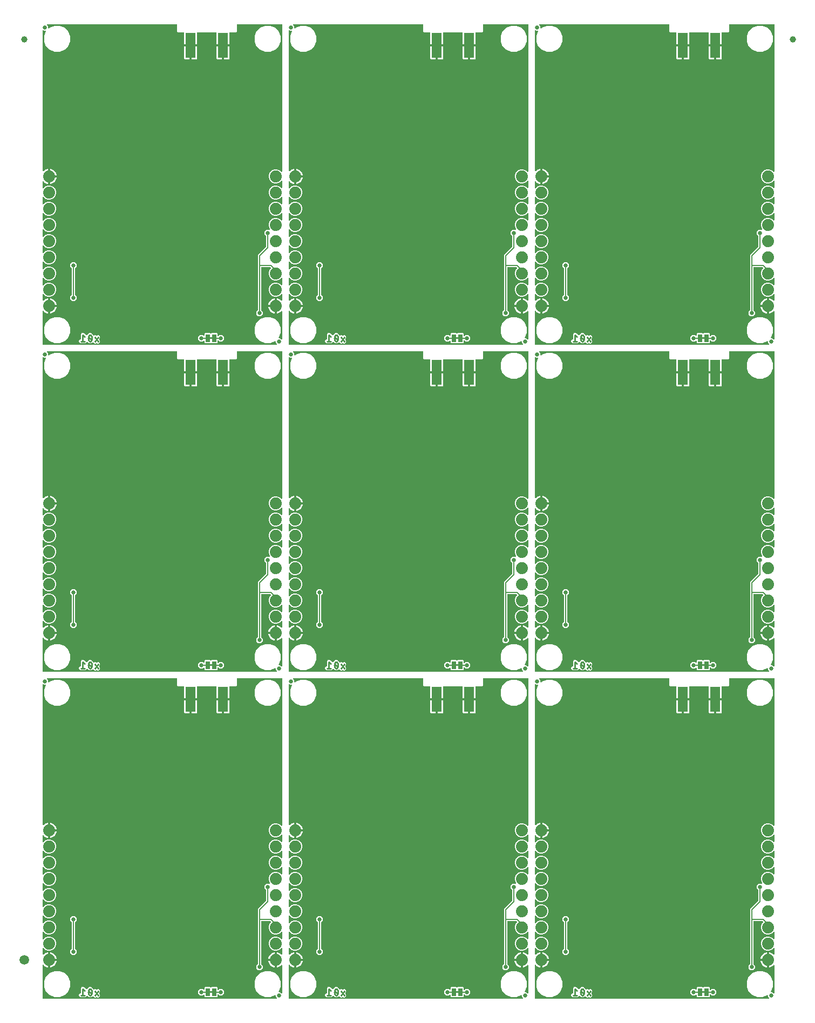
<source format=gbl>
G04 EAGLE Gerber RS-274X export*
G75*
%MOMM*%
%FSLAX34Y34*%
%LPD*%
%INBottom Copper*%
%IPPOS*%
%AMOC8*
5,1,8,0,0,1.08239X$1,22.5*%
G01*
%ADD10C,0.254000*%
%ADD11C,0.635000*%
%ADD12R,0.660400X1.270000*%
%ADD13R,1.500000X4.000000*%
%ADD14C,1.879600*%
%ADD15C,1.000000*%
%ADD16C,1.500000*%
%ADD17C,0.660400*%
%ADD18C,0.177800*%

G36*
X369360Y1028708D02*
X369360Y1028708D01*
X369412Y1028707D01*
X369491Y1028728D01*
X369572Y1028741D01*
X369618Y1028763D01*
X369668Y1028777D01*
X369738Y1028821D01*
X369811Y1028856D01*
X369849Y1028891D01*
X369893Y1028919D01*
X369946Y1028982D01*
X370006Y1029038D01*
X370031Y1029082D01*
X370065Y1029122D01*
X370097Y1029197D01*
X370138Y1029268D01*
X370149Y1029319D01*
X370169Y1029366D01*
X370178Y1029448D01*
X370195Y1029528D01*
X370191Y1029579D01*
X370197Y1029631D01*
X370180Y1029711D01*
X370174Y1029793D01*
X370155Y1029841D01*
X370144Y1029891D01*
X370117Y1029935D01*
X370075Y1030040D01*
X369962Y1030179D01*
X369937Y1030217D01*
X368426Y1031728D01*
X368426Y1033274D01*
X368425Y1033284D01*
X368426Y1033294D01*
X368405Y1033415D01*
X368386Y1033536D01*
X368382Y1033546D01*
X368380Y1033556D01*
X368324Y1033665D01*
X368271Y1033776D01*
X368263Y1033783D01*
X368259Y1033793D01*
X368173Y1033880D01*
X368089Y1033970D01*
X368080Y1033975D01*
X368073Y1033983D01*
X367965Y1034041D01*
X367859Y1034102D01*
X367848Y1034104D01*
X367839Y1034109D01*
X367719Y1034133D01*
X367599Y1034160D01*
X367589Y1034159D01*
X367578Y1034161D01*
X367548Y1034155D01*
X367334Y1034138D01*
X367245Y1034102D01*
X367198Y1034094D01*
X359693Y1030985D01*
X351507Y1030985D01*
X343945Y1034118D01*
X338158Y1039905D01*
X335025Y1047467D01*
X335025Y1055653D01*
X338158Y1063215D01*
X343945Y1069002D01*
X351507Y1072135D01*
X359693Y1072135D01*
X367255Y1069002D01*
X373042Y1063215D01*
X376175Y1055653D01*
X376175Y1047467D01*
X373066Y1039962D01*
X373063Y1039952D01*
X373058Y1039943D01*
X373031Y1039823D01*
X373002Y1039704D01*
X373003Y1039693D01*
X373000Y1039683D01*
X373010Y1039561D01*
X373017Y1039438D01*
X373021Y1039429D01*
X373022Y1039418D01*
X373068Y1039304D01*
X373111Y1039190D01*
X373117Y1039181D01*
X373121Y1039171D01*
X373199Y1039076D01*
X373273Y1038979D01*
X373282Y1038973D01*
X373289Y1038965D01*
X373391Y1038897D01*
X373491Y1038827D01*
X373501Y1038823D01*
X373510Y1038818D01*
X373540Y1038811D01*
X373744Y1038745D01*
X373840Y1038744D01*
X373886Y1038734D01*
X375432Y1038734D01*
X376943Y1037223D01*
X376984Y1037192D01*
X377020Y1037154D01*
X377091Y1037114D01*
X377157Y1037065D01*
X377206Y1037048D01*
X377250Y1037022D01*
X377330Y1037005D01*
X377408Y1036978D01*
X377460Y1036976D01*
X377510Y1036965D01*
X377592Y1036971D01*
X377674Y1036968D01*
X377723Y1036982D01*
X377775Y1036986D01*
X377851Y1037017D01*
X377930Y1037038D01*
X377974Y1037066D01*
X378022Y1037085D01*
X378085Y1037137D01*
X378154Y1037181D01*
X378188Y1037220D01*
X378228Y1037253D01*
X378273Y1037321D01*
X378326Y1037384D01*
X378347Y1037431D01*
X378375Y1037474D01*
X378387Y1037524D01*
X378431Y1037628D01*
X378449Y1037806D01*
X378459Y1037851D01*
X378459Y1080791D01*
X378452Y1080842D01*
X378453Y1080894D01*
X378432Y1080973D01*
X378419Y1081054D01*
X378397Y1081100D01*
X378383Y1081150D01*
X378339Y1081219D01*
X378304Y1081293D01*
X378268Y1081331D01*
X378241Y1081374D01*
X378178Y1081427D01*
X378122Y1081487D01*
X378078Y1081513D01*
X378038Y1081546D01*
X377963Y1081579D01*
X377892Y1081619D01*
X377841Y1081631D01*
X377794Y1081651D01*
X377712Y1081659D01*
X377632Y1081677D01*
X377581Y1081673D01*
X377529Y1081678D01*
X377449Y1081662D01*
X377367Y1081655D01*
X377319Y1081636D01*
X377269Y1081626D01*
X377225Y1081598D01*
X377120Y1081556D01*
X376981Y1081443D01*
X376943Y1081419D01*
X376078Y1080554D01*
X374557Y1079449D01*
X372883Y1078596D01*
X371096Y1078015D01*
X370077Y1077854D01*
X370077Y1088771D01*
X370062Y1088872D01*
X370053Y1088975D01*
X370042Y1089003D01*
X370037Y1089034D01*
X369993Y1089126D01*
X369954Y1089221D01*
X369935Y1089245D01*
X369922Y1089273D01*
X369852Y1089348D01*
X369787Y1089428D01*
X369761Y1089445D01*
X369740Y1089467D01*
X369651Y1089518D01*
X369566Y1089575D01*
X369542Y1089580D01*
X369510Y1089599D01*
X369250Y1089657D01*
X369212Y1089654D01*
X369189Y1089659D01*
X368299Y1089659D01*
X368299Y1089661D01*
X369189Y1089661D01*
X369290Y1089676D01*
X369393Y1089685D01*
X369421Y1089696D01*
X369452Y1089701D01*
X369544Y1089745D01*
X369639Y1089784D01*
X369663Y1089803D01*
X369691Y1089816D01*
X369766Y1089886D01*
X369846Y1089951D01*
X369863Y1089977D01*
X369885Y1089998D01*
X369936Y1090087D01*
X369993Y1090172D01*
X369999Y1090196D01*
X370017Y1090229D01*
X370075Y1090488D01*
X370072Y1090526D01*
X370077Y1090549D01*
X370077Y1101466D01*
X371096Y1101305D01*
X372883Y1100724D01*
X374557Y1099871D01*
X376078Y1098766D01*
X376943Y1097901D01*
X376984Y1097870D01*
X377020Y1097833D01*
X377091Y1097792D01*
X377157Y1097743D01*
X377206Y1097726D01*
X377250Y1097701D01*
X377330Y1097683D01*
X377408Y1097656D01*
X377460Y1097654D01*
X377510Y1097643D01*
X377592Y1097650D01*
X377674Y1097647D01*
X377723Y1097660D01*
X377775Y1097665D01*
X377851Y1097695D01*
X377930Y1097717D01*
X377974Y1097744D01*
X378022Y1097764D01*
X378085Y1097815D01*
X378154Y1097859D01*
X378188Y1097899D01*
X378228Y1097931D01*
X378273Y1097999D01*
X378326Y1098062D01*
X378347Y1098109D01*
X378375Y1098152D01*
X378387Y1098203D01*
X378431Y1098306D01*
X378449Y1098485D01*
X378459Y1098529D01*
X378459Y1107269D01*
X378452Y1107320D01*
X378453Y1107371D01*
X378432Y1107450D01*
X378419Y1107531D01*
X378397Y1107578D01*
X378383Y1107628D01*
X378339Y1107697D01*
X378304Y1107771D01*
X378269Y1107808D01*
X378241Y1107852D01*
X378178Y1107905D01*
X378122Y1107965D01*
X378078Y1107991D01*
X378038Y1108024D01*
X377963Y1108056D01*
X377892Y1108097D01*
X377841Y1108108D01*
X377794Y1108128D01*
X377712Y1108137D01*
X377632Y1108155D01*
X377581Y1108151D01*
X377529Y1108156D01*
X377449Y1108140D01*
X377367Y1108133D01*
X377319Y1108114D01*
X377269Y1108104D01*
X377225Y1108076D01*
X377120Y1108034D01*
X376981Y1107921D01*
X376943Y1107897D01*
X374631Y1105585D01*
X370523Y1103883D01*
X366077Y1103883D01*
X361969Y1105585D01*
X358825Y1108729D01*
X357123Y1112837D01*
X357123Y1117283D01*
X358825Y1121391D01*
X361969Y1124535D01*
X366077Y1126237D01*
X370523Y1126237D01*
X374631Y1124535D01*
X376943Y1122223D01*
X376958Y1122212D01*
X376969Y1122198D01*
X376995Y1122181D01*
X377020Y1122155D01*
X377091Y1122114D01*
X377157Y1122066D01*
X377181Y1122057D01*
X377190Y1122051D01*
X377209Y1122047D01*
X377250Y1122023D01*
X377330Y1122005D01*
X377408Y1121978D01*
X377460Y1121976D01*
X377510Y1121965D01*
X377558Y1121969D01*
X377567Y1121967D01*
X377571Y1121967D01*
X377601Y1121972D01*
X377674Y1121969D01*
X377723Y1121983D01*
X377775Y1121987D01*
X377819Y1122004D01*
X377834Y1122007D01*
X377862Y1122020D01*
X377930Y1122039D01*
X377974Y1122067D01*
X378022Y1122086D01*
X378057Y1122115D01*
X378073Y1122123D01*
X378098Y1122146D01*
X378154Y1122182D01*
X378188Y1122221D01*
X378228Y1122253D01*
X378252Y1122289D01*
X378267Y1122304D01*
X378286Y1122337D01*
X378326Y1122384D01*
X378347Y1122432D01*
X378375Y1122475D01*
X378382Y1122504D01*
X378399Y1122535D01*
X378409Y1122577D01*
X378431Y1122629D01*
X378440Y1122717D01*
X378457Y1122794D01*
X378454Y1122829D01*
X378459Y1122851D01*
X378459Y1132669D01*
X378452Y1132720D01*
X378453Y1132771D01*
X378432Y1132850D01*
X378419Y1132931D01*
X378397Y1132978D01*
X378383Y1133028D01*
X378339Y1133097D01*
X378304Y1133171D01*
X378269Y1133208D01*
X378241Y1133252D01*
X378178Y1133305D01*
X378122Y1133365D01*
X378078Y1133391D01*
X378038Y1133424D01*
X377963Y1133456D01*
X377892Y1133497D01*
X377841Y1133508D01*
X377794Y1133528D01*
X377712Y1133537D01*
X377632Y1133555D01*
X377581Y1133551D01*
X377529Y1133556D01*
X377449Y1133540D01*
X377367Y1133533D01*
X377319Y1133514D01*
X377269Y1133504D01*
X377225Y1133476D01*
X377120Y1133434D01*
X377030Y1133360D01*
X377026Y1133359D01*
X377017Y1133350D01*
X376981Y1133321D01*
X376943Y1133297D01*
X374631Y1130985D01*
X370523Y1129283D01*
X366077Y1129283D01*
X361969Y1130985D01*
X358825Y1134129D01*
X357123Y1138237D01*
X357123Y1142683D01*
X358825Y1146791D01*
X360422Y1148389D01*
X360484Y1148472D01*
X360550Y1148550D01*
X360562Y1148578D01*
X360580Y1148603D01*
X360614Y1148700D01*
X360654Y1148794D01*
X360657Y1148825D01*
X360667Y1148854D01*
X360671Y1148956D01*
X360682Y1149058D01*
X360676Y1149089D01*
X360677Y1149119D01*
X360650Y1149218D01*
X360630Y1149319D01*
X360617Y1149339D01*
X360607Y1149376D01*
X360464Y1149600D01*
X360435Y1149625D01*
X360422Y1149645D01*
X359835Y1150232D01*
X359818Y1150245D01*
X359805Y1150261D01*
X359711Y1150323D01*
X359621Y1150390D01*
X359601Y1150397D01*
X359584Y1150408D01*
X359539Y1150418D01*
X359370Y1150477D01*
X359257Y1150481D01*
X359207Y1150492D01*
X346456Y1150492D01*
X346354Y1150477D01*
X346252Y1150469D01*
X346224Y1150457D01*
X346193Y1150452D01*
X346101Y1150408D01*
X346005Y1150370D01*
X345982Y1150350D01*
X345954Y1150337D01*
X345879Y1150267D01*
X345799Y1150202D01*
X345782Y1150176D01*
X345760Y1150155D01*
X345709Y1150066D01*
X345652Y1149981D01*
X345646Y1149957D01*
X345628Y1149925D01*
X345570Y1149665D01*
X345573Y1149627D01*
X345568Y1149604D01*
X345568Y1083115D01*
X345571Y1083095D01*
X345569Y1083074D01*
X345591Y1082963D01*
X345608Y1082853D01*
X345617Y1082834D01*
X345621Y1082813D01*
X345645Y1082774D01*
X345723Y1082613D01*
X345800Y1082531D01*
X345828Y1082487D01*
X347981Y1080335D01*
X347981Y1076125D01*
X345005Y1073149D01*
X340795Y1073149D01*
X337819Y1076125D01*
X337819Y1080335D01*
X339972Y1082487D01*
X339985Y1082504D01*
X340001Y1082517D01*
X340063Y1082611D01*
X340130Y1082701D01*
X340137Y1082721D01*
X340148Y1082739D01*
X340158Y1082783D01*
X340217Y1082952D01*
X340221Y1083065D01*
X340232Y1083115D01*
X340232Y1169505D01*
X352672Y1181945D01*
X352685Y1181962D01*
X352701Y1181975D01*
X352763Y1182069D01*
X352830Y1182159D01*
X352837Y1182179D01*
X352848Y1182196D01*
X352858Y1182241D01*
X352917Y1182410D01*
X352921Y1182523D01*
X352932Y1182573D01*
X352932Y1199075D01*
X352929Y1199095D01*
X352931Y1199116D01*
X352909Y1199227D01*
X352892Y1199337D01*
X352883Y1199356D01*
X352879Y1199377D01*
X352855Y1199416D01*
X352777Y1199577D01*
X352700Y1199659D01*
X352672Y1199703D01*
X350519Y1201855D01*
X350519Y1206065D01*
X353495Y1209041D01*
X358029Y1209041D01*
X358039Y1209042D01*
X358050Y1209041D01*
X358170Y1209062D01*
X358292Y1209081D01*
X358301Y1209085D01*
X358312Y1209087D01*
X358420Y1209143D01*
X358531Y1209196D01*
X358539Y1209204D01*
X358548Y1209208D01*
X358635Y1209294D01*
X358725Y1209378D01*
X358731Y1209387D01*
X358738Y1209394D01*
X358797Y1209502D01*
X358857Y1209608D01*
X358860Y1209619D01*
X358865Y1209628D01*
X358889Y1209748D01*
X358915Y1209868D01*
X358914Y1209878D01*
X358916Y1209889D01*
X358911Y1209919D01*
X358894Y1210133D01*
X358858Y1210221D01*
X358850Y1210269D01*
X357123Y1214437D01*
X357123Y1218883D01*
X358825Y1222991D01*
X361969Y1226135D01*
X366077Y1227837D01*
X370523Y1227837D01*
X374631Y1226135D01*
X376943Y1223823D01*
X376984Y1223793D01*
X377020Y1223755D01*
X377091Y1223714D01*
X377157Y1223666D01*
X377206Y1223649D01*
X377250Y1223623D01*
X377330Y1223605D01*
X377408Y1223578D01*
X377460Y1223576D01*
X377510Y1223565D01*
X377592Y1223572D01*
X377674Y1223569D01*
X377723Y1223583D01*
X377775Y1223587D01*
X377851Y1223617D01*
X377930Y1223639D01*
X377974Y1223667D01*
X378022Y1223686D01*
X378085Y1223738D01*
X378154Y1223782D01*
X378188Y1223821D01*
X378228Y1223853D01*
X378273Y1223922D01*
X378326Y1223984D01*
X378347Y1224032D01*
X378375Y1224075D01*
X378387Y1224125D01*
X378431Y1224229D01*
X378449Y1224407D01*
X378459Y1224451D01*
X378459Y1234269D01*
X378452Y1234320D01*
X378453Y1234371D01*
X378432Y1234450D01*
X378419Y1234531D01*
X378397Y1234578D01*
X378383Y1234628D01*
X378339Y1234697D01*
X378304Y1234771D01*
X378269Y1234808D01*
X378241Y1234852D01*
X378178Y1234905D01*
X378122Y1234965D01*
X378078Y1234991D01*
X378038Y1235024D01*
X377963Y1235056D01*
X377892Y1235097D01*
X377841Y1235108D01*
X377794Y1235128D01*
X377712Y1235137D01*
X377632Y1235155D01*
X377581Y1235151D01*
X377529Y1235156D01*
X377449Y1235140D01*
X377367Y1235133D01*
X377319Y1235114D01*
X377269Y1235104D01*
X377225Y1235076D01*
X377120Y1235034D01*
X376981Y1234921D01*
X376943Y1234897D01*
X374631Y1232585D01*
X370523Y1230883D01*
X366077Y1230883D01*
X361969Y1232585D01*
X358825Y1235729D01*
X357123Y1239837D01*
X357123Y1244283D01*
X358825Y1248391D01*
X361969Y1251535D01*
X366077Y1253237D01*
X370523Y1253237D01*
X374631Y1251535D01*
X376943Y1249223D01*
X376949Y1249219D01*
X376950Y1249218D01*
X376954Y1249215D01*
X376984Y1249193D01*
X377020Y1249155D01*
X377091Y1249114D01*
X377157Y1249066D01*
X377206Y1249049D01*
X377250Y1249023D01*
X377330Y1249005D01*
X377408Y1248978D01*
X377460Y1248976D01*
X377510Y1248965D01*
X377592Y1248972D01*
X377674Y1248969D01*
X377723Y1248983D01*
X377775Y1248987D01*
X377851Y1249017D01*
X377930Y1249039D01*
X377974Y1249067D01*
X378022Y1249086D01*
X378085Y1249138D01*
X378154Y1249182D01*
X378188Y1249221D01*
X378228Y1249253D01*
X378273Y1249322D01*
X378326Y1249384D01*
X378347Y1249432D01*
X378375Y1249475D01*
X378387Y1249525D01*
X378399Y1249553D01*
X378399Y1249554D01*
X378400Y1249555D01*
X378431Y1249629D01*
X378444Y1249754D01*
X378457Y1249814D01*
X378455Y1249834D01*
X378459Y1249851D01*
X378459Y1259669D01*
X378452Y1259720D01*
X378453Y1259771D01*
X378437Y1259831D01*
X378436Y1259850D01*
X378430Y1259864D01*
X378419Y1259931D01*
X378397Y1259978D01*
X378383Y1260028D01*
X378339Y1260097D01*
X378304Y1260171D01*
X378269Y1260208D01*
X378241Y1260252D01*
X378178Y1260305D01*
X378122Y1260365D01*
X378078Y1260391D01*
X378038Y1260424D01*
X377963Y1260456D01*
X377892Y1260497D01*
X377841Y1260508D01*
X377794Y1260528D01*
X377712Y1260537D01*
X377632Y1260555D01*
X377581Y1260551D01*
X377529Y1260556D01*
X377449Y1260540D01*
X377367Y1260533D01*
X377319Y1260514D01*
X377269Y1260504D01*
X377225Y1260476D01*
X377120Y1260434D01*
X377061Y1260386D01*
X377046Y1260378D01*
X377006Y1260341D01*
X376981Y1260321D01*
X376943Y1260297D01*
X374631Y1257985D01*
X370523Y1256283D01*
X366077Y1256283D01*
X361969Y1257985D01*
X358825Y1261129D01*
X357123Y1265237D01*
X357123Y1269683D01*
X358825Y1273791D01*
X361969Y1276935D01*
X366077Y1278637D01*
X370523Y1278637D01*
X374631Y1276935D01*
X376943Y1274623D01*
X376984Y1274593D01*
X377020Y1274555D01*
X377091Y1274514D01*
X377157Y1274466D01*
X377206Y1274449D01*
X377250Y1274423D01*
X377330Y1274405D01*
X377408Y1274378D01*
X377460Y1274376D01*
X377510Y1274365D01*
X377592Y1274372D01*
X377674Y1274369D01*
X377723Y1274383D01*
X377775Y1274387D01*
X377851Y1274417D01*
X377930Y1274439D01*
X377974Y1274467D01*
X378022Y1274486D01*
X378085Y1274538D01*
X378154Y1274582D01*
X378188Y1274621D01*
X378228Y1274653D01*
X378273Y1274722D01*
X378326Y1274784D01*
X378347Y1274832D01*
X378375Y1274875D01*
X378387Y1274925D01*
X378431Y1275029D01*
X378449Y1275207D01*
X378459Y1275251D01*
X378459Y1285069D01*
X378452Y1285120D01*
X378453Y1285171D01*
X378432Y1285250D01*
X378419Y1285331D01*
X378397Y1285378D01*
X378383Y1285428D01*
X378339Y1285497D01*
X378304Y1285571D01*
X378269Y1285608D01*
X378241Y1285652D01*
X378178Y1285705D01*
X378122Y1285765D01*
X378078Y1285791D01*
X378038Y1285824D01*
X377963Y1285856D01*
X377892Y1285897D01*
X377841Y1285908D01*
X377794Y1285928D01*
X377712Y1285937D01*
X377632Y1285955D01*
X377581Y1285951D01*
X377529Y1285956D01*
X377449Y1285940D01*
X377367Y1285933D01*
X377319Y1285914D01*
X377269Y1285904D01*
X377225Y1285876D01*
X377120Y1285834D01*
X376981Y1285721D01*
X376943Y1285697D01*
X374631Y1283385D01*
X370523Y1281683D01*
X366077Y1281683D01*
X361969Y1283385D01*
X358825Y1286529D01*
X357123Y1290637D01*
X357123Y1295083D01*
X358825Y1299191D01*
X361969Y1302335D01*
X366077Y1304037D01*
X370523Y1304037D01*
X374631Y1302335D01*
X376943Y1300023D01*
X376984Y1299993D01*
X377020Y1299955D01*
X377091Y1299914D01*
X377157Y1299866D01*
X377206Y1299849D01*
X377250Y1299823D01*
X377330Y1299805D01*
X377408Y1299778D01*
X377460Y1299776D01*
X377510Y1299765D01*
X377592Y1299772D01*
X377674Y1299769D01*
X377723Y1299783D01*
X377775Y1299787D01*
X377851Y1299817D01*
X377930Y1299839D01*
X377974Y1299867D01*
X378022Y1299886D01*
X378085Y1299938D01*
X378154Y1299982D01*
X378188Y1300021D01*
X378228Y1300053D01*
X378273Y1300122D01*
X378326Y1300184D01*
X378347Y1300232D01*
X378375Y1300275D01*
X378387Y1300325D01*
X378431Y1300429D01*
X378449Y1300607D01*
X378459Y1300651D01*
X378459Y1530731D01*
X378444Y1530833D01*
X378436Y1530935D01*
X378424Y1530963D01*
X378419Y1530994D01*
X378375Y1531086D01*
X378337Y1531182D01*
X378317Y1531205D01*
X378304Y1531233D01*
X378234Y1531308D01*
X378169Y1531388D01*
X378143Y1531405D01*
X378122Y1531427D01*
X378033Y1531478D01*
X377948Y1531535D01*
X377924Y1531541D01*
X377892Y1531559D01*
X377632Y1531617D01*
X377594Y1531614D01*
X377571Y1531619D01*
X308229Y1531619D01*
X308127Y1531604D01*
X308025Y1531596D01*
X307997Y1531584D01*
X307966Y1531579D01*
X307874Y1531535D01*
X307778Y1531497D01*
X307755Y1531477D01*
X307727Y1531464D01*
X307652Y1531394D01*
X307572Y1531329D01*
X307555Y1531303D01*
X307533Y1531282D01*
X307482Y1531193D01*
X307425Y1531108D01*
X307419Y1531084D01*
X307401Y1531052D01*
X307343Y1530792D01*
X307346Y1530754D01*
X307341Y1530731D01*
X307341Y1520408D01*
X305852Y1518919D01*
X296679Y1518919D01*
X296577Y1518904D01*
X296475Y1518896D01*
X296447Y1518884D01*
X296416Y1518879D01*
X296324Y1518835D01*
X296228Y1518797D01*
X296205Y1518777D01*
X296177Y1518764D01*
X296102Y1518694D01*
X296022Y1518629D01*
X296005Y1518603D01*
X295983Y1518582D01*
X295932Y1518493D01*
X295875Y1518408D01*
X295869Y1518384D01*
X295851Y1518352D01*
X295793Y1518092D01*
X295796Y1518054D01*
X295791Y1518031D01*
X295791Y1500377D01*
X286639Y1500377D01*
X286538Y1500362D01*
X286435Y1500353D01*
X286407Y1500342D01*
X286376Y1500337D01*
X286284Y1500293D01*
X286189Y1500254D01*
X286165Y1500235D01*
X286137Y1500222D01*
X286062Y1500152D01*
X285982Y1500087D01*
X285965Y1500061D01*
X285943Y1500040D01*
X285892Y1499951D01*
X285835Y1499866D01*
X285830Y1499842D01*
X285811Y1499809D01*
X285753Y1499550D01*
X285754Y1499539D01*
X285753Y1499534D01*
X285755Y1499508D01*
X285751Y1499489D01*
X285751Y1498599D01*
X285749Y1498599D01*
X285749Y1499489D01*
X285734Y1499590D01*
X285725Y1499693D01*
X285714Y1499721D01*
X285709Y1499752D01*
X285665Y1499844D01*
X285626Y1499939D01*
X285607Y1499963D01*
X285594Y1499991D01*
X285524Y1500066D01*
X285459Y1500146D01*
X285433Y1500163D01*
X285412Y1500185D01*
X285323Y1500236D01*
X285238Y1500293D01*
X285214Y1500298D01*
X285181Y1500317D01*
X284922Y1500375D01*
X284884Y1500372D01*
X284861Y1500377D01*
X275709Y1500377D01*
X275709Y1518031D01*
X275694Y1518133D01*
X275686Y1518235D01*
X275674Y1518263D01*
X275669Y1518294D01*
X275625Y1518386D01*
X275587Y1518482D01*
X275567Y1518505D01*
X275554Y1518533D01*
X275484Y1518608D01*
X275419Y1518688D01*
X275393Y1518705D01*
X275372Y1518727D01*
X275283Y1518778D01*
X275198Y1518835D01*
X275174Y1518841D01*
X275142Y1518859D01*
X274882Y1518917D01*
X274844Y1518914D01*
X274821Y1518919D01*
X245879Y1518919D01*
X245777Y1518904D01*
X245675Y1518896D01*
X245647Y1518884D01*
X245616Y1518879D01*
X245524Y1518835D01*
X245428Y1518797D01*
X245405Y1518777D01*
X245377Y1518764D01*
X245302Y1518694D01*
X245222Y1518629D01*
X245205Y1518603D01*
X245183Y1518582D01*
X245132Y1518493D01*
X245075Y1518408D01*
X245069Y1518384D01*
X245051Y1518352D01*
X244993Y1518092D01*
X244996Y1518054D01*
X244991Y1518031D01*
X244991Y1500377D01*
X235839Y1500377D01*
X235738Y1500362D01*
X235635Y1500353D01*
X235607Y1500342D01*
X235576Y1500337D01*
X235484Y1500293D01*
X235389Y1500254D01*
X235365Y1500235D01*
X235337Y1500222D01*
X235262Y1500152D01*
X235182Y1500087D01*
X235165Y1500061D01*
X235143Y1500040D01*
X235092Y1499951D01*
X235035Y1499866D01*
X235030Y1499842D01*
X235011Y1499809D01*
X234953Y1499550D01*
X234954Y1499539D01*
X234953Y1499534D01*
X234955Y1499508D01*
X234951Y1499489D01*
X234951Y1498599D01*
X234949Y1498599D01*
X234949Y1499489D01*
X234934Y1499590D01*
X234925Y1499693D01*
X234914Y1499721D01*
X234909Y1499752D01*
X234865Y1499844D01*
X234826Y1499939D01*
X234807Y1499963D01*
X234794Y1499991D01*
X234724Y1500066D01*
X234659Y1500146D01*
X234633Y1500163D01*
X234612Y1500185D01*
X234523Y1500236D01*
X234438Y1500293D01*
X234414Y1500298D01*
X234381Y1500317D01*
X234122Y1500375D01*
X234084Y1500372D01*
X234061Y1500377D01*
X224909Y1500377D01*
X224909Y1518031D01*
X224894Y1518133D01*
X224886Y1518235D01*
X224874Y1518263D01*
X224869Y1518294D01*
X224825Y1518386D01*
X224787Y1518482D01*
X224767Y1518505D01*
X224754Y1518533D01*
X224684Y1518608D01*
X224619Y1518688D01*
X224593Y1518705D01*
X224572Y1518727D01*
X224483Y1518778D01*
X224398Y1518835D01*
X224374Y1518841D01*
X224342Y1518859D01*
X224082Y1518917D01*
X224044Y1518914D01*
X224021Y1518919D01*
X214848Y1518919D01*
X213359Y1520408D01*
X213359Y1530731D01*
X213344Y1530833D01*
X213336Y1530935D01*
X213324Y1530963D01*
X213319Y1530994D01*
X213275Y1531086D01*
X213237Y1531182D01*
X213217Y1531205D01*
X213204Y1531233D01*
X213134Y1531308D01*
X213069Y1531388D01*
X213043Y1531405D01*
X213022Y1531427D01*
X212933Y1531478D01*
X212848Y1531535D01*
X212824Y1531541D01*
X212792Y1531559D01*
X212532Y1531617D01*
X212494Y1531614D01*
X212471Y1531619D01*
X10421Y1531619D01*
X10370Y1531612D01*
X10318Y1531613D01*
X10239Y1531592D01*
X10158Y1531579D01*
X10112Y1531557D01*
X10062Y1531543D01*
X9992Y1531499D01*
X9919Y1531464D01*
X9881Y1531429D01*
X9837Y1531401D01*
X9784Y1531338D01*
X9724Y1531282D01*
X9699Y1531238D01*
X9665Y1531198D01*
X9633Y1531123D01*
X9592Y1531052D01*
X9581Y1531001D01*
X9561Y1530954D01*
X9552Y1530872D01*
X9535Y1530792D01*
X9539Y1530741D01*
X9533Y1530689D01*
X9550Y1530609D01*
X9556Y1530527D01*
X9575Y1530479D01*
X9586Y1530429D01*
X9613Y1530385D01*
X9655Y1530280D01*
X9768Y1530141D01*
X9793Y1530103D01*
X11304Y1528592D01*
X11304Y1525905D01*
X11311Y1525854D01*
X11310Y1525803D01*
X11331Y1525723D01*
X11344Y1525642D01*
X11366Y1525596D01*
X11380Y1525546D01*
X11424Y1525477D01*
X11459Y1525403D01*
X11494Y1525365D01*
X11522Y1525322D01*
X11585Y1525269D01*
X11641Y1525209D01*
X11685Y1525183D01*
X11725Y1525150D01*
X11800Y1525117D01*
X11871Y1525077D01*
X11922Y1525066D01*
X11969Y1525045D01*
X12051Y1525037D01*
X12131Y1525019D01*
X12182Y1525023D01*
X12234Y1525018D01*
X12314Y1525034D01*
X12396Y1525041D01*
X12444Y1525060D01*
X12494Y1525070D01*
X12538Y1525098D01*
X12643Y1525140D01*
X12782Y1525253D01*
X12820Y1525277D01*
X13745Y1526202D01*
X21307Y1529335D01*
X29493Y1529335D01*
X37055Y1526202D01*
X42842Y1520415D01*
X45975Y1512853D01*
X45975Y1504667D01*
X42842Y1497105D01*
X37055Y1491318D01*
X29493Y1488185D01*
X21307Y1488185D01*
X13745Y1491318D01*
X7958Y1497105D01*
X4825Y1504667D01*
X4825Y1512853D01*
X7934Y1520358D01*
X7937Y1520368D01*
X7942Y1520377D01*
X7969Y1520497D01*
X7998Y1520616D01*
X7997Y1520627D01*
X8000Y1520637D01*
X7990Y1520759D01*
X7983Y1520882D01*
X7979Y1520891D01*
X7978Y1520902D01*
X7932Y1521016D01*
X7889Y1521130D01*
X7883Y1521139D01*
X7879Y1521149D01*
X7802Y1521244D01*
X7727Y1521341D01*
X7718Y1521347D01*
X7711Y1521355D01*
X7609Y1521423D01*
X7509Y1521493D01*
X7499Y1521497D01*
X7490Y1521502D01*
X7460Y1521509D01*
X7256Y1521575D01*
X7161Y1521576D01*
X7114Y1521586D01*
X4298Y1521586D01*
X4057Y1521827D01*
X4016Y1521858D01*
X3980Y1521896D01*
X3909Y1521936D01*
X3843Y1521985D01*
X3794Y1522002D01*
X3750Y1522028D01*
X3670Y1522045D01*
X3592Y1522072D01*
X3540Y1522074D01*
X3490Y1522085D01*
X3408Y1522079D01*
X3326Y1522082D01*
X3277Y1522068D01*
X3225Y1522064D01*
X3149Y1522033D01*
X3070Y1522012D01*
X3026Y1521984D01*
X2978Y1521965D01*
X2915Y1521913D01*
X2846Y1521869D01*
X2812Y1521830D01*
X2772Y1521797D01*
X2727Y1521729D01*
X2674Y1521666D01*
X2653Y1521619D01*
X2625Y1521576D01*
X2613Y1521526D01*
X2569Y1521422D01*
X2551Y1521244D01*
X2541Y1521199D01*
X2541Y1301729D01*
X2548Y1301678D01*
X2547Y1301626D01*
X2568Y1301547D01*
X2581Y1301466D01*
X2603Y1301420D01*
X2617Y1301370D01*
X2661Y1301301D01*
X2696Y1301227D01*
X2732Y1301189D01*
X2759Y1301146D01*
X2822Y1301093D01*
X2878Y1301033D01*
X2922Y1301007D01*
X2962Y1300974D01*
X3037Y1300941D01*
X3108Y1300901D01*
X3159Y1300889D01*
X3206Y1300869D01*
X3288Y1300861D01*
X3368Y1300843D01*
X3419Y1300847D01*
X3471Y1300842D01*
X3551Y1300858D01*
X3633Y1300865D01*
X3681Y1300884D01*
X3731Y1300894D01*
X3775Y1300922D01*
X3880Y1300964D01*
X4019Y1301077D01*
X4057Y1301101D01*
X4922Y1301966D01*
X6443Y1303071D01*
X8117Y1303924D01*
X9904Y1304505D01*
X10923Y1304666D01*
X10923Y1293749D01*
X10938Y1293648D01*
X10946Y1293545D01*
X10958Y1293517D01*
X10963Y1293486D01*
X11007Y1293394D01*
X11045Y1293299D01*
X11065Y1293275D01*
X11078Y1293247D01*
X11148Y1293172D01*
X11213Y1293092D01*
X11239Y1293075D01*
X11260Y1293053D01*
X11349Y1293002D01*
X11434Y1292945D01*
X11458Y1292940D01*
X11490Y1292921D01*
X11750Y1292863D01*
X11788Y1292866D01*
X11811Y1292861D01*
X12701Y1292861D01*
X12701Y1292859D01*
X11811Y1292859D01*
X11709Y1292844D01*
X11607Y1292835D01*
X11579Y1292824D01*
X11548Y1292819D01*
X11456Y1292775D01*
X11360Y1292736D01*
X11337Y1292717D01*
X11309Y1292704D01*
X11234Y1292634D01*
X11154Y1292569D01*
X11137Y1292543D01*
X11115Y1292522D01*
X11064Y1292433D01*
X11007Y1292348D01*
X11001Y1292324D01*
X10983Y1292291D01*
X10925Y1292032D01*
X10928Y1291994D01*
X10923Y1291971D01*
X10923Y1281054D01*
X9904Y1281215D01*
X8117Y1281796D01*
X6443Y1282649D01*
X4922Y1283754D01*
X4057Y1284619D01*
X4016Y1284650D01*
X3980Y1284687D01*
X3909Y1284728D01*
X3843Y1284777D01*
X3794Y1284794D01*
X3750Y1284819D01*
X3670Y1284837D01*
X3592Y1284864D01*
X3540Y1284866D01*
X3490Y1284877D01*
X3408Y1284870D01*
X3326Y1284873D01*
X3277Y1284860D01*
X3225Y1284855D01*
X3149Y1284825D01*
X3070Y1284803D01*
X3026Y1284776D01*
X2978Y1284756D01*
X2915Y1284705D01*
X2846Y1284661D01*
X2812Y1284621D01*
X2772Y1284589D01*
X2727Y1284521D01*
X2674Y1284458D01*
X2653Y1284411D01*
X2625Y1284368D01*
X2613Y1284317D01*
X2569Y1284214D01*
X2551Y1284035D01*
X2541Y1283991D01*
X2541Y1275251D01*
X2548Y1275200D01*
X2547Y1275149D01*
X2568Y1275070D01*
X2581Y1274989D01*
X2603Y1274942D01*
X2617Y1274892D01*
X2661Y1274823D01*
X2696Y1274749D01*
X2731Y1274712D01*
X2759Y1274668D01*
X2822Y1274615D01*
X2878Y1274555D01*
X2922Y1274529D01*
X2962Y1274496D01*
X3037Y1274464D01*
X3108Y1274423D01*
X3159Y1274412D01*
X3206Y1274392D01*
X3288Y1274383D01*
X3368Y1274365D01*
X3419Y1274369D01*
X3471Y1274364D01*
X3551Y1274380D01*
X3633Y1274387D01*
X3681Y1274406D01*
X3731Y1274416D01*
X3775Y1274444D01*
X3880Y1274486D01*
X4019Y1274599D01*
X4057Y1274623D01*
X6369Y1276935D01*
X10477Y1278637D01*
X14923Y1278637D01*
X19031Y1276935D01*
X22175Y1273791D01*
X23877Y1269683D01*
X23877Y1265237D01*
X22175Y1261129D01*
X19031Y1257985D01*
X14923Y1256283D01*
X10477Y1256283D01*
X6369Y1257985D01*
X4057Y1260297D01*
X4051Y1260301D01*
X4050Y1260303D01*
X4042Y1260308D01*
X4016Y1260327D01*
X3980Y1260365D01*
X3909Y1260406D01*
X3843Y1260454D01*
X3794Y1260471D01*
X3750Y1260497D01*
X3670Y1260515D01*
X3592Y1260542D01*
X3540Y1260544D01*
X3490Y1260555D01*
X3408Y1260548D01*
X3326Y1260551D01*
X3277Y1260537D01*
X3225Y1260533D01*
X3149Y1260503D01*
X3070Y1260481D01*
X3026Y1260453D01*
X2978Y1260434D01*
X2915Y1260382D01*
X2846Y1260338D01*
X2812Y1260299D01*
X2772Y1260267D01*
X2727Y1260198D01*
X2674Y1260136D01*
X2653Y1260088D01*
X2625Y1260045D01*
X2613Y1259995D01*
X2603Y1259970D01*
X2601Y1259966D01*
X2600Y1259964D01*
X2569Y1259891D01*
X2556Y1259767D01*
X2543Y1259707D01*
X2545Y1259686D01*
X2541Y1259669D01*
X2541Y1249851D01*
X2548Y1249800D01*
X2547Y1249749D01*
X2563Y1249689D01*
X2564Y1249671D01*
X2570Y1249657D01*
X2581Y1249589D01*
X2603Y1249542D01*
X2617Y1249492D01*
X2661Y1249423D01*
X2696Y1249349D01*
X2731Y1249312D01*
X2759Y1249268D01*
X2822Y1249215D01*
X2878Y1249155D01*
X2922Y1249129D01*
X2962Y1249096D01*
X3037Y1249064D01*
X3108Y1249023D01*
X3159Y1249012D01*
X3206Y1248992D01*
X3288Y1248983D01*
X3368Y1248965D01*
X3419Y1248969D01*
X3471Y1248964D01*
X3551Y1248980D01*
X3633Y1248987D01*
X3681Y1249006D01*
X3731Y1249016D01*
X3775Y1249044D01*
X3880Y1249086D01*
X3940Y1249135D01*
X3955Y1249142D01*
X3993Y1249178D01*
X4019Y1249199D01*
X4057Y1249223D01*
X6369Y1251535D01*
X10477Y1253237D01*
X14923Y1253237D01*
X19031Y1251535D01*
X22175Y1248391D01*
X23877Y1244283D01*
X23877Y1239837D01*
X22175Y1235729D01*
X19031Y1232585D01*
X14923Y1230883D01*
X10477Y1230883D01*
X6369Y1232585D01*
X4057Y1234897D01*
X4016Y1234927D01*
X3980Y1234965D01*
X3909Y1235006D01*
X3843Y1235054D01*
X3794Y1235071D01*
X3750Y1235097D01*
X3670Y1235115D01*
X3592Y1235142D01*
X3540Y1235144D01*
X3490Y1235155D01*
X3408Y1235148D01*
X3326Y1235151D01*
X3277Y1235137D01*
X3225Y1235133D01*
X3149Y1235103D01*
X3070Y1235081D01*
X3026Y1235053D01*
X2978Y1235034D01*
X2915Y1234982D01*
X2846Y1234938D01*
X2812Y1234899D01*
X2772Y1234867D01*
X2727Y1234798D01*
X2674Y1234736D01*
X2653Y1234688D01*
X2625Y1234645D01*
X2613Y1234595D01*
X2569Y1234491D01*
X2551Y1234313D01*
X2541Y1234269D01*
X2541Y1224451D01*
X2548Y1224400D01*
X2547Y1224349D01*
X2568Y1224270D01*
X2581Y1224189D01*
X2603Y1224142D01*
X2617Y1224092D01*
X2661Y1224023D01*
X2696Y1223949D01*
X2731Y1223912D01*
X2759Y1223868D01*
X2822Y1223815D01*
X2878Y1223755D01*
X2922Y1223729D01*
X2962Y1223696D01*
X3037Y1223664D01*
X3108Y1223623D01*
X3159Y1223612D01*
X3206Y1223592D01*
X3288Y1223583D01*
X3368Y1223565D01*
X3419Y1223569D01*
X3471Y1223564D01*
X3551Y1223580D01*
X3633Y1223587D01*
X3681Y1223606D01*
X3731Y1223616D01*
X3775Y1223644D01*
X3880Y1223686D01*
X4019Y1223799D01*
X4057Y1223823D01*
X6369Y1226135D01*
X10477Y1227837D01*
X14923Y1227837D01*
X19031Y1226135D01*
X22175Y1222991D01*
X23877Y1218883D01*
X23877Y1214437D01*
X22175Y1210329D01*
X19031Y1207185D01*
X14923Y1205483D01*
X10477Y1205483D01*
X6369Y1207185D01*
X4057Y1209497D01*
X4016Y1209527D01*
X3980Y1209565D01*
X3909Y1209606D01*
X3843Y1209654D01*
X3794Y1209671D01*
X3750Y1209697D01*
X3670Y1209715D01*
X3592Y1209742D01*
X3540Y1209744D01*
X3490Y1209755D01*
X3408Y1209748D01*
X3326Y1209751D01*
X3277Y1209737D01*
X3225Y1209733D01*
X3149Y1209703D01*
X3070Y1209681D01*
X3026Y1209653D01*
X2978Y1209634D01*
X2915Y1209582D01*
X2846Y1209538D01*
X2812Y1209499D01*
X2772Y1209467D01*
X2727Y1209398D01*
X2674Y1209336D01*
X2653Y1209288D01*
X2625Y1209245D01*
X2613Y1209195D01*
X2569Y1209091D01*
X2551Y1208913D01*
X2541Y1208869D01*
X2541Y1199051D01*
X2548Y1199000D01*
X2547Y1198949D01*
X2568Y1198870D01*
X2581Y1198789D01*
X2603Y1198742D01*
X2617Y1198692D01*
X2661Y1198623D01*
X2696Y1198549D01*
X2731Y1198512D01*
X2759Y1198468D01*
X2822Y1198415D01*
X2878Y1198355D01*
X2922Y1198329D01*
X2962Y1198296D01*
X3037Y1198264D01*
X3108Y1198223D01*
X3159Y1198212D01*
X3206Y1198192D01*
X3288Y1198183D01*
X3368Y1198165D01*
X3419Y1198169D01*
X3471Y1198164D01*
X3551Y1198180D01*
X3633Y1198187D01*
X3681Y1198206D01*
X3731Y1198216D01*
X3775Y1198244D01*
X3880Y1198286D01*
X4019Y1198399D01*
X4057Y1198423D01*
X6369Y1200735D01*
X10477Y1202437D01*
X14923Y1202437D01*
X19031Y1200735D01*
X22175Y1197591D01*
X23877Y1193483D01*
X23877Y1189037D01*
X22175Y1184929D01*
X19031Y1181785D01*
X14923Y1180083D01*
X10477Y1180083D01*
X6369Y1181785D01*
X4057Y1184097D01*
X4016Y1184127D01*
X3980Y1184165D01*
X3909Y1184206D01*
X3843Y1184254D01*
X3794Y1184271D01*
X3750Y1184297D01*
X3670Y1184315D01*
X3592Y1184342D01*
X3540Y1184344D01*
X3490Y1184355D01*
X3408Y1184348D01*
X3326Y1184351D01*
X3277Y1184337D01*
X3225Y1184333D01*
X3149Y1184303D01*
X3070Y1184281D01*
X3026Y1184253D01*
X2978Y1184234D01*
X2915Y1184182D01*
X2846Y1184138D01*
X2812Y1184099D01*
X2772Y1184067D01*
X2727Y1183998D01*
X2674Y1183936D01*
X2653Y1183888D01*
X2625Y1183845D01*
X2613Y1183795D01*
X2569Y1183691D01*
X2551Y1183513D01*
X2541Y1183469D01*
X2541Y1173651D01*
X2548Y1173600D01*
X2547Y1173549D01*
X2568Y1173470D01*
X2581Y1173389D01*
X2603Y1173342D01*
X2617Y1173292D01*
X2661Y1173223D01*
X2696Y1173149D01*
X2731Y1173112D01*
X2759Y1173068D01*
X2822Y1173015D01*
X2878Y1172955D01*
X2922Y1172929D01*
X2962Y1172896D01*
X3037Y1172864D01*
X3108Y1172823D01*
X3159Y1172812D01*
X3206Y1172792D01*
X3288Y1172783D01*
X3368Y1172765D01*
X3419Y1172769D01*
X3471Y1172764D01*
X3551Y1172780D01*
X3633Y1172787D01*
X3681Y1172806D01*
X3731Y1172816D01*
X3775Y1172844D01*
X3880Y1172886D01*
X4019Y1172999D01*
X4057Y1173023D01*
X6369Y1175335D01*
X10477Y1177037D01*
X14923Y1177037D01*
X19031Y1175335D01*
X22175Y1172191D01*
X23877Y1168083D01*
X23877Y1163637D01*
X22175Y1159529D01*
X19031Y1156385D01*
X14923Y1154683D01*
X10477Y1154683D01*
X6369Y1156385D01*
X4057Y1158697D01*
X4016Y1158727D01*
X3980Y1158765D01*
X3909Y1158806D01*
X3843Y1158854D01*
X3794Y1158871D01*
X3750Y1158897D01*
X3670Y1158915D01*
X3592Y1158942D01*
X3540Y1158944D01*
X3490Y1158955D01*
X3408Y1158948D01*
X3326Y1158951D01*
X3277Y1158937D01*
X3225Y1158933D01*
X3149Y1158903D01*
X3070Y1158881D01*
X3026Y1158853D01*
X2978Y1158834D01*
X2915Y1158782D01*
X2846Y1158738D01*
X2812Y1158699D01*
X2772Y1158667D01*
X2727Y1158598D01*
X2674Y1158536D01*
X2653Y1158488D01*
X2625Y1158445D01*
X2613Y1158395D01*
X2569Y1158291D01*
X2551Y1158113D01*
X2541Y1158069D01*
X2541Y1148251D01*
X2548Y1148200D01*
X2547Y1148149D01*
X2568Y1148070D01*
X2581Y1147989D01*
X2603Y1147942D01*
X2617Y1147892D01*
X2661Y1147823D01*
X2696Y1147749D01*
X2731Y1147712D01*
X2759Y1147668D01*
X2822Y1147615D01*
X2878Y1147555D01*
X2922Y1147529D01*
X2962Y1147496D01*
X3037Y1147464D01*
X3108Y1147423D01*
X3159Y1147412D01*
X3206Y1147392D01*
X3288Y1147383D01*
X3368Y1147365D01*
X3419Y1147369D01*
X3471Y1147364D01*
X3551Y1147380D01*
X3633Y1147387D01*
X3681Y1147406D01*
X3731Y1147416D01*
X3775Y1147444D01*
X3880Y1147486D01*
X4019Y1147599D01*
X4057Y1147623D01*
X6369Y1149935D01*
X10477Y1151637D01*
X14923Y1151637D01*
X19031Y1149935D01*
X22175Y1146791D01*
X23877Y1142683D01*
X23877Y1138237D01*
X22175Y1134129D01*
X19031Y1130985D01*
X14923Y1129283D01*
X10477Y1129283D01*
X6369Y1130985D01*
X4057Y1133297D01*
X4016Y1133327D01*
X3980Y1133365D01*
X3909Y1133406D01*
X3843Y1133454D01*
X3794Y1133471D01*
X3750Y1133497D01*
X3670Y1133515D01*
X3592Y1133542D01*
X3540Y1133544D01*
X3490Y1133555D01*
X3408Y1133548D01*
X3326Y1133551D01*
X3277Y1133537D01*
X3225Y1133533D01*
X3149Y1133503D01*
X3070Y1133481D01*
X3026Y1133453D01*
X2978Y1133434D01*
X2915Y1133382D01*
X2846Y1133338D01*
X2812Y1133299D01*
X2772Y1133267D01*
X2727Y1133198D01*
X2674Y1133136D01*
X2653Y1133088D01*
X2625Y1133045D01*
X2613Y1132995D01*
X2569Y1132891D01*
X2552Y1132730D01*
X2543Y1132687D01*
X2543Y1132680D01*
X2541Y1132669D01*
X2541Y1122851D01*
X2548Y1122800D01*
X2547Y1122749D01*
X2561Y1122697D01*
X2564Y1122651D01*
X2575Y1122625D01*
X2581Y1122589D01*
X2603Y1122542D01*
X2617Y1122492D01*
X2648Y1122442D01*
X2663Y1122405D01*
X2678Y1122386D01*
X2696Y1122349D01*
X2731Y1122312D01*
X2759Y1122268D01*
X2808Y1122226D01*
X2831Y1122198D01*
X2847Y1122188D01*
X2878Y1122155D01*
X2922Y1122129D01*
X2962Y1122096D01*
X3025Y1122069D01*
X3052Y1122051D01*
X3065Y1122048D01*
X3108Y1122023D01*
X3159Y1122012D01*
X3206Y1121992D01*
X3288Y1121983D01*
X3368Y1121965D01*
X3418Y1121969D01*
X3429Y1121967D01*
X3433Y1121967D01*
X3437Y1121968D01*
X3471Y1121964D01*
X3551Y1121980D01*
X3633Y1121987D01*
X3674Y1122004D01*
X3696Y1122007D01*
X3704Y1122011D01*
X3731Y1122016D01*
X3775Y1122044D01*
X3880Y1122086D01*
X3909Y1122110D01*
X3935Y1122123D01*
X4004Y1122187D01*
X4019Y1122199D01*
X4057Y1122223D01*
X6369Y1124535D01*
X10477Y1126237D01*
X14923Y1126237D01*
X19031Y1124535D01*
X22175Y1121391D01*
X23877Y1117283D01*
X23877Y1112837D01*
X22175Y1108729D01*
X19031Y1105585D01*
X14923Y1103883D01*
X10477Y1103883D01*
X6369Y1105585D01*
X4057Y1107897D01*
X4016Y1107927D01*
X3980Y1107965D01*
X3909Y1108006D01*
X3843Y1108054D01*
X3794Y1108071D01*
X3750Y1108097D01*
X3670Y1108115D01*
X3592Y1108142D01*
X3540Y1108144D01*
X3490Y1108155D01*
X3408Y1108148D01*
X3326Y1108151D01*
X3277Y1108137D01*
X3225Y1108133D01*
X3149Y1108103D01*
X3070Y1108081D01*
X3026Y1108053D01*
X2978Y1108034D01*
X2915Y1107982D01*
X2846Y1107938D01*
X2812Y1107899D01*
X2772Y1107867D01*
X2727Y1107798D01*
X2674Y1107736D01*
X2653Y1107688D01*
X2625Y1107645D01*
X2613Y1107595D01*
X2569Y1107491D01*
X2551Y1107313D01*
X2541Y1107269D01*
X2541Y1098529D01*
X2548Y1098478D01*
X2547Y1098426D01*
X2568Y1098347D01*
X2581Y1098266D01*
X2603Y1098220D01*
X2617Y1098170D01*
X2661Y1098101D01*
X2696Y1098027D01*
X2732Y1097989D01*
X2759Y1097946D01*
X2822Y1097893D01*
X2878Y1097833D01*
X2922Y1097807D01*
X2962Y1097774D01*
X3037Y1097741D01*
X3108Y1097701D01*
X3159Y1097689D01*
X3206Y1097669D01*
X3288Y1097661D01*
X3368Y1097643D01*
X3419Y1097647D01*
X3471Y1097642D01*
X3551Y1097658D01*
X3633Y1097665D01*
X3681Y1097684D01*
X3731Y1097694D01*
X3775Y1097722D01*
X3880Y1097764D01*
X4019Y1097877D01*
X4057Y1097901D01*
X4922Y1098766D01*
X6443Y1099871D01*
X8117Y1100724D01*
X9904Y1101305D01*
X10923Y1101466D01*
X10923Y1090549D01*
X10938Y1090448D01*
X10946Y1090345D01*
X10958Y1090317D01*
X10963Y1090286D01*
X11007Y1090194D01*
X11045Y1090099D01*
X11065Y1090075D01*
X11078Y1090047D01*
X11148Y1089972D01*
X11213Y1089892D01*
X11239Y1089875D01*
X11260Y1089853D01*
X11349Y1089802D01*
X11434Y1089745D01*
X11458Y1089740D01*
X11490Y1089721D01*
X11750Y1089663D01*
X11788Y1089666D01*
X11811Y1089661D01*
X12701Y1089661D01*
X12701Y1089659D01*
X11811Y1089659D01*
X11709Y1089644D01*
X11607Y1089635D01*
X11579Y1089624D01*
X11548Y1089619D01*
X11456Y1089575D01*
X11360Y1089536D01*
X11337Y1089517D01*
X11309Y1089504D01*
X11234Y1089434D01*
X11154Y1089369D01*
X11137Y1089343D01*
X11115Y1089322D01*
X11064Y1089233D01*
X11007Y1089148D01*
X11001Y1089124D01*
X10983Y1089091D01*
X10925Y1088832D01*
X10928Y1088794D01*
X10923Y1088771D01*
X10923Y1077854D01*
X9904Y1078015D01*
X8117Y1078596D01*
X6443Y1079449D01*
X4922Y1080554D01*
X4057Y1081419D01*
X4016Y1081450D01*
X3980Y1081487D01*
X3909Y1081528D01*
X3843Y1081577D01*
X3794Y1081594D01*
X3750Y1081619D01*
X3670Y1081637D01*
X3592Y1081664D01*
X3540Y1081666D01*
X3490Y1081677D01*
X3408Y1081670D01*
X3326Y1081673D01*
X3277Y1081660D01*
X3225Y1081655D01*
X3149Y1081625D01*
X3070Y1081603D01*
X3026Y1081576D01*
X2978Y1081556D01*
X2915Y1081505D01*
X2846Y1081461D01*
X2812Y1081421D01*
X2772Y1081389D01*
X2727Y1081321D01*
X2674Y1081258D01*
X2653Y1081211D01*
X2625Y1081168D01*
X2613Y1081117D01*
X2569Y1081014D01*
X2551Y1080835D01*
X2541Y1080791D01*
X2541Y1029589D01*
X2556Y1029487D01*
X2564Y1029385D01*
X2576Y1029357D01*
X2581Y1029326D01*
X2625Y1029234D01*
X2663Y1029138D01*
X2683Y1029115D01*
X2696Y1029087D01*
X2766Y1029012D01*
X2831Y1028932D01*
X2857Y1028915D01*
X2878Y1028893D01*
X2967Y1028842D01*
X3052Y1028785D01*
X3076Y1028779D01*
X3108Y1028761D01*
X3368Y1028703D01*
X3406Y1028706D01*
X3429Y1028701D01*
X369309Y1028701D01*
X369360Y1028708D01*
G37*
G36*
X369360Y515628D02*
X369360Y515628D01*
X369412Y515627D01*
X369491Y515648D01*
X369572Y515661D01*
X369618Y515683D01*
X369668Y515697D01*
X369738Y515741D01*
X369811Y515776D01*
X369849Y515811D01*
X369893Y515839D01*
X369946Y515902D01*
X370006Y515958D01*
X370031Y516002D01*
X370065Y516042D01*
X370097Y516117D01*
X370138Y516188D01*
X370149Y516239D01*
X370169Y516286D01*
X370178Y516368D01*
X370195Y516448D01*
X370191Y516499D01*
X370197Y516551D01*
X370180Y516631D01*
X370174Y516713D01*
X370155Y516761D01*
X370144Y516811D01*
X370117Y516855D01*
X370075Y516960D01*
X369962Y517099D01*
X369937Y517137D01*
X368426Y518648D01*
X368426Y520194D01*
X368425Y520204D01*
X368426Y520214D01*
X368405Y520335D01*
X368386Y520456D01*
X368382Y520466D01*
X368380Y520476D01*
X368324Y520585D01*
X368271Y520696D01*
X368263Y520703D01*
X368259Y520713D01*
X368173Y520800D01*
X368089Y520890D01*
X368080Y520895D01*
X368073Y520903D01*
X367965Y520961D01*
X367859Y521022D01*
X367848Y521024D01*
X367839Y521029D01*
X367719Y521053D01*
X367599Y521080D01*
X367589Y521079D01*
X367578Y521081D01*
X367548Y521075D01*
X367334Y521058D01*
X367245Y521022D01*
X367198Y521014D01*
X359693Y517905D01*
X351507Y517905D01*
X343945Y521038D01*
X338158Y526825D01*
X335025Y534387D01*
X335025Y542573D01*
X338158Y550135D01*
X343945Y555922D01*
X351507Y559055D01*
X359693Y559055D01*
X367255Y555922D01*
X373042Y550135D01*
X376175Y542573D01*
X376175Y534387D01*
X373066Y526882D01*
X373063Y526872D01*
X373058Y526863D01*
X373031Y526743D01*
X373002Y526624D01*
X373003Y526613D01*
X373000Y526603D01*
X373010Y526481D01*
X373017Y526358D01*
X373021Y526349D01*
X373022Y526338D01*
X373068Y526224D01*
X373111Y526110D01*
X373117Y526101D01*
X373121Y526091D01*
X373199Y525996D01*
X373273Y525899D01*
X373282Y525893D01*
X373289Y525885D01*
X373391Y525817D01*
X373491Y525747D01*
X373501Y525743D01*
X373510Y525738D01*
X373540Y525731D01*
X373744Y525665D01*
X373840Y525664D01*
X373886Y525654D01*
X375432Y525654D01*
X376943Y524143D01*
X376984Y524112D01*
X377020Y524074D01*
X377091Y524034D01*
X377157Y523985D01*
X377206Y523968D01*
X377250Y523942D01*
X377330Y523925D01*
X377408Y523898D01*
X377460Y523896D01*
X377510Y523885D01*
X377592Y523891D01*
X377674Y523888D01*
X377723Y523902D01*
X377775Y523906D01*
X377851Y523937D01*
X377930Y523958D01*
X377974Y523986D01*
X378022Y524005D01*
X378085Y524057D01*
X378154Y524101D01*
X378188Y524140D01*
X378228Y524173D01*
X378273Y524241D01*
X378326Y524304D01*
X378347Y524351D01*
X378375Y524394D01*
X378387Y524444D01*
X378431Y524548D01*
X378449Y524726D01*
X378459Y524771D01*
X378459Y567711D01*
X378452Y567762D01*
X378453Y567814D01*
X378432Y567893D01*
X378419Y567974D01*
X378397Y568020D01*
X378383Y568070D01*
X378339Y568139D01*
X378304Y568213D01*
X378268Y568251D01*
X378241Y568294D01*
X378178Y568347D01*
X378122Y568407D01*
X378078Y568433D01*
X378038Y568466D01*
X377963Y568499D01*
X377892Y568539D01*
X377841Y568551D01*
X377794Y568571D01*
X377712Y568579D01*
X377632Y568597D01*
X377581Y568593D01*
X377529Y568598D01*
X377449Y568582D01*
X377367Y568575D01*
X377319Y568556D01*
X377269Y568546D01*
X377225Y568518D01*
X377120Y568476D01*
X376981Y568363D01*
X376943Y568339D01*
X376078Y567474D01*
X374557Y566369D01*
X372883Y565516D01*
X371096Y564935D01*
X370077Y564774D01*
X370077Y575691D01*
X370062Y575792D01*
X370053Y575895D01*
X370042Y575923D01*
X370037Y575954D01*
X369993Y576046D01*
X369954Y576141D01*
X369935Y576165D01*
X369922Y576193D01*
X369852Y576268D01*
X369787Y576348D01*
X369761Y576365D01*
X369740Y576387D01*
X369651Y576438D01*
X369566Y576495D01*
X369542Y576500D01*
X369510Y576519D01*
X369250Y576577D01*
X369212Y576574D01*
X369189Y576579D01*
X368299Y576579D01*
X368299Y576581D01*
X369189Y576581D01*
X369290Y576596D01*
X369393Y576605D01*
X369421Y576616D01*
X369452Y576621D01*
X369544Y576665D01*
X369639Y576704D01*
X369663Y576723D01*
X369691Y576736D01*
X369766Y576806D01*
X369846Y576871D01*
X369863Y576897D01*
X369885Y576918D01*
X369936Y577007D01*
X369993Y577092D01*
X369999Y577116D01*
X370017Y577149D01*
X370075Y577408D01*
X370072Y577446D01*
X370077Y577469D01*
X370077Y588386D01*
X371096Y588225D01*
X372883Y587644D01*
X374557Y586791D01*
X376078Y585686D01*
X376943Y584821D01*
X376984Y584790D01*
X377020Y584753D01*
X377091Y584712D01*
X377157Y584663D01*
X377206Y584646D01*
X377250Y584621D01*
X377330Y584603D01*
X377408Y584576D01*
X377460Y584574D01*
X377510Y584563D01*
X377592Y584570D01*
X377674Y584567D01*
X377723Y584580D01*
X377775Y584585D01*
X377851Y584615D01*
X377930Y584637D01*
X377974Y584664D01*
X378022Y584684D01*
X378085Y584735D01*
X378154Y584779D01*
X378188Y584819D01*
X378228Y584851D01*
X378273Y584919D01*
X378326Y584982D01*
X378347Y585029D01*
X378375Y585072D01*
X378387Y585123D01*
X378431Y585226D01*
X378449Y585405D01*
X378459Y585449D01*
X378459Y594189D01*
X378452Y594240D01*
X378453Y594291D01*
X378432Y594370D01*
X378419Y594451D01*
X378397Y594498D01*
X378383Y594548D01*
X378339Y594617D01*
X378304Y594691D01*
X378269Y594728D01*
X378241Y594772D01*
X378178Y594825D01*
X378122Y594885D01*
X378078Y594911D01*
X378038Y594944D01*
X377963Y594976D01*
X377892Y595017D01*
X377841Y595028D01*
X377794Y595048D01*
X377712Y595057D01*
X377632Y595075D01*
X377581Y595071D01*
X377529Y595076D01*
X377449Y595060D01*
X377367Y595053D01*
X377319Y595034D01*
X377269Y595024D01*
X377225Y594996D01*
X377120Y594954D01*
X376981Y594841D01*
X376943Y594817D01*
X374631Y592505D01*
X370523Y590803D01*
X366077Y590803D01*
X361969Y592505D01*
X358825Y595649D01*
X357123Y599757D01*
X357123Y604203D01*
X358825Y608311D01*
X361969Y611455D01*
X366077Y613157D01*
X370523Y613157D01*
X374631Y611455D01*
X376943Y609143D01*
X376958Y609132D01*
X376969Y609118D01*
X376995Y609101D01*
X377020Y609075D01*
X377091Y609034D01*
X377157Y608986D01*
X377181Y608977D01*
X377190Y608971D01*
X377209Y608967D01*
X377250Y608943D01*
X377330Y608925D01*
X377408Y608898D01*
X377460Y608896D01*
X377510Y608885D01*
X377558Y608889D01*
X377567Y608887D01*
X377571Y608887D01*
X377601Y608892D01*
X377674Y608889D01*
X377723Y608903D01*
X377775Y608907D01*
X377819Y608924D01*
X377834Y608927D01*
X377862Y608940D01*
X377930Y608959D01*
X377974Y608987D01*
X378022Y609006D01*
X378057Y609035D01*
X378073Y609043D01*
X378098Y609066D01*
X378154Y609102D01*
X378188Y609141D01*
X378228Y609173D01*
X378252Y609209D01*
X378267Y609224D01*
X378286Y609257D01*
X378326Y609304D01*
X378347Y609352D01*
X378375Y609395D01*
X378382Y609424D01*
X378399Y609455D01*
X378409Y609497D01*
X378431Y609549D01*
X378440Y609637D01*
X378457Y609714D01*
X378454Y609749D01*
X378459Y609771D01*
X378459Y619589D01*
X378452Y619640D01*
X378453Y619691D01*
X378432Y619770D01*
X378419Y619851D01*
X378397Y619898D01*
X378383Y619948D01*
X378339Y620017D01*
X378304Y620091D01*
X378269Y620128D01*
X378241Y620172D01*
X378178Y620225D01*
X378122Y620285D01*
X378078Y620311D01*
X378038Y620344D01*
X377963Y620376D01*
X377892Y620417D01*
X377841Y620428D01*
X377794Y620448D01*
X377712Y620457D01*
X377632Y620475D01*
X377581Y620471D01*
X377529Y620476D01*
X377449Y620460D01*
X377367Y620453D01*
X377319Y620434D01*
X377269Y620424D01*
X377225Y620396D01*
X377120Y620354D01*
X377030Y620280D01*
X377026Y620279D01*
X377017Y620270D01*
X376981Y620241D01*
X376943Y620217D01*
X374631Y617905D01*
X370523Y616203D01*
X366077Y616203D01*
X361969Y617905D01*
X358825Y621049D01*
X357123Y625157D01*
X357123Y629603D01*
X358825Y633711D01*
X360422Y635309D01*
X360484Y635392D01*
X360550Y635470D01*
X360562Y635498D01*
X360580Y635523D01*
X360614Y635620D01*
X360654Y635714D01*
X360657Y635745D01*
X360667Y635774D01*
X360671Y635876D01*
X360682Y635978D01*
X360676Y636009D01*
X360677Y636039D01*
X360650Y636138D01*
X360630Y636239D01*
X360617Y636259D01*
X360607Y636296D01*
X360464Y636520D01*
X360435Y636545D01*
X360422Y636565D01*
X359835Y637152D01*
X359818Y637165D01*
X359805Y637181D01*
X359711Y637243D01*
X359621Y637310D01*
X359601Y637317D01*
X359584Y637328D01*
X359539Y637338D01*
X359370Y637397D01*
X359257Y637401D01*
X359207Y637412D01*
X346456Y637412D01*
X346354Y637397D01*
X346252Y637389D01*
X346224Y637377D01*
X346193Y637372D01*
X346101Y637328D01*
X346005Y637290D01*
X345982Y637270D01*
X345954Y637257D01*
X345879Y637187D01*
X345799Y637122D01*
X345782Y637096D01*
X345760Y637075D01*
X345709Y636986D01*
X345652Y636901D01*
X345646Y636877D01*
X345628Y636845D01*
X345570Y636585D01*
X345573Y636547D01*
X345568Y636524D01*
X345568Y570035D01*
X345571Y570015D01*
X345569Y569994D01*
X345591Y569883D01*
X345608Y569773D01*
X345617Y569754D01*
X345621Y569733D01*
X345645Y569695D01*
X345723Y569533D01*
X345800Y569451D01*
X345828Y569407D01*
X347981Y567255D01*
X347981Y563045D01*
X345005Y560069D01*
X340795Y560069D01*
X337819Y563045D01*
X337819Y567255D01*
X339972Y569407D01*
X339985Y569424D01*
X340001Y569438D01*
X340063Y569531D01*
X340130Y569621D01*
X340137Y569641D01*
X340148Y569659D01*
X340158Y569703D01*
X340217Y569872D01*
X340221Y569985D01*
X340232Y570035D01*
X340232Y656425D01*
X352672Y668865D01*
X352685Y668882D01*
X352701Y668895D01*
X352763Y668989D01*
X352830Y669079D01*
X352837Y669099D01*
X352848Y669116D01*
X352858Y669161D01*
X352917Y669330D01*
X352921Y669443D01*
X352932Y669493D01*
X352932Y685995D01*
X352929Y686015D01*
X352931Y686036D01*
X352909Y686147D01*
X352892Y686257D01*
X352883Y686276D01*
X352879Y686297D01*
X352855Y686335D01*
X352777Y686497D01*
X352700Y686579D01*
X352672Y686623D01*
X350519Y688775D01*
X350519Y692985D01*
X353495Y695961D01*
X358029Y695961D01*
X358039Y695962D01*
X358050Y695961D01*
X358170Y695982D01*
X358292Y696001D01*
X358301Y696005D01*
X358312Y696007D01*
X358420Y696063D01*
X358531Y696116D01*
X358539Y696124D01*
X358548Y696128D01*
X358635Y696214D01*
X358725Y696298D01*
X358731Y696307D01*
X358738Y696314D01*
X358797Y696422D01*
X358857Y696528D01*
X358860Y696539D01*
X358865Y696548D01*
X358889Y696668D01*
X358915Y696788D01*
X358914Y696798D01*
X358916Y696809D01*
X358911Y696839D01*
X358894Y697053D01*
X358858Y697141D01*
X358850Y697189D01*
X357123Y701357D01*
X357123Y705803D01*
X358825Y709911D01*
X361969Y713055D01*
X366077Y714757D01*
X370523Y714757D01*
X374631Y713055D01*
X376943Y710743D01*
X376984Y710713D01*
X377020Y710675D01*
X377091Y710634D01*
X377157Y710586D01*
X377206Y710569D01*
X377250Y710543D01*
X377330Y710525D01*
X377408Y710498D01*
X377460Y710496D01*
X377510Y710485D01*
X377592Y710492D01*
X377674Y710489D01*
X377723Y710503D01*
X377775Y710507D01*
X377851Y710537D01*
X377930Y710559D01*
X377974Y710587D01*
X378022Y710606D01*
X378085Y710658D01*
X378154Y710702D01*
X378188Y710741D01*
X378228Y710773D01*
X378273Y710842D01*
X378326Y710904D01*
X378347Y710952D01*
X378375Y710995D01*
X378387Y711045D01*
X378431Y711149D01*
X378449Y711327D01*
X378459Y711371D01*
X378459Y721189D01*
X378452Y721240D01*
X378453Y721291D01*
X378432Y721370D01*
X378419Y721451D01*
X378397Y721498D01*
X378383Y721548D01*
X378339Y721617D01*
X378304Y721691D01*
X378269Y721728D01*
X378241Y721772D01*
X378178Y721825D01*
X378122Y721885D01*
X378078Y721911D01*
X378038Y721944D01*
X377963Y721976D01*
X377892Y722017D01*
X377841Y722028D01*
X377794Y722048D01*
X377712Y722057D01*
X377632Y722075D01*
X377581Y722071D01*
X377529Y722076D01*
X377449Y722060D01*
X377367Y722053D01*
X377319Y722034D01*
X377269Y722024D01*
X377225Y721996D01*
X377120Y721954D01*
X376981Y721841D01*
X376943Y721817D01*
X374631Y719505D01*
X370523Y717803D01*
X366077Y717803D01*
X361969Y719505D01*
X358825Y722649D01*
X357123Y726757D01*
X357123Y731203D01*
X358825Y735311D01*
X361969Y738455D01*
X366077Y740157D01*
X370523Y740157D01*
X374631Y738455D01*
X376943Y736143D01*
X376949Y736139D01*
X376950Y736138D01*
X376954Y736135D01*
X376984Y736113D01*
X377020Y736075D01*
X377091Y736034D01*
X377157Y735986D01*
X377206Y735969D01*
X377250Y735943D01*
X377330Y735925D01*
X377408Y735898D01*
X377460Y735896D01*
X377510Y735885D01*
X377592Y735892D01*
X377674Y735889D01*
X377723Y735903D01*
X377775Y735907D01*
X377851Y735937D01*
X377930Y735959D01*
X377974Y735987D01*
X378022Y736006D01*
X378085Y736058D01*
X378154Y736102D01*
X378188Y736141D01*
X378228Y736173D01*
X378273Y736242D01*
X378326Y736304D01*
X378347Y736352D01*
X378375Y736395D01*
X378387Y736445D01*
X378399Y736473D01*
X378399Y736474D01*
X378400Y736475D01*
X378431Y736549D01*
X378444Y736674D01*
X378457Y736734D01*
X378455Y736754D01*
X378459Y736771D01*
X378459Y746589D01*
X378452Y746640D01*
X378453Y746691D01*
X378437Y746751D01*
X378436Y746770D01*
X378430Y746784D01*
X378419Y746851D01*
X378397Y746898D01*
X378383Y746948D01*
X378339Y747017D01*
X378304Y747091D01*
X378269Y747128D01*
X378241Y747172D01*
X378178Y747225D01*
X378122Y747285D01*
X378078Y747311D01*
X378038Y747344D01*
X377963Y747376D01*
X377892Y747417D01*
X377841Y747428D01*
X377794Y747448D01*
X377712Y747457D01*
X377632Y747475D01*
X377581Y747471D01*
X377529Y747476D01*
X377449Y747460D01*
X377367Y747453D01*
X377319Y747434D01*
X377269Y747424D01*
X377225Y747396D01*
X377120Y747354D01*
X377061Y747306D01*
X377046Y747298D01*
X377006Y747261D01*
X376981Y747241D01*
X376943Y747217D01*
X374631Y744905D01*
X370523Y743203D01*
X366077Y743203D01*
X361969Y744905D01*
X358825Y748049D01*
X357123Y752157D01*
X357123Y756603D01*
X358825Y760711D01*
X361969Y763855D01*
X366077Y765557D01*
X370523Y765557D01*
X374631Y763855D01*
X376943Y761543D01*
X376984Y761513D01*
X377020Y761475D01*
X377091Y761434D01*
X377157Y761386D01*
X377206Y761369D01*
X377250Y761343D01*
X377330Y761325D01*
X377408Y761298D01*
X377460Y761296D01*
X377510Y761285D01*
X377592Y761292D01*
X377674Y761289D01*
X377723Y761303D01*
X377775Y761307D01*
X377851Y761337D01*
X377930Y761359D01*
X377974Y761387D01*
X378022Y761406D01*
X378085Y761458D01*
X378154Y761502D01*
X378188Y761541D01*
X378228Y761573D01*
X378273Y761642D01*
X378326Y761704D01*
X378347Y761752D01*
X378375Y761795D01*
X378387Y761845D01*
X378431Y761949D01*
X378449Y762127D01*
X378459Y762171D01*
X378459Y771989D01*
X378452Y772040D01*
X378453Y772091D01*
X378432Y772170D01*
X378419Y772251D01*
X378397Y772298D01*
X378383Y772348D01*
X378339Y772417D01*
X378304Y772491D01*
X378269Y772528D01*
X378241Y772572D01*
X378178Y772625D01*
X378122Y772685D01*
X378078Y772711D01*
X378038Y772744D01*
X377963Y772776D01*
X377892Y772817D01*
X377841Y772828D01*
X377794Y772848D01*
X377712Y772857D01*
X377632Y772875D01*
X377581Y772871D01*
X377529Y772876D01*
X377449Y772860D01*
X377367Y772853D01*
X377319Y772834D01*
X377269Y772824D01*
X377225Y772796D01*
X377120Y772754D01*
X376981Y772641D01*
X376943Y772617D01*
X374631Y770305D01*
X370523Y768603D01*
X366077Y768603D01*
X361969Y770305D01*
X358825Y773449D01*
X357123Y777557D01*
X357123Y782003D01*
X358825Y786111D01*
X361969Y789255D01*
X366077Y790957D01*
X370523Y790957D01*
X374631Y789255D01*
X376943Y786943D01*
X376984Y786913D01*
X377020Y786875D01*
X377091Y786834D01*
X377157Y786786D01*
X377206Y786769D01*
X377250Y786743D01*
X377330Y786725D01*
X377408Y786698D01*
X377460Y786696D01*
X377510Y786685D01*
X377592Y786692D01*
X377674Y786689D01*
X377723Y786703D01*
X377775Y786707D01*
X377851Y786737D01*
X377930Y786759D01*
X377974Y786787D01*
X378022Y786806D01*
X378085Y786858D01*
X378154Y786902D01*
X378188Y786941D01*
X378228Y786973D01*
X378273Y787042D01*
X378326Y787104D01*
X378347Y787152D01*
X378375Y787195D01*
X378387Y787245D01*
X378431Y787349D01*
X378449Y787527D01*
X378459Y787571D01*
X378459Y1017651D01*
X378444Y1017753D01*
X378436Y1017855D01*
X378424Y1017883D01*
X378419Y1017914D01*
X378375Y1018006D01*
X378337Y1018102D01*
X378317Y1018125D01*
X378304Y1018153D01*
X378234Y1018228D01*
X378169Y1018308D01*
X378143Y1018325D01*
X378122Y1018347D01*
X378033Y1018398D01*
X377948Y1018455D01*
X377924Y1018461D01*
X377892Y1018479D01*
X377632Y1018537D01*
X377594Y1018534D01*
X377571Y1018539D01*
X308229Y1018539D01*
X308127Y1018524D01*
X308025Y1018516D01*
X307997Y1018504D01*
X307966Y1018499D01*
X307874Y1018455D01*
X307778Y1018417D01*
X307755Y1018397D01*
X307727Y1018384D01*
X307652Y1018314D01*
X307572Y1018249D01*
X307555Y1018223D01*
X307533Y1018202D01*
X307482Y1018113D01*
X307425Y1018028D01*
X307419Y1018004D01*
X307401Y1017972D01*
X307343Y1017712D01*
X307346Y1017674D01*
X307341Y1017651D01*
X307341Y1007328D01*
X305852Y1005839D01*
X296679Y1005839D01*
X296577Y1005824D01*
X296475Y1005816D01*
X296447Y1005804D01*
X296416Y1005799D01*
X296324Y1005755D01*
X296228Y1005717D01*
X296205Y1005697D01*
X296177Y1005684D01*
X296102Y1005614D01*
X296022Y1005549D01*
X296005Y1005523D01*
X295983Y1005502D01*
X295932Y1005413D01*
X295875Y1005328D01*
X295869Y1005304D01*
X295851Y1005272D01*
X295793Y1005012D01*
X295796Y1004974D01*
X295791Y1004951D01*
X295791Y987297D01*
X286639Y987297D01*
X286538Y987282D01*
X286435Y987273D01*
X286407Y987262D01*
X286376Y987257D01*
X286284Y987213D01*
X286189Y987174D01*
X286165Y987155D01*
X286137Y987142D01*
X286062Y987072D01*
X285982Y987007D01*
X285965Y986981D01*
X285943Y986960D01*
X285892Y986871D01*
X285835Y986786D01*
X285830Y986762D01*
X285811Y986729D01*
X285753Y986470D01*
X285754Y986459D01*
X285753Y986454D01*
X285755Y986428D01*
X285751Y986409D01*
X285751Y985519D01*
X285749Y985519D01*
X285749Y986409D01*
X285734Y986510D01*
X285725Y986613D01*
X285714Y986641D01*
X285709Y986672D01*
X285665Y986764D01*
X285626Y986859D01*
X285607Y986883D01*
X285594Y986911D01*
X285524Y986986D01*
X285459Y987066D01*
X285433Y987083D01*
X285412Y987105D01*
X285323Y987156D01*
X285238Y987213D01*
X285214Y987218D01*
X285181Y987237D01*
X284922Y987295D01*
X284884Y987292D01*
X284861Y987297D01*
X275709Y987297D01*
X275709Y1004951D01*
X275694Y1005053D01*
X275686Y1005155D01*
X275674Y1005183D01*
X275669Y1005214D01*
X275625Y1005306D01*
X275587Y1005402D01*
X275567Y1005425D01*
X275554Y1005453D01*
X275484Y1005528D01*
X275419Y1005608D01*
X275393Y1005625D01*
X275372Y1005647D01*
X275283Y1005698D01*
X275198Y1005755D01*
X275174Y1005761D01*
X275142Y1005779D01*
X274882Y1005837D01*
X274844Y1005834D01*
X274821Y1005839D01*
X245879Y1005839D01*
X245777Y1005824D01*
X245675Y1005816D01*
X245647Y1005804D01*
X245616Y1005799D01*
X245524Y1005755D01*
X245428Y1005717D01*
X245405Y1005697D01*
X245377Y1005684D01*
X245302Y1005614D01*
X245222Y1005549D01*
X245205Y1005523D01*
X245183Y1005502D01*
X245132Y1005413D01*
X245075Y1005328D01*
X245069Y1005304D01*
X245051Y1005272D01*
X244993Y1005012D01*
X244996Y1004974D01*
X244991Y1004951D01*
X244991Y987297D01*
X235839Y987297D01*
X235738Y987282D01*
X235635Y987273D01*
X235607Y987262D01*
X235576Y987257D01*
X235484Y987213D01*
X235389Y987174D01*
X235365Y987155D01*
X235337Y987142D01*
X235262Y987072D01*
X235182Y987007D01*
X235165Y986981D01*
X235143Y986960D01*
X235092Y986871D01*
X235035Y986786D01*
X235030Y986762D01*
X235011Y986729D01*
X234953Y986470D01*
X234954Y986459D01*
X234953Y986454D01*
X234955Y986428D01*
X234951Y986409D01*
X234951Y985519D01*
X234949Y985519D01*
X234949Y986409D01*
X234934Y986510D01*
X234925Y986613D01*
X234914Y986641D01*
X234909Y986672D01*
X234865Y986764D01*
X234826Y986859D01*
X234807Y986883D01*
X234794Y986911D01*
X234724Y986986D01*
X234659Y987066D01*
X234633Y987083D01*
X234612Y987105D01*
X234523Y987156D01*
X234438Y987213D01*
X234414Y987218D01*
X234381Y987237D01*
X234122Y987295D01*
X234084Y987292D01*
X234061Y987297D01*
X224909Y987297D01*
X224909Y1004951D01*
X224894Y1005053D01*
X224886Y1005155D01*
X224874Y1005183D01*
X224869Y1005214D01*
X224825Y1005306D01*
X224787Y1005402D01*
X224767Y1005425D01*
X224754Y1005453D01*
X224684Y1005528D01*
X224619Y1005608D01*
X224593Y1005625D01*
X224572Y1005647D01*
X224483Y1005698D01*
X224398Y1005755D01*
X224374Y1005761D01*
X224342Y1005779D01*
X224082Y1005837D01*
X224044Y1005834D01*
X224021Y1005839D01*
X214848Y1005839D01*
X213359Y1007328D01*
X213359Y1017651D01*
X213344Y1017753D01*
X213336Y1017855D01*
X213324Y1017883D01*
X213319Y1017914D01*
X213275Y1018006D01*
X213237Y1018102D01*
X213217Y1018125D01*
X213204Y1018153D01*
X213134Y1018228D01*
X213069Y1018308D01*
X213043Y1018325D01*
X213022Y1018347D01*
X212933Y1018398D01*
X212848Y1018455D01*
X212824Y1018461D01*
X212792Y1018479D01*
X212532Y1018537D01*
X212494Y1018534D01*
X212471Y1018539D01*
X10421Y1018539D01*
X10370Y1018532D01*
X10318Y1018533D01*
X10239Y1018512D01*
X10158Y1018499D01*
X10112Y1018477D01*
X10062Y1018463D01*
X9992Y1018419D01*
X9919Y1018384D01*
X9881Y1018349D01*
X9837Y1018321D01*
X9784Y1018258D01*
X9724Y1018202D01*
X9699Y1018158D01*
X9665Y1018118D01*
X9633Y1018043D01*
X9592Y1017972D01*
X9581Y1017921D01*
X9561Y1017874D01*
X9552Y1017792D01*
X9535Y1017712D01*
X9539Y1017661D01*
X9533Y1017609D01*
X9550Y1017529D01*
X9556Y1017447D01*
X9575Y1017399D01*
X9586Y1017349D01*
X9613Y1017305D01*
X9655Y1017200D01*
X9768Y1017061D01*
X9793Y1017023D01*
X11304Y1015512D01*
X11304Y1012825D01*
X11311Y1012774D01*
X11310Y1012723D01*
X11331Y1012643D01*
X11344Y1012562D01*
X11366Y1012516D01*
X11380Y1012466D01*
X11424Y1012397D01*
X11459Y1012323D01*
X11494Y1012285D01*
X11522Y1012242D01*
X11585Y1012189D01*
X11641Y1012129D01*
X11685Y1012103D01*
X11725Y1012070D01*
X11800Y1012037D01*
X11871Y1011997D01*
X11922Y1011986D01*
X11969Y1011965D01*
X12051Y1011957D01*
X12131Y1011939D01*
X12182Y1011943D01*
X12234Y1011938D01*
X12314Y1011954D01*
X12396Y1011961D01*
X12444Y1011980D01*
X12494Y1011990D01*
X12538Y1012018D01*
X12643Y1012060D01*
X12782Y1012173D01*
X12820Y1012197D01*
X13745Y1013122D01*
X21307Y1016255D01*
X29493Y1016255D01*
X37055Y1013122D01*
X42842Y1007335D01*
X45975Y999773D01*
X45975Y991587D01*
X42842Y984025D01*
X37055Y978238D01*
X29493Y975105D01*
X21307Y975105D01*
X13745Y978238D01*
X7958Y984025D01*
X4825Y991587D01*
X4825Y999773D01*
X7934Y1007278D01*
X7937Y1007288D01*
X7942Y1007297D01*
X7969Y1007417D01*
X7998Y1007536D01*
X7997Y1007547D01*
X8000Y1007557D01*
X7990Y1007679D01*
X7983Y1007802D01*
X7979Y1007811D01*
X7978Y1007822D01*
X7932Y1007936D01*
X7889Y1008050D01*
X7883Y1008059D01*
X7879Y1008069D01*
X7802Y1008164D01*
X7727Y1008261D01*
X7718Y1008267D01*
X7711Y1008275D01*
X7609Y1008343D01*
X7509Y1008413D01*
X7499Y1008417D01*
X7490Y1008422D01*
X7460Y1008429D01*
X7256Y1008495D01*
X7161Y1008496D01*
X7114Y1008506D01*
X4298Y1008506D01*
X4057Y1008747D01*
X4016Y1008778D01*
X3980Y1008816D01*
X3909Y1008856D01*
X3843Y1008905D01*
X3794Y1008922D01*
X3750Y1008948D01*
X3670Y1008965D01*
X3592Y1008992D01*
X3540Y1008994D01*
X3490Y1009005D01*
X3408Y1008999D01*
X3326Y1009002D01*
X3277Y1008988D01*
X3225Y1008984D01*
X3149Y1008953D01*
X3070Y1008932D01*
X3026Y1008904D01*
X2978Y1008885D01*
X2915Y1008833D01*
X2846Y1008789D01*
X2812Y1008750D01*
X2772Y1008717D01*
X2727Y1008649D01*
X2674Y1008586D01*
X2653Y1008539D01*
X2625Y1008496D01*
X2613Y1008446D01*
X2569Y1008342D01*
X2551Y1008164D01*
X2541Y1008119D01*
X2541Y788649D01*
X2548Y788598D01*
X2547Y788546D01*
X2568Y788467D01*
X2581Y788386D01*
X2603Y788340D01*
X2617Y788290D01*
X2661Y788221D01*
X2696Y788147D01*
X2732Y788109D01*
X2759Y788066D01*
X2822Y788013D01*
X2878Y787953D01*
X2922Y787927D01*
X2962Y787894D01*
X3037Y787861D01*
X3108Y787821D01*
X3159Y787809D01*
X3206Y787789D01*
X3288Y787781D01*
X3368Y787763D01*
X3419Y787767D01*
X3471Y787762D01*
X3551Y787778D01*
X3633Y787785D01*
X3681Y787804D01*
X3731Y787814D01*
X3775Y787842D01*
X3880Y787884D01*
X4019Y787997D01*
X4057Y788021D01*
X4922Y788886D01*
X6443Y789991D01*
X8117Y790844D01*
X9904Y791425D01*
X10923Y791586D01*
X10923Y780669D01*
X10938Y780568D01*
X10946Y780465D01*
X10958Y780437D01*
X10963Y780406D01*
X11007Y780314D01*
X11045Y780219D01*
X11065Y780195D01*
X11078Y780167D01*
X11148Y780092D01*
X11213Y780012D01*
X11239Y779995D01*
X11260Y779973D01*
X11349Y779922D01*
X11434Y779865D01*
X11458Y779860D01*
X11490Y779841D01*
X11750Y779783D01*
X11788Y779786D01*
X11811Y779781D01*
X12701Y779781D01*
X12701Y779779D01*
X11811Y779779D01*
X11709Y779764D01*
X11607Y779755D01*
X11579Y779744D01*
X11548Y779739D01*
X11456Y779695D01*
X11360Y779656D01*
X11337Y779637D01*
X11309Y779624D01*
X11234Y779554D01*
X11154Y779489D01*
X11137Y779463D01*
X11115Y779442D01*
X11064Y779353D01*
X11007Y779268D01*
X11001Y779244D01*
X10983Y779211D01*
X10925Y778952D01*
X10928Y778914D01*
X10923Y778891D01*
X10923Y767974D01*
X9904Y768135D01*
X8117Y768716D01*
X6443Y769569D01*
X4922Y770674D01*
X4057Y771539D01*
X4016Y771570D01*
X3980Y771607D01*
X3909Y771648D01*
X3843Y771697D01*
X3794Y771714D01*
X3750Y771739D01*
X3670Y771757D01*
X3592Y771784D01*
X3540Y771786D01*
X3490Y771797D01*
X3408Y771790D01*
X3326Y771793D01*
X3277Y771780D01*
X3225Y771775D01*
X3149Y771745D01*
X3070Y771723D01*
X3026Y771696D01*
X2978Y771676D01*
X2915Y771625D01*
X2846Y771581D01*
X2812Y771541D01*
X2772Y771509D01*
X2727Y771441D01*
X2674Y771378D01*
X2653Y771331D01*
X2625Y771288D01*
X2613Y771237D01*
X2569Y771134D01*
X2551Y770955D01*
X2541Y770911D01*
X2541Y762171D01*
X2548Y762120D01*
X2547Y762069D01*
X2568Y761990D01*
X2581Y761909D01*
X2603Y761862D01*
X2617Y761812D01*
X2661Y761743D01*
X2696Y761669D01*
X2731Y761632D01*
X2759Y761588D01*
X2822Y761535D01*
X2878Y761475D01*
X2922Y761449D01*
X2962Y761416D01*
X3037Y761384D01*
X3108Y761343D01*
X3159Y761332D01*
X3206Y761312D01*
X3288Y761303D01*
X3368Y761285D01*
X3419Y761289D01*
X3471Y761284D01*
X3551Y761300D01*
X3633Y761307D01*
X3681Y761326D01*
X3731Y761336D01*
X3775Y761364D01*
X3880Y761406D01*
X4019Y761519D01*
X4057Y761543D01*
X6369Y763855D01*
X10477Y765557D01*
X14923Y765557D01*
X19031Y763855D01*
X22175Y760711D01*
X23877Y756603D01*
X23877Y752157D01*
X22175Y748049D01*
X19031Y744905D01*
X14923Y743203D01*
X10477Y743203D01*
X6369Y744905D01*
X4057Y747217D01*
X4051Y747221D01*
X4050Y747223D01*
X4042Y747228D01*
X4016Y747247D01*
X3980Y747285D01*
X3909Y747326D01*
X3843Y747374D01*
X3794Y747391D01*
X3750Y747417D01*
X3670Y747435D01*
X3592Y747462D01*
X3540Y747464D01*
X3490Y747475D01*
X3408Y747468D01*
X3326Y747471D01*
X3277Y747457D01*
X3225Y747453D01*
X3149Y747423D01*
X3070Y747401D01*
X3026Y747373D01*
X2978Y747354D01*
X2915Y747302D01*
X2846Y747258D01*
X2812Y747219D01*
X2772Y747187D01*
X2727Y747118D01*
X2674Y747056D01*
X2653Y747008D01*
X2625Y746965D01*
X2613Y746915D01*
X2603Y746890D01*
X2601Y746886D01*
X2600Y746884D01*
X2569Y746811D01*
X2556Y746687D01*
X2543Y746627D01*
X2545Y746606D01*
X2541Y746589D01*
X2541Y736771D01*
X2548Y736720D01*
X2547Y736669D01*
X2563Y736609D01*
X2564Y736591D01*
X2570Y736577D01*
X2581Y736509D01*
X2603Y736462D01*
X2617Y736412D01*
X2661Y736343D01*
X2696Y736269D01*
X2731Y736232D01*
X2759Y736188D01*
X2822Y736135D01*
X2878Y736075D01*
X2922Y736049D01*
X2962Y736016D01*
X3037Y735984D01*
X3108Y735943D01*
X3159Y735932D01*
X3206Y735912D01*
X3288Y735903D01*
X3368Y735885D01*
X3419Y735889D01*
X3471Y735884D01*
X3551Y735900D01*
X3633Y735907D01*
X3681Y735926D01*
X3731Y735936D01*
X3775Y735964D01*
X3880Y736006D01*
X3940Y736055D01*
X3955Y736062D01*
X3993Y736098D01*
X4019Y736119D01*
X4057Y736143D01*
X6369Y738455D01*
X10477Y740157D01*
X14923Y740157D01*
X19031Y738455D01*
X22175Y735311D01*
X23877Y731203D01*
X23877Y726757D01*
X22175Y722649D01*
X19031Y719505D01*
X14923Y717803D01*
X10477Y717803D01*
X6369Y719505D01*
X4057Y721817D01*
X4016Y721847D01*
X3980Y721885D01*
X3909Y721926D01*
X3843Y721974D01*
X3794Y721991D01*
X3750Y722017D01*
X3670Y722035D01*
X3592Y722062D01*
X3540Y722064D01*
X3490Y722075D01*
X3408Y722068D01*
X3326Y722071D01*
X3277Y722057D01*
X3225Y722053D01*
X3149Y722023D01*
X3070Y722001D01*
X3026Y721973D01*
X2978Y721954D01*
X2915Y721902D01*
X2846Y721858D01*
X2812Y721819D01*
X2772Y721787D01*
X2727Y721718D01*
X2674Y721656D01*
X2653Y721608D01*
X2625Y721565D01*
X2613Y721515D01*
X2569Y721411D01*
X2551Y721233D01*
X2541Y721189D01*
X2541Y711371D01*
X2548Y711320D01*
X2547Y711269D01*
X2568Y711190D01*
X2581Y711109D01*
X2603Y711062D01*
X2617Y711012D01*
X2661Y710943D01*
X2696Y710869D01*
X2731Y710832D01*
X2759Y710788D01*
X2822Y710735D01*
X2878Y710675D01*
X2922Y710649D01*
X2962Y710616D01*
X3037Y710584D01*
X3108Y710543D01*
X3159Y710532D01*
X3206Y710512D01*
X3288Y710503D01*
X3368Y710485D01*
X3419Y710489D01*
X3471Y710484D01*
X3551Y710500D01*
X3633Y710507D01*
X3681Y710526D01*
X3731Y710536D01*
X3775Y710564D01*
X3880Y710606D01*
X4019Y710719D01*
X4057Y710743D01*
X6369Y713055D01*
X10477Y714757D01*
X14923Y714757D01*
X19031Y713055D01*
X22175Y709911D01*
X23877Y705803D01*
X23877Y701357D01*
X22175Y697249D01*
X19031Y694105D01*
X14923Y692403D01*
X10477Y692403D01*
X6369Y694105D01*
X4057Y696417D01*
X4016Y696447D01*
X3980Y696485D01*
X3909Y696526D01*
X3843Y696574D01*
X3794Y696591D01*
X3750Y696617D01*
X3670Y696635D01*
X3592Y696662D01*
X3540Y696664D01*
X3490Y696675D01*
X3408Y696668D01*
X3326Y696671D01*
X3277Y696657D01*
X3225Y696653D01*
X3149Y696623D01*
X3070Y696601D01*
X3026Y696573D01*
X2978Y696554D01*
X2915Y696502D01*
X2846Y696458D01*
X2812Y696419D01*
X2772Y696387D01*
X2727Y696318D01*
X2674Y696256D01*
X2653Y696208D01*
X2625Y696165D01*
X2613Y696115D01*
X2569Y696011D01*
X2551Y695833D01*
X2541Y695789D01*
X2541Y685971D01*
X2548Y685920D01*
X2547Y685869D01*
X2568Y685790D01*
X2581Y685709D01*
X2603Y685662D01*
X2617Y685612D01*
X2661Y685543D01*
X2696Y685469D01*
X2731Y685432D01*
X2759Y685388D01*
X2822Y685335D01*
X2878Y685275D01*
X2922Y685249D01*
X2962Y685216D01*
X3037Y685184D01*
X3108Y685143D01*
X3159Y685132D01*
X3206Y685112D01*
X3288Y685103D01*
X3368Y685085D01*
X3419Y685089D01*
X3471Y685084D01*
X3551Y685100D01*
X3633Y685107D01*
X3681Y685126D01*
X3731Y685136D01*
X3775Y685164D01*
X3880Y685206D01*
X4019Y685319D01*
X4057Y685343D01*
X6369Y687655D01*
X10477Y689357D01*
X14923Y689357D01*
X19031Y687655D01*
X22175Y684511D01*
X23877Y680403D01*
X23877Y675957D01*
X22175Y671849D01*
X19031Y668705D01*
X14923Y667003D01*
X10477Y667003D01*
X6369Y668705D01*
X4057Y671017D01*
X4016Y671047D01*
X3980Y671085D01*
X3909Y671126D01*
X3843Y671174D01*
X3794Y671191D01*
X3750Y671217D01*
X3670Y671235D01*
X3592Y671262D01*
X3540Y671264D01*
X3490Y671275D01*
X3408Y671268D01*
X3326Y671271D01*
X3277Y671257D01*
X3225Y671253D01*
X3149Y671223D01*
X3070Y671201D01*
X3026Y671173D01*
X2978Y671154D01*
X2915Y671102D01*
X2846Y671058D01*
X2812Y671019D01*
X2772Y670987D01*
X2727Y670918D01*
X2674Y670856D01*
X2653Y670808D01*
X2625Y670765D01*
X2613Y670715D01*
X2569Y670611D01*
X2551Y670433D01*
X2541Y670389D01*
X2541Y660571D01*
X2548Y660520D01*
X2547Y660469D01*
X2568Y660390D01*
X2581Y660309D01*
X2603Y660262D01*
X2617Y660212D01*
X2661Y660143D01*
X2696Y660069D01*
X2731Y660032D01*
X2759Y659988D01*
X2822Y659935D01*
X2878Y659875D01*
X2922Y659849D01*
X2962Y659816D01*
X3037Y659784D01*
X3108Y659743D01*
X3159Y659732D01*
X3206Y659712D01*
X3288Y659703D01*
X3368Y659685D01*
X3419Y659689D01*
X3471Y659684D01*
X3551Y659700D01*
X3633Y659707D01*
X3681Y659726D01*
X3731Y659736D01*
X3775Y659764D01*
X3880Y659806D01*
X4019Y659919D01*
X4057Y659943D01*
X6369Y662255D01*
X10477Y663957D01*
X14923Y663957D01*
X19031Y662255D01*
X22175Y659111D01*
X23877Y655003D01*
X23877Y650557D01*
X22175Y646449D01*
X19031Y643305D01*
X14923Y641603D01*
X10477Y641603D01*
X6369Y643305D01*
X4057Y645617D01*
X4016Y645647D01*
X3980Y645685D01*
X3909Y645726D01*
X3843Y645774D01*
X3794Y645791D01*
X3750Y645817D01*
X3670Y645835D01*
X3592Y645862D01*
X3540Y645864D01*
X3490Y645875D01*
X3408Y645868D01*
X3326Y645871D01*
X3277Y645857D01*
X3225Y645853D01*
X3149Y645823D01*
X3070Y645801D01*
X3026Y645773D01*
X2978Y645754D01*
X2915Y645702D01*
X2846Y645658D01*
X2812Y645619D01*
X2772Y645587D01*
X2727Y645518D01*
X2674Y645456D01*
X2653Y645408D01*
X2625Y645365D01*
X2613Y645315D01*
X2569Y645211D01*
X2551Y645033D01*
X2541Y644989D01*
X2541Y635171D01*
X2548Y635120D01*
X2547Y635069D01*
X2568Y634990D01*
X2581Y634909D01*
X2603Y634862D01*
X2617Y634812D01*
X2661Y634743D01*
X2696Y634669D01*
X2731Y634632D01*
X2759Y634588D01*
X2822Y634535D01*
X2878Y634475D01*
X2922Y634449D01*
X2962Y634416D01*
X3037Y634384D01*
X3108Y634343D01*
X3159Y634332D01*
X3206Y634312D01*
X3288Y634303D01*
X3368Y634285D01*
X3419Y634289D01*
X3471Y634284D01*
X3551Y634300D01*
X3633Y634307D01*
X3681Y634326D01*
X3731Y634336D01*
X3775Y634364D01*
X3880Y634406D01*
X4019Y634519D01*
X4057Y634543D01*
X6369Y636855D01*
X10477Y638557D01*
X14923Y638557D01*
X19031Y636855D01*
X22175Y633711D01*
X23877Y629603D01*
X23877Y625157D01*
X22175Y621049D01*
X19031Y617905D01*
X14923Y616203D01*
X10477Y616203D01*
X6369Y617905D01*
X4057Y620217D01*
X4016Y620247D01*
X3980Y620285D01*
X3909Y620326D01*
X3843Y620374D01*
X3794Y620391D01*
X3750Y620417D01*
X3670Y620435D01*
X3592Y620462D01*
X3540Y620464D01*
X3490Y620475D01*
X3408Y620468D01*
X3326Y620471D01*
X3277Y620457D01*
X3225Y620453D01*
X3149Y620423D01*
X3070Y620401D01*
X3026Y620373D01*
X2978Y620354D01*
X2915Y620302D01*
X2846Y620258D01*
X2812Y620219D01*
X2772Y620187D01*
X2727Y620118D01*
X2674Y620056D01*
X2653Y620008D01*
X2625Y619965D01*
X2613Y619915D01*
X2569Y619811D01*
X2552Y619650D01*
X2543Y619607D01*
X2543Y619600D01*
X2541Y619589D01*
X2541Y609771D01*
X2548Y609720D01*
X2547Y609669D01*
X2561Y609617D01*
X2564Y609571D01*
X2575Y609545D01*
X2581Y609509D01*
X2603Y609462D01*
X2617Y609412D01*
X2648Y609362D01*
X2663Y609325D01*
X2678Y609306D01*
X2696Y609269D01*
X2731Y609232D01*
X2759Y609188D01*
X2808Y609146D01*
X2831Y609118D01*
X2847Y609108D01*
X2878Y609075D01*
X2922Y609049D01*
X2962Y609016D01*
X3025Y608989D01*
X3052Y608971D01*
X3065Y608968D01*
X3108Y608943D01*
X3159Y608932D01*
X3206Y608912D01*
X3288Y608903D01*
X3368Y608885D01*
X3418Y608889D01*
X3429Y608887D01*
X3433Y608887D01*
X3437Y608888D01*
X3471Y608884D01*
X3551Y608900D01*
X3633Y608907D01*
X3674Y608924D01*
X3696Y608927D01*
X3704Y608931D01*
X3731Y608936D01*
X3775Y608964D01*
X3880Y609006D01*
X3909Y609030D01*
X3935Y609043D01*
X4004Y609107D01*
X4019Y609119D01*
X4057Y609143D01*
X6369Y611455D01*
X10477Y613157D01*
X14923Y613157D01*
X19031Y611455D01*
X22175Y608311D01*
X23877Y604203D01*
X23877Y599757D01*
X22175Y595649D01*
X19031Y592505D01*
X14923Y590803D01*
X10477Y590803D01*
X6369Y592505D01*
X4057Y594817D01*
X4016Y594847D01*
X3980Y594885D01*
X3909Y594926D01*
X3843Y594974D01*
X3794Y594991D01*
X3750Y595017D01*
X3670Y595035D01*
X3592Y595062D01*
X3540Y595064D01*
X3490Y595075D01*
X3408Y595068D01*
X3326Y595071D01*
X3277Y595057D01*
X3225Y595053D01*
X3149Y595023D01*
X3070Y595001D01*
X3026Y594973D01*
X2978Y594954D01*
X2915Y594902D01*
X2846Y594858D01*
X2812Y594819D01*
X2772Y594787D01*
X2727Y594718D01*
X2674Y594656D01*
X2653Y594608D01*
X2625Y594565D01*
X2613Y594515D01*
X2569Y594411D01*
X2551Y594233D01*
X2541Y594189D01*
X2541Y585449D01*
X2548Y585398D01*
X2547Y585346D01*
X2568Y585267D01*
X2581Y585186D01*
X2603Y585140D01*
X2617Y585090D01*
X2661Y585021D01*
X2696Y584947D01*
X2732Y584909D01*
X2759Y584866D01*
X2822Y584813D01*
X2878Y584753D01*
X2922Y584727D01*
X2962Y584694D01*
X3037Y584661D01*
X3108Y584621D01*
X3159Y584609D01*
X3206Y584589D01*
X3288Y584581D01*
X3368Y584563D01*
X3419Y584567D01*
X3471Y584562D01*
X3551Y584578D01*
X3633Y584585D01*
X3681Y584604D01*
X3731Y584614D01*
X3775Y584642D01*
X3880Y584684D01*
X4019Y584797D01*
X4057Y584821D01*
X4922Y585686D01*
X6443Y586791D01*
X8117Y587644D01*
X9904Y588225D01*
X10923Y588386D01*
X10923Y577469D01*
X10938Y577368D01*
X10946Y577265D01*
X10958Y577237D01*
X10963Y577206D01*
X11007Y577114D01*
X11045Y577019D01*
X11065Y576995D01*
X11078Y576967D01*
X11148Y576892D01*
X11213Y576812D01*
X11239Y576795D01*
X11260Y576773D01*
X11349Y576722D01*
X11434Y576665D01*
X11458Y576660D01*
X11490Y576641D01*
X11750Y576583D01*
X11788Y576586D01*
X11811Y576581D01*
X12701Y576581D01*
X12701Y576579D01*
X11811Y576579D01*
X11709Y576564D01*
X11607Y576555D01*
X11579Y576544D01*
X11548Y576539D01*
X11456Y576495D01*
X11360Y576456D01*
X11337Y576437D01*
X11309Y576424D01*
X11234Y576354D01*
X11154Y576289D01*
X11137Y576263D01*
X11115Y576242D01*
X11064Y576153D01*
X11007Y576068D01*
X11001Y576044D01*
X10983Y576011D01*
X10925Y575752D01*
X10928Y575714D01*
X10923Y575691D01*
X10923Y564774D01*
X9904Y564935D01*
X8117Y565516D01*
X6443Y566369D01*
X4922Y567474D01*
X4057Y568339D01*
X4016Y568370D01*
X3980Y568407D01*
X3909Y568448D01*
X3843Y568497D01*
X3794Y568514D01*
X3750Y568539D01*
X3670Y568557D01*
X3592Y568584D01*
X3540Y568586D01*
X3490Y568597D01*
X3408Y568590D01*
X3326Y568593D01*
X3277Y568580D01*
X3225Y568575D01*
X3149Y568545D01*
X3070Y568523D01*
X3026Y568496D01*
X2978Y568476D01*
X2915Y568425D01*
X2846Y568381D01*
X2812Y568341D01*
X2772Y568309D01*
X2727Y568241D01*
X2674Y568178D01*
X2653Y568131D01*
X2625Y568088D01*
X2613Y568037D01*
X2569Y567934D01*
X2551Y567755D01*
X2541Y567711D01*
X2541Y516509D01*
X2556Y516407D01*
X2564Y516305D01*
X2576Y516277D01*
X2581Y516246D01*
X2625Y516154D01*
X2663Y516058D01*
X2683Y516035D01*
X2696Y516007D01*
X2766Y515932D01*
X2831Y515852D01*
X2857Y515835D01*
X2878Y515813D01*
X2967Y515762D01*
X3052Y515705D01*
X3076Y515699D01*
X3108Y515681D01*
X3368Y515623D01*
X3406Y515626D01*
X3429Y515621D01*
X369309Y515621D01*
X369360Y515628D01*
G37*
G36*
X369360Y2548D02*
X369360Y2548D01*
X369412Y2547D01*
X369491Y2568D01*
X369572Y2581D01*
X369618Y2603D01*
X369668Y2617D01*
X369738Y2661D01*
X369811Y2696D01*
X369849Y2731D01*
X369893Y2759D01*
X369946Y2822D01*
X370006Y2878D01*
X370031Y2922D01*
X370065Y2962D01*
X370097Y3037D01*
X370138Y3108D01*
X370149Y3159D01*
X370169Y3206D01*
X370178Y3288D01*
X370195Y3368D01*
X370191Y3419D01*
X370197Y3471D01*
X370180Y3551D01*
X370174Y3633D01*
X370155Y3681D01*
X370144Y3731D01*
X370117Y3775D01*
X370075Y3880D01*
X369962Y4019D01*
X369937Y4057D01*
X368426Y5568D01*
X368426Y7114D01*
X368425Y7124D01*
X368426Y7134D01*
X368405Y7255D01*
X368386Y7376D01*
X368382Y7386D01*
X368380Y7396D01*
X368324Y7505D01*
X368271Y7616D01*
X368263Y7623D01*
X368259Y7633D01*
X368173Y7720D01*
X368089Y7810D01*
X368080Y7815D01*
X368073Y7823D01*
X367965Y7881D01*
X367859Y7942D01*
X367848Y7944D01*
X367839Y7949D01*
X367719Y7973D01*
X367599Y8000D01*
X367589Y7999D01*
X367578Y8001D01*
X367548Y7995D01*
X367334Y7978D01*
X367245Y7942D01*
X367198Y7934D01*
X359693Y4825D01*
X351507Y4825D01*
X343945Y7958D01*
X338158Y13745D01*
X335025Y21307D01*
X335025Y29493D01*
X338158Y37055D01*
X343945Y42842D01*
X351507Y45975D01*
X359693Y45975D01*
X367255Y42842D01*
X373042Y37055D01*
X376175Y29493D01*
X376175Y21307D01*
X373066Y13802D01*
X373063Y13792D01*
X373058Y13783D01*
X373031Y13663D01*
X373002Y13544D01*
X373003Y13533D01*
X373000Y13523D01*
X373010Y13401D01*
X373017Y13278D01*
X373021Y13269D01*
X373022Y13258D01*
X373068Y13144D01*
X373111Y13030D01*
X373117Y13021D01*
X373121Y13011D01*
X373199Y12916D01*
X373273Y12819D01*
X373282Y12813D01*
X373289Y12805D01*
X373391Y12737D01*
X373491Y12667D01*
X373501Y12663D01*
X373510Y12658D01*
X373540Y12651D01*
X373744Y12585D01*
X373840Y12584D01*
X373886Y12574D01*
X375432Y12574D01*
X376943Y11063D01*
X376984Y11032D01*
X377020Y10994D01*
X377091Y10954D01*
X377157Y10905D01*
X377206Y10888D01*
X377250Y10862D01*
X377330Y10845D01*
X377408Y10818D01*
X377460Y10816D01*
X377510Y10805D01*
X377592Y10811D01*
X377674Y10808D01*
X377723Y10822D01*
X377775Y10826D01*
X377851Y10857D01*
X377930Y10878D01*
X377974Y10906D01*
X378022Y10925D01*
X378085Y10977D01*
X378154Y11021D01*
X378188Y11060D01*
X378228Y11093D01*
X378273Y11161D01*
X378326Y11224D01*
X378347Y11271D01*
X378375Y11314D01*
X378387Y11364D01*
X378431Y11468D01*
X378449Y11646D01*
X378459Y11691D01*
X378459Y54631D01*
X378452Y54682D01*
X378453Y54734D01*
X378432Y54813D01*
X378419Y54894D01*
X378397Y54940D01*
X378383Y54990D01*
X378339Y55059D01*
X378304Y55133D01*
X378268Y55171D01*
X378241Y55214D01*
X378178Y55267D01*
X378122Y55327D01*
X378078Y55353D01*
X378038Y55386D01*
X377963Y55419D01*
X377892Y55459D01*
X377841Y55471D01*
X377794Y55491D01*
X377712Y55499D01*
X377632Y55517D01*
X377581Y55513D01*
X377529Y55518D01*
X377449Y55502D01*
X377367Y55495D01*
X377319Y55476D01*
X377269Y55466D01*
X377225Y55438D01*
X377120Y55396D01*
X376981Y55283D01*
X376943Y55259D01*
X376078Y54394D01*
X374557Y53289D01*
X372883Y52436D01*
X371096Y51855D01*
X370077Y51694D01*
X370077Y62611D01*
X370062Y62712D01*
X370053Y62815D01*
X370042Y62843D01*
X370037Y62874D01*
X369993Y62966D01*
X369954Y63061D01*
X369935Y63085D01*
X369922Y63113D01*
X369852Y63188D01*
X369787Y63268D01*
X369761Y63285D01*
X369740Y63307D01*
X369651Y63358D01*
X369566Y63415D01*
X369542Y63420D01*
X369510Y63439D01*
X369250Y63497D01*
X369212Y63494D01*
X369189Y63499D01*
X368299Y63499D01*
X368299Y63501D01*
X369189Y63501D01*
X369290Y63516D01*
X369393Y63525D01*
X369421Y63536D01*
X369452Y63541D01*
X369544Y63585D01*
X369639Y63624D01*
X369663Y63643D01*
X369691Y63656D01*
X369766Y63726D01*
X369846Y63791D01*
X369863Y63817D01*
X369885Y63838D01*
X369936Y63927D01*
X369993Y64012D01*
X369999Y64036D01*
X370017Y64069D01*
X370075Y64328D01*
X370072Y64366D01*
X370077Y64389D01*
X370077Y75306D01*
X371096Y75145D01*
X372883Y74564D01*
X374557Y73711D01*
X376078Y72606D01*
X376943Y71741D01*
X376984Y71710D01*
X377020Y71673D01*
X377091Y71632D01*
X377157Y71583D01*
X377206Y71566D01*
X377250Y71541D01*
X377330Y71523D01*
X377408Y71496D01*
X377460Y71494D01*
X377510Y71483D01*
X377592Y71490D01*
X377674Y71487D01*
X377723Y71500D01*
X377775Y71505D01*
X377851Y71535D01*
X377930Y71557D01*
X377974Y71584D01*
X378022Y71604D01*
X378085Y71655D01*
X378154Y71699D01*
X378188Y71739D01*
X378228Y71771D01*
X378273Y71839D01*
X378326Y71902D01*
X378347Y71949D01*
X378375Y71992D01*
X378387Y72043D01*
X378431Y72146D01*
X378449Y72325D01*
X378459Y72369D01*
X378459Y81109D01*
X378452Y81160D01*
X378453Y81211D01*
X378432Y81290D01*
X378419Y81371D01*
X378397Y81418D01*
X378383Y81468D01*
X378339Y81537D01*
X378304Y81611D01*
X378269Y81648D01*
X378241Y81692D01*
X378178Y81745D01*
X378122Y81805D01*
X378078Y81831D01*
X378038Y81864D01*
X377963Y81896D01*
X377892Y81937D01*
X377841Y81948D01*
X377794Y81968D01*
X377712Y81977D01*
X377632Y81995D01*
X377581Y81991D01*
X377529Y81996D01*
X377449Y81980D01*
X377367Y81973D01*
X377319Y81954D01*
X377269Y81944D01*
X377225Y81916D01*
X377120Y81874D01*
X376981Y81761D01*
X376943Y81737D01*
X374631Y79425D01*
X370523Y77723D01*
X366077Y77723D01*
X361969Y79425D01*
X358825Y82569D01*
X357123Y86677D01*
X357123Y91123D01*
X358825Y95231D01*
X361969Y98375D01*
X366077Y100077D01*
X370523Y100077D01*
X374631Y98375D01*
X376943Y96063D01*
X376958Y96052D01*
X376969Y96038D01*
X376995Y96021D01*
X377020Y95995D01*
X377091Y95954D01*
X377157Y95906D01*
X377181Y95897D01*
X377190Y95891D01*
X377209Y95887D01*
X377250Y95863D01*
X377330Y95845D01*
X377408Y95818D01*
X377460Y95816D01*
X377510Y95805D01*
X377558Y95809D01*
X377567Y95807D01*
X377571Y95807D01*
X377601Y95812D01*
X377674Y95809D01*
X377723Y95823D01*
X377775Y95827D01*
X377819Y95844D01*
X377834Y95847D01*
X377862Y95860D01*
X377930Y95879D01*
X377974Y95907D01*
X378022Y95926D01*
X378057Y95955D01*
X378073Y95963D01*
X378098Y95986D01*
X378154Y96022D01*
X378188Y96061D01*
X378228Y96093D01*
X378252Y96129D01*
X378267Y96144D01*
X378286Y96177D01*
X378326Y96224D01*
X378347Y96272D01*
X378375Y96315D01*
X378382Y96344D01*
X378399Y96375D01*
X378409Y96417D01*
X378431Y96469D01*
X378440Y96557D01*
X378457Y96634D01*
X378454Y96669D01*
X378459Y96691D01*
X378459Y106509D01*
X378452Y106560D01*
X378453Y106611D01*
X378432Y106690D01*
X378419Y106771D01*
X378397Y106818D01*
X378383Y106868D01*
X378339Y106937D01*
X378304Y107011D01*
X378269Y107048D01*
X378241Y107092D01*
X378178Y107145D01*
X378122Y107205D01*
X378078Y107231D01*
X378038Y107264D01*
X377963Y107296D01*
X377892Y107337D01*
X377841Y107348D01*
X377794Y107368D01*
X377712Y107377D01*
X377632Y107395D01*
X377581Y107391D01*
X377529Y107396D01*
X377449Y107380D01*
X377367Y107373D01*
X377319Y107354D01*
X377269Y107344D01*
X377225Y107316D01*
X377120Y107274D01*
X377030Y107200D01*
X377026Y107199D01*
X377017Y107190D01*
X376981Y107161D01*
X376943Y107137D01*
X374631Y104825D01*
X370523Y103123D01*
X366077Y103123D01*
X361969Y104825D01*
X358825Y107969D01*
X357123Y112077D01*
X357123Y116523D01*
X358825Y120631D01*
X360422Y122229D01*
X360484Y122312D01*
X360550Y122390D01*
X360562Y122418D01*
X360580Y122443D01*
X360614Y122540D01*
X360654Y122634D01*
X360657Y122665D01*
X360667Y122694D01*
X360671Y122796D01*
X360682Y122898D01*
X360676Y122929D01*
X360677Y122959D01*
X360650Y123058D01*
X360630Y123159D01*
X360617Y123179D01*
X360607Y123216D01*
X360464Y123440D01*
X360435Y123465D01*
X360422Y123485D01*
X359835Y124072D01*
X359818Y124085D01*
X359805Y124101D01*
X359711Y124163D01*
X359621Y124230D01*
X359601Y124237D01*
X359584Y124248D01*
X359539Y124258D01*
X359370Y124317D01*
X359257Y124321D01*
X359207Y124332D01*
X346456Y124332D01*
X346354Y124317D01*
X346252Y124309D01*
X346224Y124297D01*
X346193Y124292D01*
X346101Y124248D01*
X346005Y124210D01*
X345982Y124190D01*
X345954Y124177D01*
X345879Y124107D01*
X345799Y124042D01*
X345782Y124016D01*
X345760Y123995D01*
X345709Y123906D01*
X345652Y123821D01*
X345646Y123797D01*
X345628Y123765D01*
X345570Y123505D01*
X345573Y123467D01*
X345568Y123444D01*
X345568Y56955D01*
X345571Y56935D01*
X345569Y56914D01*
X345591Y56803D01*
X345608Y56693D01*
X345617Y56674D01*
X345621Y56653D01*
X345645Y56615D01*
X345723Y56453D01*
X345800Y56371D01*
X345828Y56327D01*
X347981Y54175D01*
X347981Y49965D01*
X345005Y46989D01*
X340795Y46989D01*
X337819Y49965D01*
X337819Y54175D01*
X339972Y56327D01*
X339985Y56344D01*
X340001Y56358D01*
X340063Y56451D01*
X340130Y56541D01*
X340137Y56561D01*
X340148Y56579D01*
X340158Y56623D01*
X340217Y56792D01*
X340221Y56905D01*
X340232Y56955D01*
X340232Y143345D01*
X352672Y155785D01*
X352685Y155802D01*
X352701Y155815D01*
X352763Y155909D01*
X352830Y155999D01*
X352837Y156019D01*
X352848Y156036D01*
X352858Y156081D01*
X352917Y156250D01*
X352921Y156363D01*
X352932Y156413D01*
X352932Y172915D01*
X352929Y172935D01*
X352931Y172956D01*
X352909Y173067D01*
X352892Y173177D01*
X352883Y173196D01*
X352879Y173217D01*
X352855Y173255D01*
X352777Y173417D01*
X352700Y173499D01*
X352672Y173543D01*
X350519Y175695D01*
X350519Y179905D01*
X353495Y182881D01*
X358029Y182881D01*
X358039Y182882D01*
X358050Y182881D01*
X358170Y182902D01*
X358292Y182921D01*
X358301Y182925D01*
X358312Y182927D01*
X358420Y182983D01*
X358531Y183036D01*
X358539Y183044D01*
X358548Y183048D01*
X358635Y183134D01*
X358725Y183218D01*
X358731Y183227D01*
X358738Y183234D01*
X358797Y183342D01*
X358857Y183448D01*
X358860Y183459D01*
X358865Y183468D01*
X358889Y183588D01*
X358915Y183708D01*
X358914Y183718D01*
X358916Y183729D01*
X358911Y183759D01*
X358894Y183973D01*
X358858Y184061D01*
X358850Y184109D01*
X357123Y188277D01*
X357123Y192723D01*
X358825Y196831D01*
X361969Y199975D01*
X366077Y201677D01*
X370523Y201677D01*
X374631Y199975D01*
X376943Y197663D01*
X376984Y197633D01*
X377020Y197595D01*
X377091Y197554D01*
X377157Y197506D01*
X377206Y197489D01*
X377250Y197463D01*
X377330Y197445D01*
X377408Y197418D01*
X377460Y197416D01*
X377510Y197405D01*
X377592Y197412D01*
X377674Y197409D01*
X377723Y197423D01*
X377775Y197427D01*
X377851Y197457D01*
X377930Y197479D01*
X377974Y197507D01*
X378022Y197526D01*
X378085Y197578D01*
X378154Y197622D01*
X378188Y197661D01*
X378228Y197693D01*
X378273Y197762D01*
X378326Y197824D01*
X378347Y197872D01*
X378375Y197915D01*
X378387Y197965D01*
X378431Y198069D01*
X378449Y198247D01*
X378459Y198291D01*
X378459Y208109D01*
X378452Y208160D01*
X378453Y208211D01*
X378432Y208290D01*
X378419Y208371D01*
X378397Y208418D01*
X378383Y208468D01*
X378339Y208537D01*
X378304Y208611D01*
X378269Y208648D01*
X378241Y208692D01*
X378178Y208745D01*
X378122Y208805D01*
X378078Y208831D01*
X378038Y208864D01*
X377963Y208896D01*
X377892Y208937D01*
X377841Y208948D01*
X377794Y208968D01*
X377712Y208977D01*
X377632Y208995D01*
X377581Y208991D01*
X377529Y208996D01*
X377449Y208980D01*
X377367Y208973D01*
X377319Y208954D01*
X377269Y208944D01*
X377225Y208916D01*
X377120Y208874D01*
X376981Y208761D01*
X376943Y208737D01*
X374631Y206425D01*
X370523Y204723D01*
X366077Y204723D01*
X361969Y206425D01*
X358825Y209569D01*
X357123Y213677D01*
X357123Y218123D01*
X358825Y222231D01*
X361969Y225375D01*
X366077Y227077D01*
X370523Y227077D01*
X374631Y225375D01*
X376943Y223063D01*
X376949Y223059D01*
X376950Y223058D01*
X376954Y223055D01*
X376984Y223033D01*
X377020Y222995D01*
X377091Y222954D01*
X377157Y222906D01*
X377206Y222889D01*
X377250Y222863D01*
X377330Y222845D01*
X377408Y222818D01*
X377460Y222816D01*
X377510Y222805D01*
X377592Y222812D01*
X377674Y222809D01*
X377723Y222823D01*
X377775Y222827D01*
X377851Y222857D01*
X377930Y222879D01*
X377974Y222907D01*
X378022Y222926D01*
X378085Y222978D01*
X378154Y223022D01*
X378188Y223061D01*
X378228Y223093D01*
X378273Y223162D01*
X378326Y223224D01*
X378347Y223272D01*
X378375Y223315D01*
X378387Y223365D01*
X378399Y223393D01*
X378399Y223394D01*
X378400Y223395D01*
X378431Y223469D01*
X378444Y223594D01*
X378457Y223654D01*
X378455Y223674D01*
X378459Y223691D01*
X378459Y233509D01*
X378452Y233560D01*
X378453Y233611D01*
X378437Y233671D01*
X378436Y233690D01*
X378430Y233704D01*
X378419Y233771D01*
X378397Y233818D01*
X378383Y233868D01*
X378339Y233937D01*
X378304Y234011D01*
X378269Y234048D01*
X378241Y234092D01*
X378178Y234145D01*
X378122Y234205D01*
X378078Y234231D01*
X378038Y234264D01*
X377963Y234296D01*
X377892Y234337D01*
X377841Y234348D01*
X377794Y234368D01*
X377712Y234377D01*
X377632Y234395D01*
X377581Y234391D01*
X377529Y234396D01*
X377449Y234380D01*
X377367Y234373D01*
X377319Y234354D01*
X377269Y234344D01*
X377225Y234316D01*
X377120Y234274D01*
X377061Y234226D01*
X377046Y234218D01*
X377006Y234181D01*
X376981Y234161D01*
X376943Y234137D01*
X374631Y231825D01*
X370523Y230123D01*
X366077Y230123D01*
X361969Y231825D01*
X358825Y234969D01*
X357123Y239077D01*
X357123Y243523D01*
X358825Y247631D01*
X361969Y250775D01*
X366077Y252477D01*
X370523Y252477D01*
X374631Y250775D01*
X376943Y248463D01*
X376984Y248433D01*
X377020Y248395D01*
X377091Y248354D01*
X377157Y248306D01*
X377206Y248289D01*
X377250Y248263D01*
X377330Y248245D01*
X377408Y248218D01*
X377460Y248216D01*
X377510Y248205D01*
X377592Y248212D01*
X377674Y248209D01*
X377723Y248223D01*
X377775Y248227D01*
X377851Y248257D01*
X377930Y248279D01*
X377974Y248307D01*
X378022Y248326D01*
X378085Y248378D01*
X378154Y248422D01*
X378188Y248461D01*
X378228Y248493D01*
X378273Y248562D01*
X378326Y248624D01*
X378347Y248672D01*
X378375Y248715D01*
X378387Y248765D01*
X378431Y248869D01*
X378449Y249047D01*
X378459Y249091D01*
X378459Y258909D01*
X378452Y258960D01*
X378453Y259011D01*
X378432Y259090D01*
X378419Y259171D01*
X378397Y259218D01*
X378383Y259268D01*
X378339Y259337D01*
X378304Y259411D01*
X378269Y259448D01*
X378241Y259492D01*
X378178Y259545D01*
X378122Y259605D01*
X378078Y259631D01*
X378038Y259664D01*
X377963Y259696D01*
X377892Y259737D01*
X377841Y259748D01*
X377794Y259768D01*
X377712Y259777D01*
X377632Y259795D01*
X377581Y259791D01*
X377529Y259796D01*
X377449Y259780D01*
X377367Y259773D01*
X377319Y259754D01*
X377269Y259744D01*
X377225Y259716D01*
X377120Y259674D01*
X376981Y259561D01*
X376943Y259537D01*
X374631Y257225D01*
X370523Y255523D01*
X366077Y255523D01*
X361969Y257225D01*
X358825Y260369D01*
X357123Y264477D01*
X357123Y268923D01*
X358825Y273031D01*
X361969Y276175D01*
X366077Y277877D01*
X370523Y277877D01*
X374631Y276175D01*
X376943Y273863D01*
X376984Y273833D01*
X377020Y273795D01*
X377091Y273754D01*
X377157Y273706D01*
X377206Y273689D01*
X377250Y273663D01*
X377330Y273645D01*
X377408Y273618D01*
X377460Y273616D01*
X377510Y273605D01*
X377592Y273612D01*
X377674Y273609D01*
X377723Y273623D01*
X377775Y273627D01*
X377851Y273657D01*
X377930Y273679D01*
X377974Y273707D01*
X378022Y273726D01*
X378085Y273778D01*
X378154Y273822D01*
X378188Y273861D01*
X378228Y273893D01*
X378273Y273962D01*
X378326Y274024D01*
X378347Y274072D01*
X378375Y274115D01*
X378387Y274165D01*
X378431Y274269D01*
X378449Y274447D01*
X378459Y274491D01*
X378459Y504571D01*
X378444Y504673D01*
X378436Y504775D01*
X378424Y504803D01*
X378419Y504834D01*
X378375Y504926D01*
X378337Y505022D01*
X378317Y505045D01*
X378304Y505073D01*
X378234Y505148D01*
X378169Y505228D01*
X378143Y505245D01*
X378122Y505267D01*
X378033Y505318D01*
X377948Y505375D01*
X377924Y505381D01*
X377892Y505399D01*
X377632Y505457D01*
X377594Y505454D01*
X377571Y505459D01*
X308229Y505459D01*
X308127Y505444D01*
X308025Y505436D01*
X307997Y505424D01*
X307966Y505419D01*
X307874Y505375D01*
X307778Y505337D01*
X307755Y505317D01*
X307727Y505304D01*
X307652Y505234D01*
X307572Y505169D01*
X307555Y505143D01*
X307533Y505122D01*
X307482Y505033D01*
X307425Y504948D01*
X307419Y504924D01*
X307401Y504892D01*
X307343Y504632D01*
X307346Y504594D01*
X307341Y504571D01*
X307341Y494248D01*
X305852Y492759D01*
X296679Y492759D01*
X296577Y492744D01*
X296475Y492736D01*
X296447Y492724D01*
X296416Y492719D01*
X296324Y492675D01*
X296228Y492637D01*
X296205Y492617D01*
X296177Y492604D01*
X296102Y492534D01*
X296022Y492469D01*
X296005Y492443D01*
X295983Y492422D01*
X295932Y492333D01*
X295875Y492248D01*
X295869Y492224D01*
X295851Y492192D01*
X295793Y491932D01*
X295796Y491894D01*
X295791Y491871D01*
X295791Y474217D01*
X286639Y474217D01*
X286538Y474202D01*
X286435Y474193D01*
X286407Y474182D01*
X286376Y474177D01*
X286284Y474133D01*
X286189Y474094D01*
X286165Y474075D01*
X286137Y474062D01*
X286062Y473992D01*
X285982Y473927D01*
X285965Y473901D01*
X285943Y473880D01*
X285892Y473791D01*
X285835Y473706D01*
X285830Y473682D01*
X285811Y473649D01*
X285753Y473390D01*
X285754Y473379D01*
X285753Y473374D01*
X285755Y473348D01*
X285751Y473329D01*
X285751Y472439D01*
X285749Y472439D01*
X285749Y473329D01*
X285734Y473430D01*
X285725Y473533D01*
X285714Y473561D01*
X285709Y473592D01*
X285665Y473684D01*
X285626Y473779D01*
X285607Y473803D01*
X285594Y473831D01*
X285524Y473906D01*
X285459Y473986D01*
X285433Y474003D01*
X285412Y474025D01*
X285323Y474076D01*
X285238Y474133D01*
X285214Y474138D01*
X285181Y474157D01*
X284922Y474215D01*
X284884Y474212D01*
X284861Y474217D01*
X275709Y474217D01*
X275709Y491871D01*
X275694Y491973D01*
X275686Y492075D01*
X275674Y492103D01*
X275669Y492134D01*
X275625Y492226D01*
X275587Y492322D01*
X275567Y492345D01*
X275554Y492373D01*
X275484Y492448D01*
X275419Y492528D01*
X275393Y492545D01*
X275372Y492567D01*
X275283Y492618D01*
X275198Y492675D01*
X275174Y492681D01*
X275142Y492699D01*
X274882Y492757D01*
X274844Y492754D01*
X274821Y492759D01*
X245879Y492759D01*
X245777Y492744D01*
X245675Y492736D01*
X245647Y492724D01*
X245616Y492719D01*
X245524Y492675D01*
X245428Y492637D01*
X245405Y492617D01*
X245377Y492604D01*
X245302Y492534D01*
X245222Y492469D01*
X245205Y492443D01*
X245183Y492422D01*
X245132Y492333D01*
X245075Y492248D01*
X245069Y492224D01*
X245051Y492192D01*
X244993Y491932D01*
X244996Y491894D01*
X244991Y491871D01*
X244991Y474217D01*
X235839Y474217D01*
X235738Y474202D01*
X235635Y474193D01*
X235607Y474182D01*
X235576Y474177D01*
X235484Y474133D01*
X235389Y474094D01*
X235365Y474075D01*
X235337Y474062D01*
X235262Y473992D01*
X235182Y473927D01*
X235165Y473901D01*
X235143Y473880D01*
X235092Y473791D01*
X235035Y473706D01*
X235030Y473682D01*
X235011Y473649D01*
X234953Y473390D01*
X234954Y473379D01*
X234953Y473374D01*
X234955Y473348D01*
X234951Y473329D01*
X234951Y472439D01*
X234949Y472439D01*
X234949Y473329D01*
X234934Y473430D01*
X234925Y473533D01*
X234914Y473561D01*
X234909Y473592D01*
X234865Y473684D01*
X234826Y473779D01*
X234807Y473803D01*
X234794Y473831D01*
X234724Y473906D01*
X234659Y473986D01*
X234633Y474003D01*
X234612Y474025D01*
X234523Y474076D01*
X234438Y474133D01*
X234414Y474138D01*
X234381Y474157D01*
X234122Y474215D01*
X234084Y474212D01*
X234061Y474217D01*
X224909Y474217D01*
X224909Y491871D01*
X224894Y491973D01*
X224886Y492075D01*
X224874Y492103D01*
X224869Y492134D01*
X224825Y492226D01*
X224787Y492322D01*
X224767Y492345D01*
X224754Y492373D01*
X224684Y492448D01*
X224619Y492528D01*
X224593Y492545D01*
X224572Y492567D01*
X224483Y492618D01*
X224398Y492675D01*
X224374Y492681D01*
X224342Y492699D01*
X224082Y492757D01*
X224044Y492754D01*
X224021Y492759D01*
X214848Y492759D01*
X213359Y494248D01*
X213359Y504571D01*
X213344Y504673D01*
X213336Y504775D01*
X213324Y504803D01*
X213319Y504834D01*
X213275Y504926D01*
X213237Y505022D01*
X213217Y505045D01*
X213204Y505073D01*
X213134Y505148D01*
X213069Y505228D01*
X213043Y505245D01*
X213022Y505267D01*
X212933Y505318D01*
X212848Y505375D01*
X212824Y505381D01*
X212792Y505399D01*
X212532Y505457D01*
X212494Y505454D01*
X212471Y505459D01*
X10421Y505459D01*
X10370Y505452D01*
X10318Y505453D01*
X10239Y505432D01*
X10158Y505419D01*
X10112Y505397D01*
X10062Y505383D01*
X9992Y505339D01*
X9919Y505304D01*
X9881Y505269D01*
X9837Y505241D01*
X9784Y505178D01*
X9724Y505122D01*
X9699Y505078D01*
X9665Y505038D01*
X9633Y504963D01*
X9592Y504892D01*
X9581Y504841D01*
X9561Y504794D01*
X9552Y504712D01*
X9535Y504632D01*
X9539Y504581D01*
X9533Y504529D01*
X9550Y504449D01*
X9556Y504367D01*
X9575Y504319D01*
X9586Y504269D01*
X9613Y504225D01*
X9655Y504120D01*
X9768Y503981D01*
X9793Y503943D01*
X11304Y502432D01*
X11304Y499745D01*
X11311Y499694D01*
X11310Y499643D01*
X11331Y499563D01*
X11344Y499482D01*
X11366Y499436D01*
X11380Y499386D01*
X11424Y499317D01*
X11459Y499243D01*
X11494Y499205D01*
X11522Y499162D01*
X11585Y499109D01*
X11641Y499049D01*
X11685Y499023D01*
X11725Y498990D01*
X11800Y498957D01*
X11871Y498917D01*
X11922Y498906D01*
X11969Y498885D01*
X12051Y498877D01*
X12131Y498859D01*
X12182Y498863D01*
X12234Y498858D01*
X12314Y498874D01*
X12396Y498881D01*
X12444Y498900D01*
X12494Y498910D01*
X12538Y498938D01*
X12643Y498980D01*
X12782Y499093D01*
X12820Y499117D01*
X13745Y500042D01*
X21307Y503175D01*
X29493Y503175D01*
X37055Y500042D01*
X42842Y494255D01*
X45975Y486693D01*
X45975Y478507D01*
X42842Y470945D01*
X37055Y465158D01*
X29493Y462025D01*
X21307Y462025D01*
X13745Y465158D01*
X7958Y470945D01*
X4825Y478507D01*
X4825Y486693D01*
X7934Y494198D01*
X7937Y494208D01*
X7942Y494217D01*
X7969Y494337D01*
X7998Y494456D01*
X7997Y494467D01*
X8000Y494477D01*
X7990Y494599D01*
X7983Y494722D01*
X7979Y494731D01*
X7978Y494742D01*
X7932Y494856D01*
X7889Y494970D01*
X7883Y494979D01*
X7879Y494989D01*
X7802Y495084D01*
X7727Y495181D01*
X7718Y495187D01*
X7711Y495195D01*
X7609Y495263D01*
X7509Y495333D01*
X7499Y495337D01*
X7490Y495342D01*
X7460Y495349D01*
X7256Y495415D01*
X7161Y495416D01*
X7114Y495426D01*
X4298Y495426D01*
X4057Y495667D01*
X4016Y495698D01*
X3980Y495736D01*
X3909Y495776D01*
X3843Y495825D01*
X3794Y495842D01*
X3750Y495868D01*
X3670Y495885D01*
X3592Y495912D01*
X3540Y495914D01*
X3490Y495925D01*
X3408Y495919D01*
X3326Y495922D01*
X3277Y495908D01*
X3225Y495904D01*
X3149Y495873D01*
X3070Y495852D01*
X3026Y495824D01*
X2978Y495805D01*
X2915Y495753D01*
X2846Y495709D01*
X2812Y495670D01*
X2772Y495637D01*
X2727Y495569D01*
X2674Y495506D01*
X2653Y495459D01*
X2625Y495416D01*
X2613Y495366D01*
X2569Y495262D01*
X2551Y495084D01*
X2541Y495039D01*
X2541Y275569D01*
X2548Y275518D01*
X2547Y275466D01*
X2568Y275387D01*
X2581Y275306D01*
X2603Y275260D01*
X2617Y275210D01*
X2661Y275141D01*
X2696Y275067D01*
X2732Y275029D01*
X2759Y274986D01*
X2822Y274933D01*
X2878Y274873D01*
X2922Y274847D01*
X2962Y274814D01*
X3037Y274781D01*
X3108Y274741D01*
X3159Y274729D01*
X3206Y274709D01*
X3288Y274701D01*
X3368Y274683D01*
X3419Y274687D01*
X3471Y274682D01*
X3551Y274698D01*
X3633Y274705D01*
X3681Y274724D01*
X3731Y274734D01*
X3775Y274762D01*
X3880Y274804D01*
X4019Y274917D01*
X4057Y274941D01*
X4922Y275806D01*
X6443Y276911D01*
X8117Y277764D01*
X9904Y278345D01*
X10923Y278506D01*
X10923Y267589D01*
X10938Y267488D01*
X10946Y267385D01*
X10958Y267357D01*
X10963Y267326D01*
X11007Y267234D01*
X11045Y267139D01*
X11065Y267115D01*
X11078Y267087D01*
X11148Y267012D01*
X11213Y266932D01*
X11239Y266915D01*
X11260Y266893D01*
X11349Y266842D01*
X11434Y266785D01*
X11458Y266780D01*
X11490Y266761D01*
X11750Y266703D01*
X11788Y266706D01*
X11811Y266701D01*
X12701Y266701D01*
X12701Y266699D01*
X11811Y266699D01*
X11709Y266684D01*
X11607Y266675D01*
X11579Y266664D01*
X11548Y266659D01*
X11456Y266615D01*
X11360Y266576D01*
X11337Y266557D01*
X11309Y266544D01*
X11234Y266474D01*
X11154Y266409D01*
X11137Y266383D01*
X11115Y266362D01*
X11064Y266273D01*
X11007Y266188D01*
X11001Y266164D01*
X10983Y266131D01*
X10925Y265872D01*
X10928Y265834D01*
X10923Y265811D01*
X10923Y254894D01*
X9904Y255055D01*
X8117Y255636D01*
X6443Y256489D01*
X4922Y257594D01*
X4057Y258459D01*
X4016Y258490D01*
X3980Y258527D01*
X3909Y258568D01*
X3843Y258617D01*
X3794Y258634D01*
X3750Y258659D01*
X3670Y258677D01*
X3592Y258704D01*
X3540Y258706D01*
X3490Y258717D01*
X3408Y258710D01*
X3326Y258713D01*
X3277Y258700D01*
X3225Y258695D01*
X3149Y258665D01*
X3070Y258643D01*
X3026Y258616D01*
X2978Y258596D01*
X2915Y258545D01*
X2846Y258501D01*
X2812Y258461D01*
X2772Y258429D01*
X2727Y258361D01*
X2674Y258298D01*
X2653Y258251D01*
X2625Y258208D01*
X2613Y258157D01*
X2569Y258054D01*
X2551Y257875D01*
X2541Y257831D01*
X2541Y249091D01*
X2548Y249040D01*
X2547Y248989D01*
X2568Y248910D01*
X2581Y248829D01*
X2603Y248782D01*
X2617Y248732D01*
X2661Y248663D01*
X2696Y248589D01*
X2731Y248552D01*
X2759Y248508D01*
X2822Y248455D01*
X2878Y248395D01*
X2922Y248369D01*
X2962Y248336D01*
X3037Y248304D01*
X3108Y248263D01*
X3159Y248252D01*
X3206Y248232D01*
X3288Y248223D01*
X3368Y248205D01*
X3419Y248209D01*
X3471Y248204D01*
X3551Y248220D01*
X3633Y248227D01*
X3681Y248246D01*
X3731Y248256D01*
X3775Y248284D01*
X3880Y248326D01*
X4019Y248439D01*
X4057Y248463D01*
X6369Y250775D01*
X10477Y252477D01*
X14923Y252477D01*
X19031Y250775D01*
X22175Y247631D01*
X23877Y243523D01*
X23877Y239077D01*
X22175Y234969D01*
X19031Y231825D01*
X14923Y230123D01*
X10477Y230123D01*
X6369Y231825D01*
X4057Y234137D01*
X4051Y234141D01*
X4050Y234143D01*
X4042Y234148D01*
X4016Y234167D01*
X3980Y234205D01*
X3909Y234246D01*
X3843Y234294D01*
X3794Y234311D01*
X3750Y234337D01*
X3670Y234355D01*
X3592Y234382D01*
X3540Y234384D01*
X3490Y234395D01*
X3408Y234388D01*
X3326Y234391D01*
X3277Y234377D01*
X3225Y234373D01*
X3149Y234343D01*
X3070Y234321D01*
X3026Y234293D01*
X2978Y234274D01*
X2915Y234222D01*
X2846Y234178D01*
X2812Y234139D01*
X2772Y234107D01*
X2727Y234038D01*
X2674Y233976D01*
X2653Y233928D01*
X2625Y233885D01*
X2613Y233835D01*
X2603Y233810D01*
X2601Y233806D01*
X2600Y233804D01*
X2569Y233731D01*
X2556Y233607D01*
X2543Y233547D01*
X2545Y233526D01*
X2541Y233509D01*
X2541Y223691D01*
X2548Y223640D01*
X2547Y223589D01*
X2563Y223529D01*
X2564Y223511D01*
X2570Y223497D01*
X2581Y223429D01*
X2603Y223382D01*
X2617Y223332D01*
X2661Y223263D01*
X2696Y223189D01*
X2731Y223152D01*
X2759Y223108D01*
X2822Y223055D01*
X2878Y222995D01*
X2922Y222969D01*
X2962Y222936D01*
X3037Y222904D01*
X3108Y222863D01*
X3159Y222852D01*
X3206Y222832D01*
X3288Y222823D01*
X3368Y222805D01*
X3419Y222809D01*
X3471Y222804D01*
X3551Y222820D01*
X3633Y222827D01*
X3681Y222846D01*
X3731Y222856D01*
X3775Y222884D01*
X3880Y222926D01*
X3940Y222975D01*
X3955Y222982D01*
X3993Y223018D01*
X4019Y223039D01*
X4057Y223063D01*
X6369Y225375D01*
X10477Y227077D01*
X14923Y227077D01*
X19031Y225375D01*
X22175Y222231D01*
X23877Y218123D01*
X23877Y213677D01*
X22175Y209569D01*
X19031Y206425D01*
X14923Y204723D01*
X10477Y204723D01*
X6369Y206425D01*
X4057Y208737D01*
X4016Y208767D01*
X3980Y208805D01*
X3909Y208846D01*
X3843Y208894D01*
X3794Y208911D01*
X3750Y208937D01*
X3670Y208955D01*
X3592Y208982D01*
X3540Y208984D01*
X3490Y208995D01*
X3408Y208988D01*
X3326Y208991D01*
X3277Y208977D01*
X3225Y208973D01*
X3149Y208943D01*
X3070Y208921D01*
X3026Y208893D01*
X2978Y208874D01*
X2915Y208822D01*
X2846Y208778D01*
X2812Y208739D01*
X2772Y208707D01*
X2727Y208638D01*
X2674Y208576D01*
X2653Y208528D01*
X2625Y208485D01*
X2613Y208435D01*
X2569Y208331D01*
X2551Y208153D01*
X2541Y208109D01*
X2541Y198291D01*
X2548Y198240D01*
X2547Y198189D01*
X2568Y198110D01*
X2581Y198029D01*
X2603Y197982D01*
X2617Y197932D01*
X2661Y197863D01*
X2696Y197789D01*
X2731Y197752D01*
X2759Y197708D01*
X2822Y197655D01*
X2878Y197595D01*
X2922Y197569D01*
X2962Y197536D01*
X3037Y197504D01*
X3108Y197463D01*
X3159Y197452D01*
X3206Y197432D01*
X3288Y197423D01*
X3368Y197405D01*
X3419Y197409D01*
X3471Y197404D01*
X3551Y197420D01*
X3633Y197427D01*
X3681Y197446D01*
X3731Y197456D01*
X3775Y197484D01*
X3880Y197526D01*
X4019Y197639D01*
X4057Y197663D01*
X6369Y199975D01*
X10477Y201677D01*
X14923Y201677D01*
X19031Y199975D01*
X22175Y196831D01*
X23877Y192723D01*
X23877Y188277D01*
X22175Y184169D01*
X19031Y181025D01*
X14923Y179323D01*
X10477Y179323D01*
X6369Y181025D01*
X4057Y183337D01*
X4016Y183367D01*
X3980Y183405D01*
X3909Y183446D01*
X3843Y183494D01*
X3794Y183511D01*
X3750Y183537D01*
X3670Y183555D01*
X3592Y183582D01*
X3540Y183584D01*
X3490Y183595D01*
X3408Y183588D01*
X3326Y183591D01*
X3277Y183577D01*
X3225Y183573D01*
X3149Y183543D01*
X3070Y183521D01*
X3026Y183493D01*
X2978Y183474D01*
X2915Y183422D01*
X2846Y183378D01*
X2812Y183339D01*
X2772Y183307D01*
X2727Y183238D01*
X2674Y183176D01*
X2653Y183128D01*
X2625Y183085D01*
X2613Y183035D01*
X2569Y182931D01*
X2551Y182753D01*
X2541Y182709D01*
X2541Y172891D01*
X2548Y172840D01*
X2547Y172789D01*
X2568Y172710D01*
X2581Y172629D01*
X2603Y172582D01*
X2617Y172532D01*
X2661Y172463D01*
X2696Y172389D01*
X2731Y172352D01*
X2759Y172308D01*
X2822Y172255D01*
X2878Y172195D01*
X2922Y172169D01*
X2962Y172136D01*
X3037Y172104D01*
X3108Y172063D01*
X3159Y172052D01*
X3206Y172032D01*
X3288Y172023D01*
X3368Y172005D01*
X3419Y172009D01*
X3471Y172004D01*
X3551Y172020D01*
X3633Y172027D01*
X3681Y172046D01*
X3731Y172056D01*
X3775Y172084D01*
X3880Y172126D01*
X4019Y172239D01*
X4057Y172263D01*
X6369Y174575D01*
X10477Y176277D01*
X14923Y176277D01*
X19031Y174575D01*
X22175Y171431D01*
X23877Y167323D01*
X23877Y162877D01*
X22175Y158769D01*
X19031Y155625D01*
X14923Y153923D01*
X10477Y153923D01*
X6369Y155625D01*
X4057Y157937D01*
X4016Y157967D01*
X3980Y158005D01*
X3909Y158046D01*
X3843Y158094D01*
X3794Y158111D01*
X3750Y158137D01*
X3670Y158155D01*
X3592Y158182D01*
X3540Y158184D01*
X3490Y158195D01*
X3408Y158188D01*
X3326Y158191D01*
X3277Y158177D01*
X3225Y158173D01*
X3149Y158143D01*
X3070Y158121D01*
X3026Y158093D01*
X2978Y158074D01*
X2915Y158022D01*
X2846Y157978D01*
X2812Y157939D01*
X2772Y157907D01*
X2727Y157838D01*
X2674Y157776D01*
X2653Y157728D01*
X2625Y157685D01*
X2613Y157635D01*
X2569Y157531D01*
X2551Y157353D01*
X2541Y157309D01*
X2541Y147491D01*
X2548Y147440D01*
X2547Y147389D01*
X2568Y147310D01*
X2581Y147229D01*
X2603Y147182D01*
X2617Y147132D01*
X2661Y147063D01*
X2696Y146989D01*
X2731Y146952D01*
X2759Y146908D01*
X2822Y146855D01*
X2878Y146795D01*
X2922Y146769D01*
X2962Y146736D01*
X3037Y146704D01*
X3108Y146663D01*
X3159Y146652D01*
X3206Y146632D01*
X3288Y146623D01*
X3368Y146605D01*
X3419Y146609D01*
X3471Y146604D01*
X3551Y146620D01*
X3633Y146627D01*
X3681Y146646D01*
X3731Y146656D01*
X3775Y146684D01*
X3880Y146726D01*
X4019Y146839D01*
X4057Y146863D01*
X6369Y149175D01*
X10477Y150877D01*
X14923Y150877D01*
X19031Y149175D01*
X22175Y146031D01*
X23877Y141923D01*
X23877Y137477D01*
X22175Y133369D01*
X19031Y130225D01*
X14923Y128523D01*
X10477Y128523D01*
X6369Y130225D01*
X4057Y132537D01*
X4016Y132567D01*
X3980Y132605D01*
X3909Y132646D01*
X3843Y132694D01*
X3794Y132711D01*
X3750Y132737D01*
X3670Y132755D01*
X3592Y132782D01*
X3540Y132784D01*
X3490Y132795D01*
X3408Y132788D01*
X3326Y132791D01*
X3277Y132777D01*
X3225Y132773D01*
X3149Y132743D01*
X3070Y132721D01*
X3026Y132693D01*
X2978Y132674D01*
X2915Y132622D01*
X2846Y132578D01*
X2812Y132539D01*
X2772Y132507D01*
X2727Y132438D01*
X2674Y132376D01*
X2653Y132328D01*
X2625Y132285D01*
X2613Y132235D01*
X2569Y132131D01*
X2551Y131953D01*
X2541Y131909D01*
X2541Y122091D01*
X2548Y122040D01*
X2547Y121989D01*
X2568Y121910D01*
X2581Y121829D01*
X2603Y121782D01*
X2617Y121732D01*
X2661Y121663D01*
X2696Y121589D01*
X2731Y121552D01*
X2759Y121508D01*
X2822Y121455D01*
X2878Y121395D01*
X2922Y121369D01*
X2962Y121336D01*
X3037Y121304D01*
X3108Y121263D01*
X3159Y121252D01*
X3206Y121232D01*
X3288Y121223D01*
X3368Y121205D01*
X3419Y121209D01*
X3471Y121204D01*
X3551Y121220D01*
X3633Y121227D01*
X3681Y121246D01*
X3731Y121256D01*
X3775Y121284D01*
X3880Y121326D01*
X4019Y121439D01*
X4057Y121463D01*
X6369Y123775D01*
X10477Y125477D01*
X14923Y125477D01*
X19031Y123775D01*
X22175Y120631D01*
X23877Y116523D01*
X23877Y112077D01*
X22175Y107969D01*
X19031Y104825D01*
X14923Y103123D01*
X10477Y103123D01*
X6369Y104825D01*
X4057Y107137D01*
X4016Y107167D01*
X3980Y107205D01*
X3909Y107246D01*
X3843Y107294D01*
X3794Y107311D01*
X3750Y107337D01*
X3670Y107355D01*
X3592Y107382D01*
X3540Y107384D01*
X3490Y107395D01*
X3408Y107388D01*
X3326Y107391D01*
X3277Y107377D01*
X3225Y107373D01*
X3149Y107343D01*
X3070Y107321D01*
X3026Y107293D01*
X2978Y107274D01*
X2915Y107222D01*
X2846Y107178D01*
X2812Y107139D01*
X2772Y107107D01*
X2727Y107038D01*
X2674Y106976D01*
X2653Y106928D01*
X2625Y106885D01*
X2613Y106835D01*
X2569Y106731D01*
X2552Y106570D01*
X2543Y106527D01*
X2543Y106520D01*
X2541Y106509D01*
X2541Y96691D01*
X2548Y96640D01*
X2547Y96589D01*
X2561Y96537D01*
X2564Y96491D01*
X2575Y96465D01*
X2581Y96429D01*
X2603Y96382D01*
X2617Y96332D01*
X2648Y96282D01*
X2663Y96245D01*
X2678Y96226D01*
X2696Y96189D01*
X2731Y96152D01*
X2759Y96108D01*
X2808Y96066D01*
X2831Y96038D01*
X2847Y96028D01*
X2878Y95995D01*
X2922Y95969D01*
X2962Y95936D01*
X3025Y95909D01*
X3052Y95891D01*
X3065Y95888D01*
X3108Y95863D01*
X3159Y95852D01*
X3206Y95832D01*
X3288Y95823D01*
X3368Y95805D01*
X3418Y95809D01*
X3429Y95807D01*
X3433Y95807D01*
X3437Y95808D01*
X3471Y95804D01*
X3551Y95820D01*
X3633Y95827D01*
X3674Y95844D01*
X3696Y95847D01*
X3704Y95851D01*
X3731Y95856D01*
X3775Y95884D01*
X3880Y95926D01*
X3909Y95950D01*
X3935Y95963D01*
X4004Y96027D01*
X4019Y96039D01*
X4057Y96063D01*
X6369Y98375D01*
X10477Y100077D01*
X14923Y100077D01*
X19031Y98375D01*
X22175Y95231D01*
X23877Y91123D01*
X23877Y86677D01*
X22175Y82569D01*
X19031Y79425D01*
X14923Y77723D01*
X10477Y77723D01*
X6369Y79425D01*
X4057Y81737D01*
X4016Y81767D01*
X3980Y81805D01*
X3909Y81846D01*
X3843Y81894D01*
X3794Y81911D01*
X3750Y81937D01*
X3670Y81955D01*
X3592Y81982D01*
X3540Y81984D01*
X3490Y81995D01*
X3408Y81988D01*
X3326Y81991D01*
X3277Y81977D01*
X3225Y81973D01*
X3149Y81943D01*
X3070Y81921D01*
X3026Y81893D01*
X2978Y81874D01*
X2915Y81822D01*
X2846Y81778D01*
X2812Y81739D01*
X2772Y81707D01*
X2727Y81638D01*
X2674Y81576D01*
X2653Y81528D01*
X2625Y81485D01*
X2613Y81435D01*
X2569Y81331D01*
X2551Y81153D01*
X2541Y81109D01*
X2541Y72369D01*
X2548Y72318D01*
X2547Y72266D01*
X2568Y72187D01*
X2581Y72106D01*
X2603Y72060D01*
X2617Y72010D01*
X2661Y71941D01*
X2696Y71867D01*
X2732Y71829D01*
X2759Y71786D01*
X2822Y71733D01*
X2878Y71673D01*
X2922Y71647D01*
X2962Y71614D01*
X3037Y71581D01*
X3108Y71541D01*
X3159Y71529D01*
X3206Y71509D01*
X3288Y71501D01*
X3368Y71483D01*
X3419Y71487D01*
X3471Y71482D01*
X3551Y71498D01*
X3633Y71505D01*
X3681Y71524D01*
X3731Y71534D01*
X3775Y71562D01*
X3880Y71604D01*
X4019Y71717D01*
X4057Y71741D01*
X4922Y72606D01*
X6443Y73711D01*
X8117Y74564D01*
X9904Y75145D01*
X10923Y75306D01*
X10923Y64389D01*
X10938Y64288D01*
X10946Y64185D01*
X10958Y64157D01*
X10963Y64126D01*
X11007Y64034D01*
X11045Y63939D01*
X11065Y63915D01*
X11078Y63887D01*
X11148Y63812D01*
X11213Y63732D01*
X11239Y63715D01*
X11260Y63693D01*
X11349Y63642D01*
X11434Y63585D01*
X11458Y63580D01*
X11490Y63561D01*
X11750Y63503D01*
X11788Y63506D01*
X11811Y63501D01*
X12701Y63501D01*
X12701Y63499D01*
X11811Y63499D01*
X11709Y63484D01*
X11607Y63475D01*
X11579Y63464D01*
X11548Y63459D01*
X11456Y63415D01*
X11360Y63376D01*
X11337Y63357D01*
X11309Y63344D01*
X11234Y63274D01*
X11154Y63209D01*
X11137Y63183D01*
X11115Y63162D01*
X11064Y63073D01*
X11007Y62988D01*
X11001Y62964D01*
X10983Y62931D01*
X10925Y62672D01*
X10928Y62634D01*
X10923Y62611D01*
X10923Y51694D01*
X9904Y51855D01*
X8117Y52436D01*
X6443Y53289D01*
X4922Y54394D01*
X4057Y55259D01*
X4016Y55290D01*
X3980Y55327D01*
X3909Y55368D01*
X3843Y55417D01*
X3794Y55434D01*
X3750Y55459D01*
X3670Y55477D01*
X3592Y55504D01*
X3540Y55506D01*
X3490Y55517D01*
X3408Y55510D01*
X3326Y55513D01*
X3277Y55500D01*
X3225Y55495D01*
X3149Y55465D01*
X3070Y55443D01*
X3026Y55416D01*
X2978Y55396D01*
X2915Y55345D01*
X2846Y55301D01*
X2812Y55261D01*
X2772Y55229D01*
X2727Y55161D01*
X2674Y55098D01*
X2653Y55051D01*
X2625Y55008D01*
X2613Y54957D01*
X2569Y54854D01*
X2551Y54675D01*
X2541Y54631D01*
X2541Y3429D01*
X2556Y3327D01*
X2564Y3225D01*
X2576Y3197D01*
X2581Y3166D01*
X2625Y3074D01*
X2663Y2978D01*
X2683Y2955D01*
X2696Y2927D01*
X2766Y2852D01*
X2831Y2772D01*
X2857Y2755D01*
X2878Y2733D01*
X2967Y2682D01*
X3052Y2625D01*
X3076Y2619D01*
X3108Y2601D01*
X3368Y2543D01*
X3406Y2546D01*
X3429Y2541D01*
X369309Y2541D01*
X369360Y2548D01*
G37*
G36*
X1141520Y1028708D02*
X1141520Y1028708D01*
X1141572Y1028707D01*
X1141651Y1028728D01*
X1141732Y1028741D01*
X1141778Y1028763D01*
X1141828Y1028777D01*
X1141898Y1028821D01*
X1141971Y1028856D01*
X1142009Y1028891D01*
X1142053Y1028919D01*
X1142106Y1028982D01*
X1142166Y1029038D01*
X1142191Y1029082D01*
X1142225Y1029122D01*
X1142257Y1029197D01*
X1142298Y1029268D01*
X1142309Y1029319D01*
X1142329Y1029366D01*
X1142338Y1029448D01*
X1142355Y1029528D01*
X1142351Y1029579D01*
X1142357Y1029631D01*
X1142340Y1029711D01*
X1142334Y1029793D01*
X1142315Y1029841D01*
X1142304Y1029891D01*
X1142277Y1029935D01*
X1142235Y1030040D01*
X1142122Y1030179D01*
X1142097Y1030217D01*
X1140586Y1031728D01*
X1140586Y1033274D01*
X1140585Y1033284D01*
X1140586Y1033294D01*
X1140565Y1033415D01*
X1140546Y1033536D01*
X1140542Y1033546D01*
X1140540Y1033556D01*
X1140484Y1033665D01*
X1140431Y1033776D01*
X1140423Y1033783D01*
X1140419Y1033793D01*
X1140333Y1033880D01*
X1140249Y1033970D01*
X1140240Y1033975D01*
X1140233Y1033983D01*
X1140124Y1034041D01*
X1140019Y1034102D01*
X1140008Y1034104D01*
X1139999Y1034109D01*
X1139878Y1034133D01*
X1139759Y1034160D01*
X1139749Y1034159D01*
X1139738Y1034161D01*
X1139708Y1034155D01*
X1139494Y1034138D01*
X1139405Y1034102D01*
X1139358Y1034094D01*
X1131853Y1030985D01*
X1123667Y1030985D01*
X1116105Y1034118D01*
X1110318Y1039905D01*
X1107185Y1047467D01*
X1107185Y1055653D01*
X1110318Y1063215D01*
X1116105Y1069002D01*
X1123667Y1072135D01*
X1131853Y1072135D01*
X1139415Y1069002D01*
X1145202Y1063215D01*
X1148335Y1055653D01*
X1148335Y1047467D01*
X1145226Y1039962D01*
X1145223Y1039952D01*
X1145218Y1039943D01*
X1145191Y1039823D01*
X1145162Y1039704D01*
X1145163Y1039693D01*
X1145160Y1039683D01*
X1145170Y1039561D01*
X1145177Y1039438D01*
X1145181Y1039429D01*
X1145182Y1039418D01*
X1145228Y1039304D01*
X1145271Y1039190D01*
X1145277Y1039181D01*
X1145281Y1039171D01*
X1145358Y1039076D01*
X1145433Y1038979D01*
X1145442Y1038973D01*
X1145449Y1038965D01*
X1145551Y1038897D01*
X1145651Y1038827D01*
X1145661Y1038823D01*
X1145670Y1038818D01*
X1145700Y1038811D01*
X1145904Y1038745D01*
X1145999Y1038744D01*
X1146046Y1038734D01*
X1147592Y1038734D01*
X1149103Y1037223D01*
X1149144Y1037192D01*
X1149180Y1037154D01*
X1149251Y1037114D01*
X1149317Y1037065D01*
X1149366Y1037048D01*
X1149410Y1037022D01*
X1149490Y1037005D01*
X1149568Y1036978D01*
X1149620Y1036976D01*
X1149670Y1036965D01*
X1149752Y1036971D01*
X1149834Y1036968D01*
X1149883Y1036982D01*
X1149935Y1036986D01*
X1150011Y1037017D01*
X1150090Y1037038D01*
X1150134Y1037066D01*
X1150182Y1037085D01*
X1150245Y1037137D01*
X1150314Y1037181D01*
X1150348Y1037220D01*
X1150388Y1037253D01*
X1150433Y1037321D01*
X1150486Y1037384D01*
X1150507Y1037431D01*
X1150535Y1037474D01*
X1150547Y1037524D01*
X1150591Y1037628D01*
X1150609Y1037806D01*
X1150619Y1037851D01*
X1150619Y1080791D01*
X1150612Y1080842D01*
X1150613Y1080894D01*
X1150592Y1080973D01*
X1150579Y1081054D01*
X1150557Y1081100D01*
X1150543Y1081150D01*
X1150499Y1081219D01*
X1150464Y1081293D01*
X1150428Y1081331D01*
X1150401Y1081374D01*
X1150338Y1081427D01*
X1150282Y1081487D01*
X1150238Y1081513D01*
X1150198Y1081546D01*
X1150123Y1081579D01*
X1150052Y1081619D01*
X1150001Y1081631D01*
X1149954Y1081651D01*
X1149872Y1081659D01*
X1149792Y1081677D01*
X1149741Y1081673D01*
X1149689Y1081678D01*
X1149609Y1081662D01*
X1149527Y1081655D01*
X1149479Y1081636D01*
X1149429Y1081626D01*
X1149385Y1081598D01*
X1149280Y1081556D01*
X1149141Y1081443D01*
X1149103Y1081419D01*
X1148238Y1080554D01*
X1146717Y1079449D01*
X1145043Y1078596D01*
X1143256Y1078015D01*
X1142237Y1077854D01*
X1142237Y1088771D01*
X1142222Y1088872D01*
X1142213Y1088975D01*
X1142202Y1089003D01*
X1142197Y1089034D01*
X1142153Y1089126D01*
X1142114Y1089221D01*
X1142095Y1089245D01*
X1142082Y1089273D01*
X1142012Y1089348D01*
X1141947Y1089428D01*
X1141921Y1089445D01*
X1141900Y1089467D01*
X1141811Y1089518D01*
X1141726Y1089575D01*
X1141702Y1089580D01*
X1141670Y1089599D01*
X1141410Y1089657D01*
X1141372Y1089654D01*
X1141349Y1089659D01*
X1140459Y1089659D01*
X1140459Y1089661D01*
X1141349Y1089661D01*
X1141450Y1089676D01*
X1141553Y1089685D01*
X1141581Y1089696D01*
X1141612Y1089701D01*
X1141704Y1089745D01*
X1141799Y1089784D01*
X1141823Y1089803D01*
X1141851Y1089816D01*
X1141926Y1089886D01*
X1142006Y1089951D01*
X1142023Y1089977D01*
X1142045Y1089998D01*
X1142096Y1090087D01*
X1142153Y1090172D01*
X1142159Y1090196D01*
X1142177Y1090229D01*
X1142235Y1090488D01*
X1142232Y1090526D01*
X1142237Y1090549D01*
X1142237Y1101466D01*
X1143256Y1101305D01*
X1145043Y1100724D01*
X1146717Y1099871D01*
X1148238Y1098766D01*
X1149103Y1097901D01*
X1149144Y1097870D01*
X1149180Y1097833D01*
X1149251Y1097792D01*
X1149317Y1097743D01*
X1149366Y1097726D01*
X1149410Y1097701D01*
X1149490Y1097683D01*
X1149568Y1097656D01*
X1149620Y1097654D01*
X1149670Y1097643D01*
X1149752Y1097650D01*
X1149834Y1097647D01*
X1149883Y1097660D01*
X1149935Y1097665D01*
X1150011Y1097695D01*
X1150090Y1097717D01*
X1150134Y1097744D01*
X1150182Y1097764D01*
X1150245Y1097815D01*
X1150314Y1097859D01*
X1150348Y1097899D01*
X1150388Y1097931D01*
X1150433Y1097999D01*
X1150486Y1098062D01*
X1150507Y1098109D01*
X1150535Y1098152D01*
X1150547Y1098203D01*
X1150591Y1098306D01*
X1150609Y1098485D01*
X1150619Y1098529D01*
X1150619Y1107269D01*
X1150612Y1107320D01*
X1150613Y1107371D01*
X1150592Y1107450D01*
X1150579Y1107531D01*
X1150557Y1107578D01*
X1150543Y1107628D01*
X1150499Y1107697D01*
X1150464Y1107771D01*
X1150429Y1107808D01*
X1150401Y1107852D01*
X1150338Y1107905D01*
X1150282Y1107965D01*
X1150238Y1107991D01*
X1150198Y1108024D01*
X1150123Y1108056D01*
X1150052Y1108097D01*
X1150001Y1108108D01*
X1149954Y1108128D01*
X1149872Y1108137D01*
X1149792Y1108155D01*
X1149741Y1108151D01*
X1149689Y1108156D01*
X1149609Y1108140D01*
X1149527Y1108133D01*
X1149479Y1108114D01*
X1149429Y1108104D01*
X1149385Y1108076D01*
X1149280Y1108034D01*
X1149141Y1107921D01*
X1149103Y1107897D01*
X1146791Y1105585D01*
X1142683Y1103883D01*
X1138237Y1103883D01*
X1134129Y1105585D01*
X1130985Y1108729D01*
X1129283Y1112837D01*
X1129283Y1117283D01*
X1130985Y1121391D01*
X1134129Y1124535D01*
X1138237Y1126237D01*
X1142683Y1126237D01*
X1146791Y1124535D01*
X1149103Y1122223D01*
X1149118Y1122212D01*
X1149129Y1122198D01*
X1149155Y1122181D01*
X1149180Y1122155D01*
X1149251Y1122114D01*
X1149317Y1122066D01*
X1149341Y1122057D01*
X1149350Y1122051D01*
X1149369Y1122047D01*
X1149410Y1122023D01*
X1149490Y1122005D01*
X1149568Y1121978D01*
X1149620Y1121976D01*
X1149670Y1121965D01*
X1149718Y1121969D01*
X1149727Y1121967D01*
X1149731Y1121967D01*
X1149761Y1121972D01*
X1149834Y1121969D01*
X1149883Y1121983D01*
X1149935Y1121987D01*
X1149979Y1122004D01*
X1149994Y1122007D01*
X1150022Y1122020D01*
X1150090Y1122039D01*
X1150134Y1122067D01*
X1150182Y1122086D01*
X1150217Y1122115D01*
X1150233Y1122123D01*
X1150258Y1122146D01*
X1150314Y1122182D01*
X1150348Y1122221D01*
X1150388Y1122253D01*
X1150412Y1122289D01*
X1150427Y1122304D01*
X1150446Y1122337D01*
X1150486Y1122384D01*
X1150507Y1122432D01*
X1150535Y1122475D01*
X1150542Y1122504D01*
X1150559Y1122535D01*
X1150569Y1122577D01*
X1150591Y1122629D01*
X1150600Y1122717D01*
X1150617Y1122794D01*
X1150614Y1122829D01*
X1150619Y1122851D01*
X1150619Y1132669D01*
X1150612Y1132720D01*
X1150613Y1132771D01*
X1150592Y1132850D01*
X1150579Y1132931D01*
X1150557Y1132978D01*
X1150543Y1133028D01*
X1150499Y1133097D01*
X1150464Y1133171D01*
X1150429Y1133208D01*
X1150401Y1133252D01*
X1150338Y1133305D01*
X1150282Y1133365D01*
X1150238Y1133391D01*
X1150198Y1133424D01*
X1150123Y1133456D01*
X1150052Y1133497D01*
X1150001Y1133508D01*
X1149954Y1133528D01*
X1149872Y1133537D01*
X1149792Y1133555D01*
X1149741Y1133551D01*
X1149689Y1133556D01*
X1149609Y1133540D01*
X1149527Y1133533D01*
X1149479Y1133514D01*
X1149429Y1133504D01*
X1149385Y1133476D01*
X1149280Y1133434D01*
X1149190Y1133360D01*
X1149186Y1133359D01*
X1149177Y1133350D01*
X1149141Y1133321D01*
X1149103Y1133297D01*
X1146791Y1130985D01*
X1142683Y1129283D01*
X1138237Y1129283D01*
X1134129Y1130985D01*
X1130985Y1134129D01*
X1129283Y1138237D01*
X1129283Y1142683D01*
X1130985Y1146791D01*
X1132582Y1148389D01*
X1132644Y1148472D01*
X1132710Y1148550D01*
X1132722Y1148578D01*
X1132740Y1148603D01*
X1132774Y1148700D01*
X1132814Y1148794D01*
X1132817Y1148825D01*
X1132827Y1148854D01*
X1132831Y1148956D01*
X1132842Y1149058D01*
X1132836Y1149089D01*
X1132837Y1149119D01*
X1132810Y1149218D01*
X1132790Y1149319D01*
X1132777Y1149339D01*
X1132767Y1149376D01*
X1132624Y1149600D01*
X1132595Y1149625D01*
X1132582Y1149645D01*
X1131995Y1150232D01*
X1131978Y1150245D01*
X1131965Y1150261D01*
X1131871Y1150323D01*
X1131781Y1150390D01*
X1131761Y1150397D01*
X1131744Y1150408D01*
X1131699Y1150418D01*
X1131530Y1150477D01*
X1131417Y1150481D01*
X1131367Y1150492D01*
X1118616Y1150492D01*
X1118514Y1150477D01*
X1118412Y1150469D01*
X1118384Y1150457D01*
X1118353Y1150452D01*
X1118261Y1150408D01*
X1118165Y1150370D01*
X1118142Y1150350D01*
X1118114Y1150337D01*
X1118039Y1150267D01*
X1117959Y1150202D01*
X1117942Y1150176D01*
X1117920Y1150155D01*
X1117869Y1150066D01*
X1117812Y1149981D01*
X1117806Y1149957D01*
X1117788Y1149925D01*
X1117730Y1149665D01*
X1117733Y1149627D01*
X1117728Y1149604D01*
X1117728Y1083115D01*
X1117731Y1083095D01*
X1117729Y1083074D01*
X1117751Y1082963D01*
X1117768Y1082853D01*
X1117777Y1082834D01*
X1117781Y1082813D01*
X1117805Y1082775D01*
X1117883Y1082613D01*
X1117960Y1082531D01*
X1117988Y1082487D01*
X1120141Y1080335D01*
X1120141Y1076125D01*
X1117165Y1073149D01*
X1112955Y1073149D01*
X1109979Y1076125D01*
X1109979Y1080335D01*
X1112132Y1082487D01*
X1112145Y1082504D01*
X1112161Y1082518D01*
X1112223Y1082611D01*
X1112290Y1082701D01*
X1112297Y1082721D01*
X1112308Y1082739D01*
X1112318Y1082783D01*
X1112377Y1082952D01*
X1112381Y1083065D01*
X1112392Y1083115D01*
X1112392Y1169505D01*
X1124832Y1181945D01*
X1124845Y1181962D01*
X1124861Y1181975D01*
X1124923Y1182069D01*
X1124990Y1182159D01*
X1124997Y1182179D01*
X1125008Y1182196D01*
X1125018Y1182241D01*
X1125077Y1182410D01*
X1125081Y1182523D01*
X1125092Y1182573D01*
X1125092Y1199075D01*
X1125089Y1199095D01*
X1125091Y1199116D01*
X1125069Y1199227D01*
X1125052Y1199337D01*
X1125043Y1199356D01*
X1125039Y1199377D01*
X1125015Y1199416D01*
X1124937Y1199577D01*
X1124860Y1199659D01*
X1124832Y1199703D01*
X1122679Y1201855D01*
X1122679Y1206065D01*
X1125655Y1209041D01*
X1130189Y1209041D01*
X1130199Y1209042D01*
X1130210Y1209041D01*
X1130330Y1209062D01*
X1130452Y1209081D01*
X1130461Y1209085D01*
X1130472Y1209087D01*
X1130580Y1209143D01*
X1130691Y1209196D01*
X1130699Y1209204D01*
X1130708Y1209208D01*
X1130795Y1209294D01*
X1130885Y1209378D01*
X1130891Y1209387D01*
X1130898Y1209394D01*
X1130957Y1209502D01*
X1131017Y1209608D01*
X1131020Y1209619D01*
X1131025Y1209628D01*
X1131049Y1209748D01*
X1131075Y1209868D01*
X1131074Y1209878D01*
X1131076Y1209889D01*
X1131071Y1209919D01*
X1131054Y1210133D01*
X1131018Y1210221D01*
X1131010Y1210269D01*
X1129283Y1214437D01*
X1129283Y1218883D01*
X1130985Y1222991D01*
X1134129Y1226135D01*
X1138237Y1227837D01*
X1142683Y1227837D01*
X1146791Y1226135D01*
X1149103Y1223823D01*
X1149144Y1223793D01*
X1149180Y1223755D01*
X1149251Y1223714D01*
X1149317Y1223666D01*
X1149366Y1223649D01*
X1149410Y1223623D01*
X1149490Y1223605D01*
X1149568Y1223578D01*
X1149620Y1223576D01*
X1149670Y1223565D01*
X1149752Y1223572D01*
X1149834Y1223569D01*
X1149883Y1223583D01*
X1149935Y1223587D01*
X1150011Y1223617D01*
X1150090Y1223639D01*
X1150134Y1223667D01*
X1150182Y1223686D01*
X1150245Y1223738D01*
X1150314Y1223782D01*
X1150348Y1223821D01*
X1150388Y1223853D01*
X1150433Y1223922D01*
X1150486Y1223984D01*
X1150507Y1224032D01*
X1150535Y1224075D01*
X1150547Y1224125D01*
X1150591Y1224229D01*
X1150609Y1224407D01*
X1150619Y1224451D01*
X1150619Y1234269D01*
X1150612Y1234320D01*
X1150613Y1234371D01*
X1150592Y1234450D01*
X1150579Y1234531D01*
X1150557Y1234578D01*
X1150543Y1234628D01*
X1150499Y1234697D01*
X1150464Y1234771D01*
X1150429Y1234808D01*
X1150401Y1234852D01*
X1150338Y1234905D01*
X1150282Y1234965D01*
X1150238Y1234991D01*
X1150198Y1235024D01*
X1150123Y1235056D01*
X1150052Y1235097D01*
X1150001Y1235108D01*
X1149954Y1235128D01*
X1149872Y1235137D01*
X1149792Y1235155D01*
X1149741Y1235151D01*
X1149689Y1235156D01*
X1149609Y1235140D01*
X1149527Y1235133D01*
X1149479Y1235114D01*
X1149429Y1235104D01*
X1149385Y1235076D01*
X1149280Y1235034D01*
X1149141Y1234921D01*
X1149103Y1234897D01*
X1146791Y1232585D01*
X1142683Y1230883D01*
X1138237Y1230883D01*
X1134129Y1232585D01*
X1130985Y1235729D01*
X1129283Y1239837D01*
X1129283Y1244283D01*
X1130985Y1248391D01*
X1134129Y1251535D01*
X1138237Y1253237D01*
X1142683Y1253237D01*
X1146791Y1251535D01*
X1149103Y1249223D01*
X1149109Y1249219D01*
X1149110Y1249218D01*
X1149114Y1249215D01*
X1149144Y1249193D01*
X1149180Y1249155D01*
X1149251Y1249114D01*
X1149317Y1249066D01*
X1149366Y1249049D01*
X1149410Y1249023D01*
X1149490Y1249005D01*
X1149568Y1248978D01*
X1149620Y1248976D01*
X1149670Y1248965D01*
X1149752Y1248972D01*
X1149834Y1248969D01*
X1149883Y1248983D01*
X1149935Y1248987D01*
X1150011Y1249017D01*
X1150090Y1249039D01*
X1150134Y1249067D01*
X1150182Y1249086D01*
X1150245Y1249138D01*
X1150314Y1249182D01*
X1150348Y1249221D01*
X1150388Y1249253D01*
X1150433Y1249322D01*
X1150486Y1249384D01*
X1150507Y1249432D01*
X1150535Y1249475D01*
X1150547Y1249525D01*
X1150559Y1249553D01*
X1150559Y1249554D01*
X1150560Y1249555D01*
X1150591Y1249629D01*
X1150604Y1249754D01*
X1150617Y1249814D01*
X1150615Y1249834D01*
X1150619Y1249851D01*
X1150619Y1259669D01*
X1150612Y1259720D01*
X1150613Y1259771D01*
X1150597Y1259831D01*
X1150596Y1259850D01*
X1150590Y1259864D01*
X1150579Y1259931D01*
X1150557Y1259978D01*
X1150543Y1260028D01*
X1150499Y1260097D01*
X1150464Y1260171D01*
X1150429Y1260208D01*
X1150401Y1260252D01*
X1150338Y1260305D01*
X1150282Y1260365D01*
X1150238Y1260391D01*
X1150198Y1260424D01*
X1150123Y1260456D01*
X1150052Y1260497D01*
X1150001Y1260508D01*
X1149954Y1260528D01*
X1149872Y1260537D01*
X1149792Y1260555D01*
X1149741Y1260551D01*
X1149689Y1260556D01*
X1149609Y1260540D01*
X1149527Y1260533D01*
X1149479Y1260514D01*
X1149429Y1260504D01*
X1149385Y1260476D01*
X1149280Y1260434D01*
X1149221Y1260386D01*
X1149206Y1260378D01*
X1149166Y1260341D01*
X1149141Y1260321D01*
X1149103Y1260297D01*
X1146791Y1257985D01*
X1142683Y1256283D01*
X1138237Y1256283D01*
X1134129Y1257985D01*
X1130985Y1261129D01*
X1129283Y1265237D01*
X1129283Y1269683D01*
X1130985Y1273791D01*
X1134129Y1276935D01*
X1138237Y1278637D01*
X1142683Y1278637D01*
X1146791Y1276935D01*
X1149103Y1274623D01*
X1149144Y1274593D01*
X1149180Y1274555D01*
X1149251Y1274514D01*
X1149317Y1274466D01*
X1149366Y1274449D01*
X1149410Y1274423D01*
X1149490Y1274405D01*
X1149568Y1274378D01*
X1149620Y1274376D01*
X1149670Y1274365D01*
X1149752Y1274372D01*
X1149834Y1274369D01*
X1149883Y1274383D01*
X1149935Y1274387D01*
X1150011Y1274417D01*
X1150090Y1274439D01*
X1150134Y1274467D01*
X1150182Y1274486D01*
X1150245Y1274538D01*
X1150314Y1274582D01*
X1150348Y1274621D01*
X1150388Y1274653D01*
X1150433Y1274722D01*
X1150486Y1274784D01*
X1150507Y1274832D01*
X1150535Y1274875D01*
X1150547Y1274925D01*
X1150591Y1275029D01*
X1150609Y1275207D01*
X1150619Y1275251D01*
X1150619Y1285069D01*
X1150612Y1285120D01*
X1150613Y1285171D01*
X1150592Y1285250D01*
X1150579Y1285331D01*
X1150557Y1285378D01*
X1150543Y1285428D01*
X1150499Y1285497D01*
X1150464Y1285571D01*
X1150429Y1285608D01*
X1150401Y1285652D01*
X1150338Y1285705D01*
X1150282Y1285765D01*
X1150238Y1285791D01*
X1150198Y1285824D01*
X1150123Y1285856D01*
X1150052Y1285897D01*
X1150001Y1285908D01*
X1149954Y1285928D01*
X1149872Y1285937D01*
X1149792Y1285955D01*
X1149741Y1285951D01*
X1149689Y1285956D01*
X1149609Y1285940D01*
X1149527Y1285933D01*
X1149479Y1285914D01*
X1149429Y1285904D01*
X1149385Y1285876D01*
X1149280Y1285834D01*
X1149141Y1285721D01*
X1149103Y1285697D01*
X1146791Y1283385D01*
X1142683Y1281683D01*
X1138237Y1281683D01*
X1134129Y1283385D01*
X1130985Y1286529D01*
X1129283Y1290637D01*
X1129283Y1295083D01*
X1130985Y1299191D01*
X1134129Y1302335D01*
X1138237Y1304037D01*
X1142683Y1304037D01*
X1146791Y1302335D01*
X1149103Y1300023D01*
X1149144Y1299993D01*
X1149180Y1299955D01*
X1149251Y1299914D01*
X1149317Y1299866D01*
X1149366Y1299849D01*
X1149410Y1299823D01*
X1149490Y1299805D01*
X1149568Y1299778D01*
X1149620Y1299776D01*
X1149670Y1299765D01*
X1149752Y1299772D01*
X1149834Y1299769D01*
X1149883Y1299783D01*
X1149935Y1299787D01*
X1150011Y1299817D01*
X1150090Y1299839D01*
X1150134Y1299867D01*
X1150182Y1299886D01*
X1150245Y1299938D01*
X1150314Y1299982D01*
X1150348Y1300021D01*
X1150388Y1300053D01*
X1150433Y1300122D01*
X1150486Y1300184D01*
X1150507Y1300232D01*
X1150535Y1300275D01*
X1150547Y1300325D01*
X1150591Y1300429D01*
X1150609Y1300607D01*
X1150619Y1300651D01*
X1150619Y1530731D01*
X1150604Y1530833D01*
X1150596Y1530935D01*
X1150584Y1530963D01*
X1150579Y1530994D01*
X1150535Y1531086D01*
X1150497Y1531182D01*
X1150477Y1531205D01*
X1150464Y1531233D01*
X1150394Y1531308D01*
X1150329Y1531388D01*
X1150303Y1531405D01*
X1150282Y1531427D01*
X1150193Y1531478D01*
X1150108Y1531535D01*
X1150084Y1531541D01*
X1150052Y1531559D01*
X1149792Y1531617D01*
X1149754Y1531614D01*
X1149731Y1531619D01*
X1080389Y1531619D01*
X1080287Y1531604D01*
X1080185Y1531596D01*
X1080157Y1531584D01*
X1080126Y1531579D01*
X1080034Y1531535D01*
X1079938Y1531497D01*
X1079915Y1531477D01*
X1079887Y1531464D01*
X1079812Y1531394D01*
X1079732Y1531329D01*
X1079715Y1531303D01*
X1079693Y1531282D01*
X1079642Y1531193D01*
X1079585Y1531108D01*
X1079579Y1531084D01*
X1079561Y1531052D01*
X1079503Y1530792D01*
X1079506Y1530754D01*
X1079501Y1530731D01*
X1079501Y1520408D01*
X1078012Y1518919D01*
X1068839Y1518919D01*
X1068737Y1518904D01*
X1068635Y1518896D01*
X1068607Y1518884D01*
X1068576Y1518879D01*
X1068484Y1518835D01*
X1068388Y1518797D01*
X1068365Y1518777D01*
X1068337Y1518764D01*
X1068262Y1518694D01*
X1068182Y1518629D01*
X1068165Y1518603D01*
X1068143Y1518582D01*
X1068092Y1518493D01*
X1068035Y1518408D01*
X1068029Y1518384D01*
X1068011Y1518352D01*
X1067953Y1518092D01*
X1067956Y1518054D01*
X1067951Y1518031D01*
X1067951Y1500377D01*
X1058799Y1500377D01*
X1058698Y1500362D01*
X1058595Y1500353D01*
X1058567Y1500342D01*
X1058536Y1500337D01*
X1058444Y1500293D01*
X1058349Y1500254D01*
X1058325Y1500235D01*
X1058297Y1500222D01*
X1058222Y1500152D01*
X1058142Y1500087D01*
X1058125Y1500061D01*
X1058103Y1500040D01*
X1058052Y1499951D01*
X1057995Y1499866D01*
X1057990Y1499842D01*
X1057971Y1499809D01*
X1057913Y1499550D01*
X1057914Y1499539D01*
X1057913Y1499534D01*
X1057915Y1499508D01*
X1057911Y1499489D01*
X1057911Y1498599D01*
X1057909Y1498599D01*
X1057909Y1499489D01*
X1057894Y1499590D01*
X1057885Y1499693D01*
X1057874Y1499721D01*
X1057869Y1499752D01*
X1057825Y1499844D01*
X1057786Y1499939D01*
X1057767Y1499963D01*
X1057754Y1499991D01*
X1057684Y1500066D01*
X1057619Y1500146D01*
X1057593Y1500163D01*
X1057572Y1500185D01*
X1057483Y1500236D01*
X1057398Y1500293D01*
X1057374Y1500298D01*
X1057341Y1500317D01*
X1057082Y1500375D01*
X1057044Y1500372D01*
X1057021Y1500377D01*
X1047869Y1500377D01*
X1047869Y1518031D01*
X1047854Y1518133D01*
X1047846Y1518235D01*
X1047834Y1518263D01*
X1047829Y1518294D01*
X1047785Y1518386D01*
X1047747Y1518482D01*
X1047727Y1518505D01*
X1047714Y1518533D01*
X1047644Y1518608D01*
X1047579Y1518688D01*
X1047553Y1518705D01*
X1047532Y1518727D01*
X1047443Y1518778D01*
X1047358Y1518835D01*
X1047334Y1518841D01*
X1047302Y1518859D01*
X1047042Y1518917D01*
X1047004Y1518914D01*
X1046981Y1518919D01*
X1018039Y1518919D01*
X1017937Y1518904D01*
X1017835Y1518896D01*
X1017807Y1518884D01*
X1017776Y1518879D01*
X1017684Y1518835D01*
X1017588Y1518797D01*
X1017565Y1518777D01*
X1017537Y1518764D01*
X1017462Y1518694D01*
X1017382Y1518629D01*
X1017365Y1518603D01*
X1017343Y1518582D01*
X1017292Y1518493D01*
X1017235Y1518408D01*
X1017229Y1518384D01*
X1017211Y1518352D01*
X1017153Y1518092D01*
X1017156Y1518054D01*
X1017151Y1518031D01*
X1017151Y1500377D01*
X1007999Y1500377D01*
X1007898Y1500362D01*
X1007795Y1500353D01*
X1007767Y1500342D01*
X1007736Y1500337D01*
X1007644Y1500293D01*
X1007549Y1500254D01*
X1007525Y1500235D01*
X1007497Y1500222D01*
X1007422Y1500152D01*
X1007342Y1500087D01*
X1007325Y1500061D01*
X1007303Y1500040D01*
X1007252Y1499951D01*
X1007195Y1499866D01*
X1007190Y1499842D01*
X1007171Y1499809D01*
X1007113Y1499550D01*
X1007114Y1499539D01*
X1007113Y1499534D01*
X1007115Y1499508D01*
X1007111Y1499489D01*
X1007111Y1498599D01*
X1007109Y1498599D01*
X1007109Y1499489D01*
X1007094Y1499590D01*
X1007085Y1499693D01*
X1007074Y1499721D01*
X1007069Y1499752D01*
X1007025Y1499844D01*
X1006986Y1499939D01*
X1006967Y1499963D01*
X1006954Y1499991D01*
X1006884Y1500066D01*
X1006819Y1500146D01*
X1006793Y1500163D01*
X1006772Y1500185D01*
X1006683Y1500236D01*
X1006598Y1500293D01*
X1006574Y1500298D01*
X1006541Y1500317D01*
X1006282Y1500375D01*
X1006244Y1500372D01*
X1006221Y1500377D01*
X997069Y1500377D01*
X997069Y1518031D01*
X997054Y1518133D01*
X997046Y1518235D01*
X997034Y1518263D01*
X997029Y1518294D01*
X996985Y1518386D01*
X996947Y1518482D01*
X996927Y1518505D01*
X996914Y1518533D01*
X996844Y1518608D01*
X996779Y1518688D01*
X996753Y1518705D01*
X996732Y1518727D01*
X996643Y1518778D01*
X996558Y1518835D01*
X996534Y1518841D01*
X996502Y1518859D01*
X996242Y1518917D01*
X996204Y1518914D01*
X996181Y1518919D01*
X987008Y1518919D01*
X985519Y1520408D01*
X985519Y1530731D01*
X985504Y1530833D01*
X985496Y1530935D01*
X985484Y1530963D01*
X985479Y1530994D01*
X985435Y1531086D01*
X985397Y1531182D01*
X985377Y1531205D01*
X985364Y1531233D01*
X985294Y1531308D01*
X985229Y1531388D01*
X985203Y1531405D01*
X985182Y1531427D01*
X985093Y1531478D01*
X985008Y1531535D01*
X984984Y1531541D01*
X984952Y1531559D01*
X984692Y1531617D01*
X984654Y1531614D01*
X984631Y1531619D01*
X782581Y1531619D01*
X782530Y1531612D01*
X782478Y1531613D01*
X782399Y1531592D01*
X782318Y1531579D01*
X782272Y1531557D01*
X782222Y1531543D01*
X782152Y1531499D01*
X782079Y1531464D01*
X782041Y1531429D01*
X781997Y1531401D01*
X781944Y1531338D01*
X781884Y1531282D01*
X781859Y1531238D01*
X781825Y1531198D01*
X781793Y1531123D01*
X781752Y1531052D01*
X781741Y1531001D01*
X781721Y1530954D01*
X781712Y1530872D01*
X781695Y1530792D01*
X781699Y1530741D01*
X781693Y1530689D01*
X781710Y1530609D01*
X781716Y1530527D01*
X781735Y1530479D01*
X781746Y1530429D01*
X781773Y1530385D01*
X781815Y1530280D01*
X781928Y1530141D01*
X781953Y1530103D01*
X783464Y1528592D01*
X783464Y1525905D01*
X783471Y1525854D01*
X783470Y1525803D01*
X783491Y1525723D01*
X783504Y1525642D01*
X783526Y1525596D01*
X783540Y1525546D01*
X783584Y1525477D01*
X783619Y1525403D01*
X783654Y1525365D01*
X783682Y1525322D01*
X783745Y1525269D01*
X783801Y1525209D01*
X783845Y1525183D01*
X783885Y1525150D01*
X783960Y1525117D01*
X784031Y1525077D01*
X784082Y1525066D01*
X784129Y1525045D01*
X784211Y1525037D01*
X784291Y1525019D01*
X784342Y1525023D01*
X784394Y1525018D01*
X784474Y1525034D01*
X784556Y1525041D01*
X784604Y1525060D01*
X784654Y1525070D01*
X784698Y1525098D01*
X784803Y1525140D01*
X784942Y1525253D01*
X784980Y1525277D01*
X785905Y1526202D01*
X793467Y1529335D01*
X801653Y1529335D01*
X809215Y1526202D01*
X815002Y1520415D01*
X818135Y1512853D01*
X818135Y1504667D01*
X815002Y1497105D01*
X809215Y1491318D01*
X801653Y1488185D01*
X793467Y1488185D01*
X785905Y1491318D01*
X780118Y1497105D01*
X776985Y1504667D01*
X776985Y1512853D01*
X780094Y1520358D01*
X780097Y1520368D01*
X780102Y1520377D01*
X780129Y1520497D01*
X780158Y1520616D01*
X780157Y1520627D01*
X780160Y1520637D01*
X780150Y1520759D01*
X780143Y1520882D01*
X780139Y1520891D01*
X780138Y1520902D01*
X780092Y1521016D01*
X780049Y1521130D01*
X780043Y1521139D01*
X780039Y1521149D01*
X779961Y1521244D01*
X779887Y1521341D01*
X779878Y1521347D01*
X779871Y1521355D01*
X779769Y1521423D01*
X779669Y1521493D01*
X779659Y1521497D01*
X779650Y1521502D01*
X779620Y1521509D01*
X779416Y1521575D01*
X779320Y1521576D01*
X779274Y1521586D01*
X776458Y1521586D01*
X776217Y1521827D01*
X776176Y1521858D01*
X776140Y1521896D01*
X776069Y1521936D01*
X776003Y1521985D01*
X775954Y1522002D01*
X775910Y1522028D01*
X775830Y1522045D01*
X775752Y1522072D01*
X775700Y1522074D01*
X775650Y1522085D01*
X775568Y1522079D01*
X775486Y1522082D01*
X775437Y1522068D01*
X775385Y1522064D01*
X775309Y1522033D01*
X775230Y1522012D01*
X775186Y1521984D01*
X775138Y1521965D01*
X775075Y1521913D01*
X775006Y1521869D01*
X774972Y1521830D01*
X774932Y1521797D01*
X774887Y1521729D01*
X774834Y1521666D01*
X774813Y1521619D01*
X774785Y1521576D01*
X774773Y1521526D01*
X774729Y1521422D01*
X774711Y1521244D01*
X774701Y1521199D01*
X774701Y1301729D01*
X774708Y1301678D01*
X774707Y1301626D01*
X774728Y1301547D01*
X774741Y1301466D01*
X774763Y1301420D01*
X774777Y1301370D01*
X774821Y1301301D01*
X774856Y1301227D01*
X774892Y1301189D01*
X774919Y1301146D01*
X774982Y1301093D01*
X775038Y1301033D01*
X775082Y1301007D01*
X775122Y1300974D01*
X775197Y1300941D01*
X775268Y1300901D01*
X775319Y1300889D01*
X775366Y1300869D01*
X775448Y1300861D01*
X775528Y1300843D01*
X775579Y1300847D01*
X775631Y1300842D01*
X775711Y1300858D01*
X775793Y1300865D01*
X775841Y1300884D01*
X775891Y1300894D01*
X775935Y1300922D01*
X776040Y1300964D01*
X776179Y1301077D01*
X776217Y1301101D01*
X777082Y1301966D01*
X778603Y1303071D01*
X780277Y1303924D01*
X782064Y1304505D01*
X783083Y1304666D01*
X783083Y1293749D01*
X783098Y1293648D01*
X783106Y1293545D01*
X783118Y1293517D01*
X783123Y1293486D01*
X783167Y1293394D01*
X783205Y1293299D01*
X783225Y1293275D01*
X783238Y1293247D01*
X783308Y1293172D01*
X783373Y1293092D01*
X783399Y1293075D01*
X783420Y1293053D01*
X783509Y1293002D01*
X783594Y1292945D01*
X783618Y1292940D01*
X783650Y1292921D01*
X783910Y1292863D01*
X783948Y1292866D01*
X783971Y1292861D01*
X784861Y1292861D01*
X784861Y1292859D01*
X783971Y1292859D01*
X783869Y1292844D01*
X783767Y1292835D01*
X783739Y1292824D01*
X783708Y1292819D01*
X783616Y1292775D01*
X783520Y1292736D01*
X783497Y1292717D01*
X783469Y1292704D01*
X783394Y1292634D01*
X783314Y1292569D01*
X783297Y1292543D01*
X783275Y1292522D01*
X783224Y1292433D01*
X783167Y1292348D01*
X783161Y1292324D01*
X783143Y1292291D01*
X783085Y1292032D01*
X783088Y1291994D01*
X783083Y1291971D01*
X783083Y1281054D01*
X782064Y1281215D01*
X780277Y1281796D01*
X778603Y1282649D01*
X777082Y1283754D01*
X776217Y1284619D01*
X776176Y1284650D01*
X776140Y1284687D01*
X776069Y1284728D01*
X776003Y1284777D01*
X775954Y1284794D01*
X775910Y1284819D01*
X775830Y1284837D01*
X775752Y1284864D01*
X775700Y1284866D01*
X775650Y1284877D01*
X775568Y1284870D01*
X775486Y1284873D01*
X775437Y1284860D01*
X775385Y1284855D01*
X775309Y1284825D01*
X775230Y1284803D01*
X775186Y1284776D01*
X775138Y1284756D01*
X775075Y1284705D01*
X775006Y1284661D01*
X774972Y1284621D01*
X774932Y1284589D01*
X774887Y1284521D01*
X774834Y1284458D01*
X774813Y1284411D01*
X774785Y1284368D01*
X774773Y1284317D01*
X774729Y1284214D01*
X774711Y1284035D01*
X774701Y1283991D01*
X774701Y1275251D01*
X774708Y1275200D01*
X774707Y1275149D01*
X774728Y1275070D01*
X774741Y1274989D01*
X774763Y1274942D01*
X774777Y1274892D01*
X774821Y1274823D01*
X774856Y1274749D01*
X774891Y1274712D01*
X774919Y1274668D01*
X774982Y1274615D01*
X775038Y1274555D01*
X775082Y1274529D01*
X775122Y1274496D01*
X775197Y1274464D01*
X775268Y1274423D01*
X775319Y1274412D01*
X775366Y1274392D01*
X775448Y1274383D01*
X775528Y1274365D01*
X775579Y1274369D01*
X775631Y1274364D01*
X775711Y1274380D01*
X775793Y1274387D01*
X775841Y1274406D01*
X775891Y1274416D01*
X775935Y1274444D01*
X776040Y1274486D01*
X776179Y1274599D01*
X776217Y1274623D01*
X778529Y1276935D01*
X782637Y1278637D01*
X787083Y1278637D01*
X791191Y1276935D01*
X794335Y1273791D01*
X796037Y1269683D01*
X796037Y1265237D01*
X794335Y1261129D01*
X791191Y1257985D01*
X787083Y1256283D01*
X782637Y1256283D01*
X778529Y1257985D01*
X776217Y1260297D01*
X776211Y1260301D01*
X776210Y1260303D01*
X776202Y1260308D01*
X776176Y1260327D01*
X776140Y1260365D01*
X776069Y1260406D01*
X776003Y1260454D01*
X775954Y1260471D01*
X775910Y1260497D01*
X775830Y1260515D01*
X775752Y1260542D01*
X775700Y1260544D01*
X775650Y1260555D01*
X775568Y1260548D01*
X775486Y1260551D01*
X775437Y1260537D01*
X775385Y1260533D01*
X775309Y1260503D01*
X775230Y1260481D01*
X775186Y1260453D01*
X775138Y1260434D01*
X775075Y1260382D01*
X775006Y1260338D01*
X774972Y1260299D01*
X774932Y1260267D01*
X774887Y1260198D01*
X774834Y1260136D01*
X774813Y1260088D01*
X774785Y1260045D01*
X774773Y1259995D01*
X774763Y1259970D01*
X774761Y1259966D01*
X774760Y1259964D01*
X774729Y1259891D01*
X774716Y1259767D01*
X774703Y1259707D01*
X774705Y1259686D01*
X774701Y1259669D01*
X774701Y1249851D01*
X774708Y1249800D01*
X774707Y1249749D01*
X774723Y1249689D01*
X774724Y1249671D01*
X774730Y1249657D01*
X774741Y1249589D01*
X774763Y1249542D01*
X774777Y1249492D01*
X774821Y1249423D01*
X774856Y1249349D01*
X774891Y1249312D01*
X774919Y1249268D01*
X774982Y1249215D01*
X775038Y1249155D01*
X775082Y1249129D01*
X775122Y1249096D01*
X775197Y1249064D01*
X775268Y1249023D01*
X775319Y1249012D01*
X775366Y1248992D01*
X775448Y1248983D01*
X775528Y1248965D01*
X775579Y1248969D01*
X775631Y1248964D01*
X775711Y1248980D01*
X775793Y1248987D01*
X775841Y1249006D01*
X775891Y1249016D01*
X775935Y1249044D01*
X776040Y1249086D01*
X776100Y1249135D01*
X776115Y1249142D01*
X776153Y1249178D01*
X776179Y1249199D01*
X776217Y1249223D01*
X778529Y1251535D01*
X782637Y1253237D01*
X787083Y1253237D01*
X791191Y1251535D01*
X794335Y1248391D01*
X796037Y1244283D01*
X796037Y1239837D01*
X794335Y1235729D01*
X791191Y1232585D01*
X787083Y1230883D01*
X782637Y1230883D01*
X778529Y1232585D01*
X776217Y1234897D01*
X776176Y1234927D01*
X776140Y1234965D01*
X776069Y1235006D01*
X776003Y1235054D01*
X775954Y1235071D01*
X775910Y1235097D01*
X775830Y1235115D01*
X775752Y1235142D01*
X775700Y1235144D01*
X775650Y1235155D01*
X775568Y1235148D01*
X775486Y1235151D01*
X775437Y1235137D01*
X775385Y1235133D01*
X775309Y1235103D01*
X775230Y1235081D01*
X775186Y1235053D01*
X775138Y1235034D01*
X775075Y1234982D01*
X775006Y1234938D01*
X774972Y1234899D01*
X774932Y1234867D01*
X774887Y1234798D01*
X774834Y1234736D01*
X774813Y1234688D01*
X774785Y1234645D01*
X774773Y1234595D01*
X774729Y1234491D01*
X774711Y1234313D01*
X774701Y1234269D01*
X774701Y1224451D01*
X774708Y1224400D01*
X774707Y1224349D01*
X774728Y1224270D01*
X774741Y1224189D01*
X774763Y1224142D01*
X774777Y1224092D01*
X774821Y1224023D01*
X774856Y1223949D01*
X774891Y1223912D01*
X774919Y1223868D01*
X774982Y1223815D01*
X775038Y1223755D01*
X775082Y1223729D01*
X775122Y1223696D01*
X775197Y1223664D01*
X775268Y1223623D01*
X775319Y1223612D01*
X775366Y1223592D01*
X775448Y1223583D01*
X775528Y1223565D01*
X775579Y1223569D01*
X775631Y1223564D01*
X775711Y1223580D01*
X775793Y1223587D01*
X775841Y1223606D01*
X775891Y1223616D01*
X775935Y1223644D01*
X776040Y1223686D01*
X776179Y1223799D01*
X776217Y1223823D01*
X778529Y1226135D01*
X782637Y1227837D01*
X787083Y1227837D01*
X791191Y1226135D01*
X794335Y1222991D01*
X796037Y1218883D01*
X796037Y1214437D01*
X794335Y1210329D01*
X791191Y1207185D01*
X787083Y1205483D01*
X782637Y1205483D01*
X778529Y1207185D01*
X776217Y1209497D01*
X776176Y1209527D01*
X776140Y1209565D01*
X776069Y1209606D01*
X776003Y1209654D01*
X775954Y1209671D01*
X775910Y1209697D01*
X775830Y1209715D01*
X775752Y1209742D01*
X775700Y1209744D01*
X775650Y1209755D01*
X775568Y1209748D01*
X775486Y1209751D01*
X775437Y1209737D01*
X775385Y1209733D01*
X775309Y1209703D01*
X775230Y1209681D01*
X775186Y1209653D01*
X775138Y1209634D01*
X775075Y1209582D01*
X775006Y1209538D01*
X774972Y1209499D01*
X774932Y1209467D01*
X774887Y1209398D01*
X774834Y1209336D01*
X774813Y1209288D01*
X774785Y1209245D01*
X774773Y1209195D01*
X774729Y1209091D01*
X774711Y1208913D01*
X774701Y1208869D01*
X774701Y1199051D01*
X774708Y1199000D01*
X774707Y1198949D01*
X774728Y1198870D01*
X774741Y1198789D01*
X774763Y1198742D01*
X774777Y1198692D01*
X774821Y1198623D01*
X774856Y1198549D01*
X774891Y1198512D01*
X774919Y1198468D01*
X774982Y1198415D01*
X775038Y1198355D01*
X775082Y1198329D01*
X775122Y1198296D01*
X775197Y1198264D01*
X775268Y1198223D01*
X775319Y1198212D01*
X775366Y1198192D01*
X775448Y1198183D01*
X775528Y1198165D01*
X775579Y1198169D01*
X775631Y1198164D01*
X775711Y1198180D01*
X775793Y1198187D01*
X775841Y1198206D01*
X775891Y1198216D01*
X775935Y1198244D01*
X776040Y1198286D01*
X776179Y1198399D01*
X776217Y1198423D01*
X778529Y1200735D01*
X782637Y1202437D01*
X787083Y1202437D01*
X791191Y1200735D01*
X794335Y1197591D01*
X796037Y1193483D01*
X796037Y1189037D01*
X794335Y1184929D01*
X791191Y1181785D01*
X787083Y1180083D01*
X782637Y1180083D01*
X778529Y1181785D01*
X776217Y1184097D01*
X776176Y1184127D01*
X776140Y1184165D01*
X776069Y1184206D01*
X776003Y1184254D01*
X775954Y1184271D01*
X775910Y1184297D01*
X775830Y1184315D01*
X775752Y1184342D01*
X775700Y1184344D01*
X775650Y1184355D01*
X775568Y1184348D01*
X775486Y1184351D01*
X775437Y1184337D01*
X775385Y1184333D01*
X775309Y1184303D01*
X775230Y1184281D01*
X775186Y1184253D01*
X775138Y1184234D01*
X775075Y1184182D01*
X775006Y1184138D01*
X774972Y1184099D01*
X774932Y1184067D01*
X774887Y1183998D01*
X774834Y1183936D01*
X774813Y1183888D01*
X774785Y1183845D01*
X774773Y1183795D01*
X774729Y1183691D01*
X774711Y1183513D01*
X774701Y1183469D01*
X774701Y1173651D01*
X774708Y1173600D01*
X774707Y1173549D01*
X774728Y1173470D01*
X774741Y1173389D01*
X774763Y1173342D01*
X774777Y1173292D01*
X774821Y1173223D01*
X774856Y1173149D01*
X774891Y1173112D01*
X774919Y1173068D01*
X774982Y1173015D01*
X775038Y1172955D01*
X775082Y1172929D01*
X775122Y1172896D01*
X775197Y1172864D01*
X775268Y1172823D01*
X775319Y1172812D01*
X775366Y1172792D01*
X775448Y1172783D01*
X775528Y1172765D01*
X775579Y1172769D01*
X775631Y1172764D01*
X775711Y1172780D01*
X775793Y1172787D01*
X775841Y1172806D01*
X775891Y1172816D01*
X775935Y1172844D01*
X776040Y1172886D01*
X776179Y1172999D01*
X776217Y1173023D01*
X778529Y1175335D01*
X782637Y1177037D01*
X787083Y1177037D01*
X791191Y1175335D01*
X794335Y1172191D01*
X796037Y1168083D01*
X796037Y1163637D01*
X794335Y1159529D01*
X791191Y1156385D01*
X787083Y1154683D01*
X782637Y1154683D01*
X778529Y1156385D01*
X776217Y1158697D01*
X776176Y1158727D01*
X776140Y1158765D01*
X776069Y1158806D01*
X776003Y1158854D01*
X775954Y1158871D01*
X775910Y1158897D01*
X775830Y1158915D01*
X775752Y1158942D01*
X775700Y1158944D01*
X775650Y1158955D01*
X775568Y1158948D01*
X775486Y1158951D01*
X775437Y1158937D01*
X775385Y1158933D01*
X775309Y1158903D01*
X775230Y1158881D01*
X775186Y1158853D01*
X775138Y1158834D01*
X775075Y1158782D01*
X775006Y1158738D01*
X774972Y1158699D01*
X774932Y1158667D01*
X774887Y1158598D01*
X774834Y1158536D01*
X774813Y1158488D01*
X774785Y1158445D01*
X774773Y1158395D01*
X774729Y1158291D01*
X774711Y1158113D01*
X774701Y1158069D01*
X774701Y1148251D01*
X774708Y1148200D01*
X774707Y1148149D01*
X774728Y1148070D01*
X774741Y1147989D01*
X774763Y1147942D01*
X774777Y1147892D01*
X774821Y1147823D01*
X774856Y1147749D01*
X774891Y1147712D01*
X774919Y1147668D01*
X774982Y1147615D01*
X775038Y1147555D01*
X775082Y1147529D01*
X775122Y1147496D01*
X775197Y1147464D01*
X775268Y1147423D01*
X775319Y1147412D01*
X775366Y1147392D01*
X775448Y1147383D01*
X775528Y1147365D01*
X775579Y1147369D01*
X775631Y1147364D01*
X775711Y1147380D01*
X775793Y1147387D01*
X775841Y1147406D01*
X775891Y1147416D01*
X775935Y1147444D01*
X776040Y1147486D01*
X776179Y1147599D01*
X776217Y1147623D01*
X778529Y1149935D01*
X782637Y1151637D01*
X787083Y1151637D01*
X791191Y1149935D01*
X794335Y1146791D01*
X796037Y1142683D01*
X796037Y1138237D01*
X794335Y1134129D01*
X791191Y1130985D01*
X787083Y1129283D01*
X782637Y1129283D01*
X778529Y1130985D01*
X776217Y1133297D01*
X776176Y1133327D01*
X776140Y1133365D01*
X776069Y1133406D01*
X776003Y1133454D01*
X775954Y1133471D01*
X775910Y1133497D01*
X775830Y1133515D01*
X775752Y1133542D01*
X775700Y1133544D01*
X775650Y1133555D01*
X775568Y1133548D01*
X775486Y1133551D01*
X775437Y1133537D01*
X775385Y1133533D01*
X775309Y1133503D01*
X775230Y1133481D01*
X775186Y1133453D01*
X775138Y1133434D01*
X775075Y1133382D01*
X775006Y1133338D01*
X774972Y1133299D01*
X774932Y1133267D01*
X774887Y1133198D01*
X774834Y1133136D01*
X774813Y1133088D01*
X774785Y1133045D01*
X774773Y1132995D01*
X774729Y1132891D01*
X774712Y1132730D01*
X774703Y1132687D01*
X774703Y1132680D01*
X774701Y1132669D01*
X774701Y1122851D01*
X774708Y1122800D01*
X774707Y1122749D01*
X774721Y1122697D01*
X774724Y1122651D01*
X774735Y1122625D01*
X774741Y1122589D01*
X774763Y1122542D01*
X774777Y1122492D01*
X774808Y1122442D01*
X774823Y1122405D01*
X774838Y1122386D01*
X774856Y1122349D01*
X774891Y1122312D01*
X774919Y1122268D01*
X774968Y1122226D01*
X774991Y1122198D01*
X775007Y1122188D01*
X775038Y1122155D01*
X775082Y1122129D01*
X775122Y1122096D01*
X775185Y1122069D01*
X775212Y1122051D01*
X775225Y1122048D01*
X775268Y1122023D01*
X775319Y1122012D01*
X775366Y1121992D01*
X775448Y1121983D01*
X775528Y1121965D01*
X775578Y1121969D01*
X775589Y1121967D01*
X775593Y1121967D01*
X775597Y1121968D01*
X775631Y1121964D01*
X775711Y1121980D01*
X775793Y1121987D01*
X775834Y1122004D01*
X775856Y1122007D01*
X775864Y1122011D01*
X775891Y1122016D01*
X775935Y1122044D01*
X776040Y1122086D01*
X776069Y1122110D01*
X776095Y1122123D01*
X776164Y1122187D01*
X776179Y1122199D01*
X776217Y1122223D01*
X778529Y1124535D01*
X782637Y1126237D01*
X787083Y1126237D01*
X791191Y1124535D01*
X794335Y1121391D01*
X796037Y1117283D01*
X796037Y1112837D01*
X794335Y1108729D01*
X791191Y1105585D01*
X787083Y1103883D01*
X782637Y1103883D01*
X778529Y1105585D01*
X776217Y1107897D01*
X776176Y1107927D01*
X776140Y1107965D01*
X776069Y1108006D01*
X776003Y1108054D01*
X775954Y1108071D01*
X775910Y1108097D01*
X775830Y1108115D01*
X775752Y1108142D01*
X775700Y1108144D01*
X775650Y1108155D01*
X775568Y1108148D01*
X775486Y1108151D01*
X775437Y1108137D01*
X775385Y1108133D01*
X775309Y1108103D01*
X775230Y1108081D01*
X775186Y1108053D01*
X775138Y1108034D01*
X775075Y1107982D01*
X775006Y1107938D01*
X774972Y1107899D01*
X774932Y1107867D01*
X774887Y1107798D01*
X774834Y1107736D01*
X774813Y1107688D01*
X774785Y1107645D01*
X774773Y1107595D01*
X774729Y1107491D01*
X774711Y1107313D01*
X774701Y1107269D01*
X774701Y1098529D01*
X774708Y1098478D01*
X774707Y1098426D01*
X774728Y1098347D01*
X774741Y1098266D01*
X774763Y1098220D01*
X774777Y1098170D01*
X774821Y1098101D01*
X774856Y1098027D01*
X774892Y1097989D01*
X774919Y1097946D01*
X774982Y1097893D01*
X775038Y1097833D01*
X775082Y1097807D01*
X775122Y1097774D01*
X775197Y1097741D01*
X775268Y1097701D01*
X775319Y1097689D01*
X775366Y1097669D01*
X775448Y1097661D01*
X775528Y1097643D01*
X775579Y1097647D01*
X775631Y1097642D01*
X775711Y1097658D01*
X775793Y1097665D01*
X775841Y1097684D01*
X775891Y1097694D01*
X775935Y1097722D01*
X776040Y1097764D01*
X776179Y1097877D01*
X776217Y1097901D01*
X777082Y1098766D01*
X778603Y1099871D01*
X780277Y1100724D01*
X782064Y1101305D01*
X783083Y1101466D01*
X783083Y1090549D01*
X783098Y1090448D01*
X783106Y1090345D01*
X783118Y1090317D01*
X783123Y1090286D01*
X783167Y1090194D01*
X783205Y1090099D01*
X783225Y1090075D01*
X783238Y1090047D01*
X783308Y1089972D01*
X783373Y1089892D01*
X783399Y1089875D01*
X783420Y1089853D01*
X783509Y1089802D01*
X783594Y1089745D01*
X783618Y1089740D01*
X783650Y1089721D01*
X783910Y1089663D01*
X783948Y1089666D01*
X783971Y1089661D01*
X784861Y1089661D01*
X784861Y1089659D01*
X783971Y1089659D01*
X783869Y1089644D01*
X783767Y1089635D01*
X783739Y1089624D01*
X783708Y1089619D01*
X783616Y1089575D01*
X783520Y1089536D01*
X783497Y1089517D01*
X783469Y1089504D01*
X783394Y1089434D01*
X783314Y1089369D01*
X783297Y1089343D01*
X783275Y1089322D01*
X783224Y1089233D01*
X783167Y1089148D01*
X783161Y1089124D01*
X783143Y1089091D01*
X783085Y1088832D01*
X783088Y1088794D01*
X783083Y1088771D01*
X783083Y1077854D01*
X782064Y1078015D01*
X780277Y1078596D01*
X778603Y1079449D01*
X777082Y1080554D01*
X776217Y1081419D01*
X776176Y1081450D01*
X776140Y1081487D01*
X776069Y1081528D01*
X776003Y1081577D01*
X775954Y1081594D01*
X775910Y1081619D01*
X775830Y1081637D01*
X775752Y1081664D01*
X775700Y1081666D01*
X775650Y1081677D01*
X775568Y1081670D01*
X775486Y1081673D01*
X775437Y1081660D01*
X775385Y1081655D01*
X775309Y1081625D01*
X775230Y1081603D01*
X775186Y1081576D01*
X775138Y1081556D01*
X775075Y1081505D01*
X775006Y1081461D01*
X774972Y1081421D01*
X774932Y1081389D01*
X774887Y1081321D01*
X774834Y1081258D01*
X774813Y1081211D01*
X774785Y1081168D01*
X774773Y1081117D01*
X774729Y1081014D01*
X774711Y1080835D01*
X774701Y1080791D01*
X774701Y1029589D01*
X774716Y1029487D01*
X774724Y1029385D01*
X774736Y1029357D01*
X774741Y1029326D01*
X774785Y1029234D01*
X774823Y1029138D01*
X774843Y1029115D01*
X774856Y1029087D01*
X774926Y1029012D01*
X774991Y1028932D01*
X775017Y1028915D01*
X775038Y1028893D01*
X775127Y1028842D01*
X775212Y1028785D01*
X775236Y1028779D01*
X775268Y1028761D01*
X775528Y1028703D01*
X775566Y1028706D01*
X775589Y1028701D01*
X1141469Y1028701D01*
X1141520Y1028708D01*
G37*
G36*
X1141520Y2548D02*
X1141520Y2548D01*
X1141572Y2547D01*
X1141651Y2568D01*
X1141732Y2581D01*
X1141778Y2603D01*
X1141828Y2617D01*
X1141898Y2661D01*
X1141971Y2696D01*
X1142009Y2731D01*
X1142053Y2759D01*
X1142106Y2822D01*
X1142166Y2878D01*
X1142191Y2922D01*
X1142225Y2962D01*
X1142257Y3037D01*
X1142298Y3108D01*
X1142309Y3159D01*
X1142329Y3206D01*
X1142338Y3288D01*
X1142355Y3368D01*
X1142351Y3419D01*
X1142357Y3471D01*
X1142340Y3551D01*
X1142334Y3633D01*
X1142315Y3681D01*
X1142304Y3731D01*
X1142277Y3775D01*
X1142235Y3880D01*
X1142122Y4019D01*
X1142097Y4057D01*
X1140586Y5568D01*
X1140586Y7114D01*
X1140585Y7124D01*
X1140586Y7134D01*
X1140565Y7255D01*
X1140546Y7376D01*
X1140542Y7386D01*
X1140540Y7396D01*
X1140484Y7505D01*
X1140431Y7616D01*
X1140423Y7623D01*
X1140419Y7633D01*
X1140333Y7720D01*
X1140249Y7810D01*
X1140240Y7815D01*
X1140233Y7823D01*
X1140124Y7881D01*
X1140019Y7942D01*
X1140008Y7944D01*
X1139999Y7949D01*
X1139878Y7973D01*
X1139759Y8000D01*
X1139749Y7999D01*
X1139738Y8001D01*
X1139708Y7995D01*
X1139494Y7978D01*
X1139405Y7942D01*
X1139358Y7934D01*
X1131853Y4825D01*
X1123667Y4825D01*
X1116105Y7958D01*
X1110318Y13745D01*
X1107185Y21307D01*
X1107185Y29493D01*
X1110318Y37055D01*
X1116105Y42842D01*
X1123667Y45975D01*
X1131853Y45975D01*
X1139415Y42842D01*
X1145202Y37055D01*
X1148335Y29493D01*
X1148335Y21307D01*
X1145226Y13802D01*
X1145223Y13792D01*
X1145218Y13783D01*
X1145191Y13663D01*
X1145162Y13544D01*
X1145163Y13533D01*
X1145160Y13523D01*
X1145170Y13401D01*
X1145177Y13278D01*
X1145181Y13269D01*
X1145182Y13258D01*
X1145228Y13144D01*
X1145271Y13030D01*
X1145277Y13021D01*
X1145281Y13011D01*
X1145358Y12916D01*
X1145433Y12819D01*
X1145442Y12813D01*
X1145449Y12805D01*
X1145551Y12737D01*
X1145651Y12667D01*
X1145661Y12663D01*
X1145670Y12658D01*
X1145700Y12651D01*
X1145904Y12585D01*
X1145999Y12584D01*
X1146046Y12574D01*
X1147592Y12574D01*
X1149103Y11063D01*
X1149144Y11032D01*
X1149180Y10994D01*
X1149251Y10954D01*
X1149317Y10905D01*
X1149366Y10888D01*
X1149410Y10862D01*
X1149490Y10845D01*
X1149568Y10818D01*
X1149620Y10816D01*
X1149670Y10805D01*
X1149752Y10811D01*
X1149834Y10808D01*
X1149883Y10822D01*
X1149935Y10826D01*
X1150011Y10857D01*
X1150090Y10878D01*
X1150134Y10906D01*
X1150182Y10925D01*
X1150245Y10977D01*
X1150314Y11021D01*
X1150348Y11060D01*
X1150388Y11093D01*
X1150433Y11161D01*
X1150486Y11224D01*
X1150507Y11271D01*
X1150535Y11314D01*
X1150547Y11364D01*
X1150591Y11468D01*
X1150609Y11646D01*
X1150619Y11691D01*
X1150619Y54631D01*
X1150612Y54682D01*
X1150613Y54734D01*
X1150592Y54813D01*
X1150579Y54894D01*
X1150557Y54940D01*
X1150543Y54990D01*
X1150499Y55059D01*
X1150464Y55133D01*
X1150428Y55171D01*
X1150401Y55214D01*
X1150338Y55267D01*
X1150282Y55327D01*
X1150238Y55353D01*
X1150198Y55386D01*
X1150123Y55419D01*
X1150052Y55459D01*
X1150001Y55471D01*
X1149954Y55491D01*
X1149872Y55499D01*
X1149792Y55517D01*
X1149741Y55513D01*
X1149689Y55518D01*
X1149609Y55502D01*
X1149527Y55495D01*
X1149479Y55476D01*
X1149429Y55466D01*
X1149385Y55438D01*
X1149280Y55396D01*
X1149141Y55283D01*
X1149103Y55259D01*
X1148238Y54394D01*
X1146717Y53289D01*
X1145043Y52436D01*
X1143256Y51855D01*
X1142237Y51694D01*
X1142237Y62611D01*
X1142222Y62712D01*
X1142213Y62815D01*
X1142202Y62843D01*
X1142197Y62874D01*
X1142153Y62966D01*
X1142114Y63061D01*
X1142095Y63085D01*
X1142082Y63113D01*
X1142012Y63188D01*
X1141947Y63268D01*
X1141921Y63285D01*
X1141900Y63307D01*
X1141811Y63358D01*
X1141726Y63415D01*
X1141702Y63420D01*
X1141670Y63439D01*
X1141410Y63497D01*
X1141372Y63494D01*
X1141349Y63499D01*
X1140459Y63499D01*
X1140459Y63501D01*
X1141349Y63501D01*
X1141450Y63516D01*
X1141553Y63525D01*
X1141581Y63536D01*
X1141612Y63541D01*
X1141704Y63585D01*
X1141799Y63624D01*
X1141823Y63643D01*
X1141851Y63656D01*
X1141926Y63726D01*
X1142006Y63791D01*
X1142023Y63817D01*
X1142045Y63838D01*
X1142096Y63927D01*
X1142153Y64012D01*
X1142159Y64036D01*
X1142177Y64069D01*
X1142235Y64328D01*
X1142232Y64366D01*
X1142237Y64389D01*
X1142237Y75306D01*
X1143256Y75145D01*
X1145043Y74564D01*
X1146717Y73711D01*
X1148238Y72606D01*
X1149103Y71741D01*
X1149144Y71710D01*
X1149180Y71673D01*
X1149251Y71632D01*
X1149317Y71583D01*
X1149366Y71566D01*
X1149410Y71541D01*
X1149490Y71523D01*
X1149568Y71496D01*
X1149620Y71494D01*
X1149670Y71483D01*
X1149752Y71490D01*
X1149834Y71487D01*
X1149883Y71500D01*
X1149935Y71505D01*
X1150011Y71535D01*
X1150090Y71557D01*
X1150134Y71584D01*
X1150182Y71604D01*
X1150245Y71655D01*
X1150314Y71699D01*
X1150348Y71739D01*
X1150388Y71771D01*
X1150433Y71839D01*
X1150486Y71902D01*
X1150507Y71949D01*
X1150535Y71992D01*
X1150547Y72043D01*
X1150591Y72146D01*
X1150609Y72325D01*
X1150619Y72369D01*
X1150619Y81109D01*
X1150612Y81160D01*
X1150613Y81211D01*
X1150592Y81290D01*
X1150579Y81371D01*
X1150557Y81418D01*
X1150543Y81468D01*
X1150499Y81537D01*
X1150464Y81611D01*
X1150429Y81648D01*
X1150401Y81692D01*
X1150338Y81745D01*
X1150282Y81805D01*
X1150238Y81831D01*
X1150198Y81864D01*
X1150123Y81896D01*
X1150052Y81937D01*
X1150001Y81948D01*
X1149954Y81968D01*
X1149872Y81977D01*
X1149792Y81995D01*
X1149741Y81991D01*
X1149689Y81996D01*
X1149609Y81980D01*
X1149527Y81973D01*
X1149479Y81954D01*
X1149429Y81944D01*
X1149385Y81916D01*
X1149280Y81874D01*
X1149141Y81761D01*
X1149103Y81737D01*
X1146791Y79425D01*
X1142683Y77723D01*
X1138237Y77723D01*
X1134129Y79425D01*
X1130985Y82569D01*
X1129283Y86677D01*
X1129283Y91123D01*
X1130985Y95231D01*
X1134129Y98375D01*
X1138237Y100077D01*
X1142683Y100077D01*
X1146791Y98375D01*
X1149103Y96063D01*
X1149118Y96052D01*
X1149129Y96038D01*
X1149155Y96021D01*
X1149180Y95995D01*
X1149251Y95954D01*
X1149317Y95906D01*
X1149341Y95897D01*
X1149350Y95891D01*
X1149369Y95887D01*
X1149410Y95863D01*
X1149490Y95845D01*
X1149568Y95818D01*
X1149620Y95816D01*
X1149670Y95805D01*
X1149718Y95809D01*
X1149727Y95807D01*
X1149731Y95807D01*
X1149761Y95812D01*
X1149834Y95809D01*
X1149883Y95823D01*
X1149935Y95827D01*
X1149979Y95844D01*
X1149994Y95847D01*
X1150022Y95860D01*
X1150090Y95879D01*
X1150134Y95907D01*
X1150182Y95926D01*
X1150217Y95955D01*
X1150233Y95963D01*
X1150258Y95986D01*
X1150314Y96022D01*
X1150348Y96061D01*
X1150388Y96093D01*
X1150412Y96129D01*
X1150427Y96144D01*
X1150446Y96177D01*
X1150486Y96224D01*
X1150507Y96272D01*
X1150535Y96315D01*
X1150542Y96344D01*
X1150559Y96375D01*
X1150569Y96417D01*
X1150591Y96469D01*
X1150600Y96557D01*
X1150617Y96634D01*
X1150614Y96669D01*
X1150619Y96691D01*
X1150619Y106509D01*
X1150612Y106560D01*
X1150613Y106611D01*
X1150592Y106690D01*
X1150579Y106771D01*
X1150557Y106818D01*
X1150543Y106868D01*
X1150499Y106937D01*
X1150464Y107011D01*
X1150429Y107048D01*
X1150401Y107092D01*
X1150338Y107145D01*
X1150282Y107205D01*
X1150238Y107231D01*
X1150198Y107264D01*
X1150123Y107296D01*
X1150052Y107337D01*
X1150001Y107348D01*
X1149954Y107368D01*
X1149872Y107377D01*
X1149792Y107395D01*
X1149741Y107391D01*
X1149689Y107396D01*
X1149609Y107380D01*
X1149527Y107373D01*
X1149479Y107354D01*
X1149429Y107344D01*
X1149385Y107316D01*
X1149280Y107274D01*
X1149190Y107200D01*
X1149186Y107199D01*
X1149177Y107190D01*
X1149141Y107161D01*
X1149103Y107137D01*
X1146791Y104825D01*
X1142683Y103123D01*
X1138237Y103123D01*
X1134129Y104825D01*
X1130985Y107969D01*
X1129283Y112077D01*
X1129283Y116523D01*
X1130985Y120631D01*
X1132582Y122229D01*
X1132643Y122311D01*
X1132710Y122390D01*
X1132722Y122418D01*
X1132740Y122443D01*
X1132774Y122540D01*
X1132814Y122634D01*
X1132817Y122665D01*
X1132827Y122694D01*
X1132831Y122796D01*
X1132842Y122898D01*
X1132836Y122929D01*
X1132837Y122959D01*
X1132810Y123058D01*
X1132790Y123159D01*
X1132777Y123179D01*
X1132767Y123216D01*
X1132624Y123440D01*
X1132595Y123465D01*
X1132582Y123485D01*
X1131995Y124072D01*
X1131978Y124085D01*
X1131965Y124101D01*
X1131871Y124163D01*
X1131781Y124230D01*
X1131761Y124237D01*
X1131744Y124248D01*
X1131699Y124258D01*
X1131530Y124317D01*
X1131417Y124321D01*
X1131367Y124332D01*
X1118616Y124332D01*
X1118514Y124317D01*
X1118412Y124309D01*
X1118384Y124297D01*
X1118353Y124292D01*
X1118261Y124248D01*
X1118165Y124210D01*
X1118142Y124190D01*
X1118114Y124177D01*
X1118039Y124107D01*
X1117959Y124042D01*
X1117942Y124016D01*
X1117920Y123995D01*
X1117869Y123906D01*
X1117812Y123821D01*
X1117806Y123797D01*
X1117788Y123765D01*
X1117730Y123505D01*
X1117733Y123467D01*
X1117728Y123444D01*
X1117728Y56955D01*
X1117731Y56935D01*
X1117729Y56914D01*
X1117751Y56803D01*
X1117768Y56693D01*
X1117777Y56674D01*
X1117781Y56653D01*
X1117805Y56615D01*
X1117883Y56453D01*
X1117960Y56371D01*
X1117988Y56327D01*
X1120141Y54175D01*
X1120141Y49965D01*
X1117165Y46989D01*
X1112955Y46989D01*
X1109979Y49965D01*
X1109979Y54175D01*
X1112132Y56327D01*
X1112145Y56344D01*
X1112161Y56358D01*
X1112223Y56451D01*
X1112290Y56541D01*
X1112297Y56561D01*
X1112308Y56579D01*
X1112318Y56623D01*
X1112377Y56792D01*
X1112381Y56905D01*
X1112392Y56955D01*
X1112392Y143345D01*
X1124832Y155785D01*
X1124845Y155802D01*
X1124861Y155815D01*
X1124923Y155909D01*
X1124990Y155999D01*
X1124997Y156019D01*
X1125008Y156036D01*
X1125018Y156081D01*
X1125077Y156250D01*
X1125081Y156363D01*
X1125092Y156413D01*
X1125092Y172915D01*
X1125089Y172935D01*
X1125091Y172956D01*
X1125069Y173067D01*
X1125052Y173177D01*
X1125043Y173196D01*
X1125039Y173217D01*
X1125015Y173255D01*
X1124937Y173417D01*
X1124860Y173499D01*
X1124832Y173543D01*
X1122679Y175695D01*
X1122679Y179905D01*
X1125655Y182881D01*
X1130189Y182881D01*
X1130199Y182882D01*
X1130210Y182881D01*
X1130330Y182902D01*
X1130452Y182921D01*
X1130461Y182925D01*
X1130472Y182927D01*
X1130580Y182983D01*
X1130691Y183036D01*
X1130699Y183044D01*
X1130708Y183048D01*
X1130795Y183134D01*
X1130885Y183218D01*
X1130891Y183227D01*
X1130898Y183234D01*
X1130957Y183342D01*
X1131017Y183448D01*
X1131020Y183459D01*
X1131025Y183468D01*
X1131049Y183588D01*
X1131075Y183708D01*
X1131074Y183718D01*
X1131076Y183729D01*
X1131071Y183759D01*
X1131054Y183973D01*
X1131018Y184061D01*
X1131010Y184109D01*
X1129283Y188277D01*
X1129283Y192723D01*
X1130985Y196831D01*
X1134129Y199975D01*
X1138237Y201677D01*
X1142683Y201677D01*
X1146791Y199975D01*
X1149103Y197663D01*
X1149144Y197633D01*
X1149180Y197595D01*
X1149251Y197554D01*
X1149317Y197506D01*
X1149366Y197489D01*
X1149410Y197463D01*
X1149490Y197445D01*
X1149568Y197418D01*
X1149620Y197416D01*
X1149670Y197405D01*
X1149752Y197412D01*
X1149834Y197409D01*
X1149883Y197423D01*
X1149935Y197427D01*
X1150011Y197457D01*
X1150090Y197479D01*
X1150134Y197507D01*
X1150182Y197526D01*
X1150245Y197578D01*
X1150314Y197622D01*
X1150348Y197661D01*
X1150388Y197693D01*
X1150433Y197762D01*
X1150486Y197824D01*
X1150507Y197872D01*
X1150535Y197915D01*
X1150547Y197965D01*
X1150591Y198069D01*
X1150609Y198247D01*
X1150619Y198291D01*
X1150619Y208109D01*
X1150612Y208160D01*
X1150613Y208211D01*
X1150592Y208290D01*
X1150579Y208371D01*
X1150557Y208418D01*
X1150543Y208468D01*
X1150499Y208537D01*
X1150464Y208611D01*
X1150429Y208648D01*
X1150401Y208692D01*
X1150338Y208745D01*
X1150282Y208805D01*
X1150238Y208831D01*
X1150198Y208864D01*
X1150123Y208896D01*
X1150052Y208937D01*
X1150001Y208948D01*
X1149954Y208968D01*
X1149872Y208977D01*
X1149792Y208995D01*
X1149741Y208991D01*
X1149689Y208996D01*
X1149609Y208980D01*
X1149527Y208973D01*
X1149479Y208954D01*
X1149429Y208944D01*
X1149385Y208916D01*
X1149280Y208874D01*
X1149141Y208761D01*
X1149103Y208737D01*
X1146791Y206425D01*
X1142683Y204723D01*
X1138237Y204723D01*
X1134129Y206425D01*
X1130985Y209569D01*
X1129283Y213677D01*
X1129283Y218123D01*
X1130985Y222231D01*
X1134129Y225375D01*
X1138237Y227077D01*
X1142683Y227077D01*
X1146791Y225375D01*
X1149103Y223063D01*
X1149109Y223059D01*
X1149110Y223058D01*
X1149114Y223055D01*
X1149144Y223033D01*
X1149180Y222995D01*
X1149251Y222954D01*
X1149317Y222906D01*
X1149366Y222889D01*
X1149410Y222863D01*
X1149490Y222845D01*
X1149568Y222818D01*
X1149620Y222816D01*
X1149670Y222805D01*
X1149752Y222812D01*
X1149834Y222809D01*
X1149883Y222823D01*
X1149935Y222827D01*
X1150011Y222857D01*
X1150090Y222879D01*
X1150134Y222907D01*
X1150182Y222926D01*
X1150245Y222978D01*
X1150314Y223022D01*
X1150348Y223061D01*
X1150388Y223093D01*
X1150433Y223162D01*
X1150486Y223224D01*
X1150507Y223272D01*
X1150535Y223315D01*
X1150547Y223365D01*
X1150559Y223393D01*
X1150559Y223394D01*
X1150560Y223395D01*
X1150591Y223469D01*
X1150604Y223594D01*
X1150617Y223654D01*
X1150615Y223674D01*
X1150619Y223691D01*
X1150619Y233509D01*
X1150612Y233560D01*
X1150613Y233611D01*
X1150597Y233671D01*
X1150596Y233690D01*
X1150590Y233704D01*
X1150579Y233771D01*
X1150557Y233818D01*
X1150543Y233868D01*
X1150499Y233937D01*
X1150464Y234011D01*
X1150429Y234048D01*
X1150401Y234092D01*
X1150338Y234145D01*
X1150282Y234205D01*
X1150238Y234231D01*
X1150198Y234264D01*
X1150123Y234296D01*
X1150052Y234337D01*
X1150001Y234348D01*
X1149954Y234368D01*
X1149872Y234377D01*
X1149792Y234395D01*
X1149741Y234391D01*
X1149689Y234396D01*
X1149609Y234380D01*
X1149527Y234373D01*
X1149479Y234354D01*
X1149429Y234344D01*
X1149385Y234316D01*
X1149280Y234274D01*
X1149221Y234226D01*
X1149206Y234218D01*
X1149166Y234181D01*
X1149141Y234161D01*
X1149103Y234137D01*
X1146791Y231825D01*
X1142683Y230123D01*
X1138237Y230123D01*
X1134129Y231825D01*
X1130985Y234969D01*
X1129283Y239077D01*
X1129283Y243523D01*
X1130985Y247631D01*
X1134129Y250775D01*
X1138237Y252477D01*
X1142683Y252477D01*
X1146791Y250775D01*
X1149103Y248463D01*
X1149144Y248433D01*
X1149180Y248395D01*
X1149251Y248354D01*
X1149317Y248306D01*
X1149366Y248289D01*
X1149410Y248263D01*
X1149490Y248245D01*
X1149568Y248218D01*
X1149620Y248216D01*
X1149670Y248205D01*
X1149752Y248212D01*
X1149834Y248209D01*
X1149883Y248223D01*
X1149935Y248227D01*
X1150011Y248257D01*
X1150090Y248279D01*
X1150134Y248307D01*
X1150182Y248326D01*
X1150245Y248378D01*
X1150314Y248422D01*
X1150348Y248461D01*
X1150388Y248493D01*
X1150433Y248562D01*
X1150486Y248624D01*
X1150507Y248672D01*
X1150535Y248715D01*
X1150547Y248765D01*
X1150591Y248869D01*
X1150609Y249047D01*
X1150619Y249091D01*
X1150619Y258909D01*
X1150612Y258960D01*
X1150613Y259011D01*
X1150592Y259090D01*
X1150579Y259171D01*
X1150557Y259218D01*
X1150543Y259268D01*
X1150499Y259337D01*
X1150464Y259411D01*
X1150429Y259448D01*
X1150401Y259492D01*
X1150338Y259545D01*
X1150282Y259605D01*
X1150238Y259631D01*
X1150198Y259664D01*
X1150123Y259696D01*
X1150052Y259737D01*
X1150001Y259748D01*
X1149954Y259768D01*
X1149872Y259777D01*
X1149792Y259795D01*
X1149741Y259791D01*
X1149689Y259796D01*
X1149609Y259780D01*
X1149527Y259773D01*
X1149479Y259754D01*
X1149429Y259744D01*
X1149385Y259716D01*
X1149280Y259674D01*
X1149141Y259561D01*
X1149103Y259537D01*
X1146791Y257225D01*
X1142683Y255523D01*
X1138237Y255523D01*
X1134129Y257225D01*
X1130985Y260369D01*
X1129283Y264477D01*
X1129283Y268923D01*
X1130985Y273031D01*
X1134129Y276175D01*
X1138237Y277877D01*
X1142683Y277877D01*
X1146791Y276175D01*
X1149103Y273863D01*
X1149144Y273833D01*
X1149180Y273795D01*
X1149251Y273754D01*
X1149317Y273706D01*
X1149366Y273689D01*
X1149410Y273663D01*
X1149490Y273645D01*
X1149568Y273618D01*
X1149620Y273616D01*
X1149670Y273605D01*
X1149752Y273612D01*
X1149834Y273609D01*
X1149883Y273623D01*
X1149935Y273627D01*
X1150011Y273657D01*
X1150090Y273679D01*
X1150134Y273707D01*
X1150182Y273726D01*
X1150245Y273778D01*
X1150314Y273822D01*
X1150348Y273861D01*
X1150388Y273893D01*
X1150433Y273962D01*
X1150486Y274024D01*
X1150507Y274072D01*
X1150535Y274115D01*
X1150547Y274165D01*
X1150591Y274269D01*
X1150609Y274447D01*
X1150619Y274491D01*
X1150619Y504571D01*
X1150604Y504673D01*
X1150596Y504775D01*
X1150584Y504803D01*
X1150579Y504834D01*
X1150535Y504926D01*
X1150497Y505022D01*
X1150477Y505045D01*
X1150464Y505073D01*
X1150394Y505148D01*
X1150329Y505228D01*
X1150303Y505245D01*
X1150282Y505267D01*
X1150193Y505318D01*
X1150108Y505375D01*
X1150084Y505381D01*
X1150052Y505399D01*
X1149792Y505457D01*
X1149754Y505454D01*
X1149731Y505459D01*
X1080389Y505459D01*
X1080287Y505444D01*
X1080185Y505436D01*
X1080157Y505424D01*
X1080126Y505419D01*
X1080034Y505375D01*
X1079938Y505337D01*
X1079915Y505317D01*
X1079887Y505304D01*
X1079812Y505234D01*
X1079732Y505169D01*
X1079715Y505143D01*
X1079693Y505122D01*
X1079642Y505033D01*
X1079585Y504948D01*
X1079579Y504924D01*
X1079561Y504892D01*
X1079503Y504632D01*
X1079506Y504594D01*
X1079501Y504571D01*
X1079501Y494248D01*
X1078012Y492759D01*
X1068839Y492759D01*
X1068737Y492744D01*
X1068635Y492736D01*
X1068607Y492724D01*
X1068576Y492719D01*
X1068484Y492675D01*
X1068388Y492637D01*
X1068365Y492617D01*
X1068337Y492604D01*
X1068262Y492534D01*
X1068182Y492469D01*
X1068165Y492443D01*
X1068143Y492422D01*
X1068092Y492333D01*
X1068035Y492248D01*
X1068029Y492224D01*
X1068011Y492192D01*
X1067953Y491932D01*
X1067956Y491894D01*
X1067951Y491871D01*
X1067951Y474217D01*
X1058799Y474217D01*
X1058698Y474202D01*
X1058595Y474193D01*
X1058567Y474182D01*
X1058536Y474177D01*
X1058444Y474133D01*
X1058349Y474094D01*
X1058325Y474075D01*
X1058297Y474062D01*
X1058222Y473992D01*
X1058142Y473927D01*
X1058125Y473901D01*
X1058103Y473880D01*
X1058052Y473791D01*
X1057995Y473706D01*
X1057990Y473682D01*
X1057971Y473649D01*
X1057913Y473390D01*
X1057914Y473379D01*
X1057913Y473374D01*
X1057915Y473348D01*
X1057911Y473329D01*
X1057911Y472439D01*
X1057909Y472439D01*
X1057909Y473329D01*
X1057894Y473430D01*
X1057885Y473533D01*
X1057874Y473561D01*
X1057869Y473592D01*
X1057825Y473684D01*
X1057786Y473779D01*
X1057767Y473803D01*
X1057754Y473831D01*
X1057684Y473906D01*
X1057619Y473986D01*
X1057593Y474003D01*
X1057572Y474025D01*
X1057483Y474076D01*
X1057398Y474133D01*
X1057374Y474138D01*
X1057341Y474157D01*
X1057082Y474215D01*
X1057044Y474212D01*
X1057021Y474217D01*
X1047869Y474217D01*
X1047869Y491871D01*
X1047854Y491973D01*
X1047846Y492075D01*
X1047834Y492103D01*
X1047829Y492134D01*
X1047785Y492226D01*
X1047747Y492322D01*
X1047727Y492345D01*
X1047714Y492373D01*
X1047644Y492448D01*
X1047579Y492528D01*
X1047553Y492545D01*
X1047532Y492567D01*
X1047443Y492618D01*
X1047358Y492675D01*
X1047334Y492681D01*
X1047302Y492699D01*
X1047042Y492757D01*
X1047004Y492754D01*
X1046981Y492759D01*
X1018039Y492759D01*
X1017937Y492744D01*
X1017835Y492736D01*
X1017807Y492724D01*
X1017776Y492719D01*
X1017684Y492675D01*
X1017588Y492637D01*
X1017565Y492617D01*
X1017537Y492604D01*
X1017462Y492534D01*
X1017382Y492469D01*
X1017365Y492443D01*
X1017343Y492422D01*
X1017292Y492333D01*
X1017235Y492248D01*
X1017229Y492224D01*
X1017211Y492192D01*
X1017153Y491932D01*
X1017156Y491894D01*
X1017151Y491871D01*
X1017151Y474217D01*
X1007999Y474217D01*
X1007898Y474202D01*
X1007795Y474193D01*
X1007767Y474182D01*
X1007736Y474177D01*
X1007644Y474133D01*
X1007549Y474094D01*
X1007525Y474075D01*
X1007497Y474062D01*
X1007422Y473992D01*
X1007342Y473927D01*
X1007325Y473901D01*
X1007303Y473880D01*
X1007252Y473791D01*
X1007195Y473706D01*
X1007190Y473682D01*
X1007171Y473649D01*
X1007113Y473390D01*
X1007114Y473379D01*
X1007113Y473374D01*
X1007115Y473348D01*
X1007111Y473329D01*
X1007111Y472439D01*
X1007109Y472439D01*
X1007109Y473329D01*
X1007094Y473430D01*
X1007085Y473533D01*
X1007074Y473561D01*
X1007069Y473592D01*
X1007025Y473684D01*
X1006986Y473779D01*
X1006967Y473803D01*
X1006954Y473831D01*
X1006884Y473906D01*
X1006819Y473986D01*
X1006793Y474003D01*
X1006772Y474025D01*
X1006683Y474076D01*
X1006598Y474133D01*
X1006574Y474138D01*
X1006541Y474157D01*
X1006282Y474215D01*
X1006244Y474212D01*
X1006221Y474217D01*
X997069Y474217D01*
X997069Y491871D01*
X997054Y491973D01*
X997046Y492075D01*
X997034Y492103D01*
X997029Y492134D01*
X996985Y492226D01*
X996947Y492322D01*
X996927Y492345D01*
X996914Y492373D01*
X996844Y492448D01*
X996779Y492528D01*
X996753Y492545D01*
X996732Y492567D01*
X996643Y492618D01*
X996558Y492675D01*
X996534Y492681D01*
X996502Y492699D01*
X996242Y492757D01*
X996204Y492754D01*
X996181Y492759D01*
X987008Y492759D01*
X985519Y494248D01*
X985519Y504571D01*
X985504Y504673D01*
X985496Y504775D01*
X985484Y504803D01*
X985479Y504834D01*
X985435Y504926D01*
X985397Y505022D01*
X985377Y505045D01*
X985364Y505073D01*
X985294Y505148D01*
X985229Y505228D01*
X985203Y505245D01*
X985182Y505267D01*
X985093Y505318D01*
X985008Y505375D01*
X984984Y505381D01*
X984952Y505399D01*
X984692Y505457D01*
X984654Y505454D01*
X984631Y505459D01*
X782581Y505459D01*
X782530Y505452D01*
X782478Y505453D01*
X782399Y505432D01*
X782318Y505419D01*
X782272Y505397D01*
X782222Y505383D01*
X782152Y505339D01*
X782079Y505304D01*
X782041Y505269D01*
X781997Y505241D01*
X781944Y505178D01*
X781884Y505122D01*
X781859Y505078D01*
X781825Y505038D01*
X781793Y504963D01*
X781752Y504892D01*
X781741Y504841D01*
X781721Y504794D01*
X781712Y504712D01*
X781695Y504632D01*
X781699Y504581D01*
X781693Y504529D01*
X781710Y504449D01*
X781716Y504367D01*
X781735Y504319D01*
X781746Y504269D01*
X781773Y504225D01*
X781815Y504120D01*
X781928Y503981D01*
X781953Y503943D01*
X783464Y502432D01*
X783464Y499745D01*
X783471Y499694D01*
X783470Y499643D01*
X783491Y499563D01*
X783504Y499482D01*
X783526Y499436D01*
X783540Y499386D01*
X783584Y499317D01*
X783619Y499243D01*
X783654Y499205D01*
X783682Y499162D01*
X783745Y499109D01*
X783801Y499049D01*
X783845Y499023D01*
X783885Y498990D01*
X783960Y498957D01*
X784031Y498917D01*
X784082Y498906D01*
X784129Y498885D01*
X784211Y498877D01*
X784291Y498859D01*
X784342Y498863D01*
X784394Y498858D01*
X784474Y498874D01*
X784556Y498881D01*
X784604Y498900D01*
X784654Y498910D01*
X784698Y498938D01*
X784803Y498980D01*
X784942Y499093D01*
X784980Y499117D01*
X785905Y500042D01*
X793467Y503175D01*
X801653Y503175D01*
X809215Y500042D01*
X815002Y494255D01*
X818135Y486693D01*
X818135Y478507D01*
X815002Y470945D01*
X809215Y465158D01*
X801653Y462025D01*
X793467Y462025D01*
X785905Y465158D01*
X780118Y470945D01*
X776985Y478507D01*
X776985Y486693D01*
X780094Y494198D01*
X780097Y494208D01*
X780102Y494217D01*
X780129Y494337D01*
X780158Y494456D01*
X780157Y494467D01*
X780160Y494477D01*
X780150Y494599D01*
X780143Y494722D01*
X780139Y494731D01*
X780138Y494742D01*
X780092Y494856D01*
X780049Y494970D01*
X780043Y494979D01*
X780039Y494989D01*
X779961Y495084D01*
X779887Y495181D01*
X779878Y495187D01*
X779871Y495195D01*
X779769Y495263D01*
X779669Y495333D01*
X779659Y495337D01*
X779650Y495342D01*
X779620Y495349D01*
X779416Y495415D01*
X779320Y495416D01*
X779274Y495426D01*
X776458Y495426D01*
X776217Y495667D01*
X776176Y495698D01*
X776140Y495736D01*
X776069Y495776D01*
X776003Y495825D01*
X775954Y495842D01*
X775910Y495868D01*
X775830Y495885D01*
X775752Y495912D01*
X775700Y495914D01*
X775650Y495925D01*
X775568Y495919D01*
X775486Y495922D01*
X775437Y495908D01*
X775385Y495904D01*
X775309Y495873D01*
X775230Y495852D01*
X775186Y495824D01*
X775138Y495805D01*
X775075Y495753D01*
X775006Y495709D01*
X774972Y495670D01*
X774932Y495637D01*
X774887Y495569D01*
X774834Y495506D01*
X774813Y495459D01*
X774785Y495416D01*
X774773Y495366D01*
X774729Y495262D01*
X774711Y495084D01*
X774701Y495039D01*
X774701Y275569D01*
X774708Y275518D01*
X774707Y275466D01*
X774728Y275387D01*
X774741Y275306D01*
X774763Y275260D01*
X774777Y275210D01*
X774821Y275141D01*
X774856Y275067D01*
X774892Y275029D01*
X774919Y274986D01*
X774982Y274933D01*
X775038Y274873D01*
X775082Y274847D01*
X775122Y274814D01*
X775197Y274781D01*
X775268Y274741D01*
X775319Y274729D01*
X775366Y274709D01*
X775448Y274701D01*
X775528Y274683D01*
X775579Y274687D01*
X775631Y274682D01*
X775711Y274698D01*
X775793Y274705D01*
X775841Y274724D01*
X775891Y274734D01*
X775935Y274762D01*
X776040Y274804D01*
X776179Y274917D01*
X776217Y274941D01*
X777082Y275806D01*
X778603Y276911D01*
X780277Y277764D01*
X782064Y278345D01*
X783083Y278506D01*
X783083Y267589D01*
X783098Y267488D01*
X783106Y267385D01*
X783118Y267357D01*
X783123Y267326D01*
X783167Y267234D01*
X783205Y267139D01*
X783225Y267115D01*
X783238Y267087D01*
X783308Y267012D01*
X783373Y266932D01*
X783399Y266915D01*
X783420Y266893D01*
X783509Y266842D01*
X783594Y266785D01*
X783618Y266780D01*
X783650Y266761D01*
X783910Y266703D01*
X783948Y266706D01*
X783971Y266701D01*
X784861Y266701D01*
X784861Y266699D01*
X783971Y266699D01*
X783869Y266684D01*
X783767Y266675D01*
X783739Y266664D01*
X783708Y266659D01*
X783616Y266615D01*
X783520Y266576D01*
X783497Y266557D01*
X783469Y266544D01*
X783394Y266474D01*
X783314Y266409D01*
X783297Y266383D01*
X783275Y266362D01*
X783224Y266273D01*
X783167Y266188D01*
X783161Y266164D01*
X783143Y266131D01*
X783085Y265872D01*
X783088Y265834D01*
X783083Y265811D01*
X783083Y254894D01*
X782064Y255055D01*
X780277Y255636D01*
X778603Y256489D01*
X777082Y257594D01*
X776217Y258459D01*
X776176Y258490D01*
X776140Y258527D01*
X776069Y258568D01*
X776003Y258617D01*
X775954Y258634D01*
X775910Y258659D01*
X775830Y258677D01*
X775752Y258704D01*
X775700Y258706D01*
X775650Y258717D01*
X775568Y258710D01*
X775486Y258713D01*
X775437Y258700D01*
X775385Y258695D01*
X775309Y258665D01*
X775230Y258643D01*
X775186Y258616D01*
X775138Y258596D01*
X775075Y258545D01*
X775006Y258501D01*
X774972Y258461D01*
X774932Y258429D01*
X774887Y258361D01*
X774834Y258298D01*
X774813Y258251D01*
X774785Y258208D01*
X774773Y258157D01*
X774729Y258054D01*
X774711Y257875D01*
X774701Y257831D01*
X774701Y249091D01*
X774708Y249040D01*
X774707Y248989D01*
X774728Y248910D01*
X774741Y248829D01*
X774763Y248782D01*
X774777Y248732D01*
X774821Y248663D01*
X774856Y248589D01*
X774891Y248552D01*
X774919Y248508D01*
X774982Y248455D01*
X775038Y248395D01*
X775082Y248369D01*
X775122Y248336D01*
X775197Y248304D01*
X775268Y248263D01*
X775319Y248252D01*
X775366Y248232D01*
X775448Y248223D01*
X775528Y248205D01*
X775579Y248209D01*
X775631Y248204D01*
X775711Y248220D01*
X775793Y248227D01*
X775841Y248246D01*
X775891Y248256D01*
X775935Y248284D01*
X776040Y248326D01*
X776179Y248439D01*
X776217Y248463D01*
X778529Y250775D01*
X782637Y252477D01*
X787083Y252477D01*
X791191Y250775D01*
X794335Y247631D01*
X796037Y243523D01*
X796037Y239077D01*
X794335Y234969D01*
X791191Y231825D01*
X787083Y230123D01*
X782637Y230123D01*
X778529Y231825D01*
X776217Y234137D01*
X776211Y234141D01*
X776210Y234143D01*
X776202Y234148D01*
X776176Y234167D01*
X776140Y234205D01*
X776069Y234246D01*
X776003Y234294D01*
X775954Y234311D01*
X775910Y234337D01*
X775830Y234355D01*
X775752Y234382D01*
X775700Y234384D01*
X775650Y234395D01*
X775568Y234388D01*
X775486Y234391D01*
X775437Y234377D01*
X775385Y234373D01*
X775309Y234343D01*
X775230Y234321D01*
X775186Y234293D01*
X775138Y234274D01*
X775075Y234222D01*
X775006Y234178D01*
X774972Y234139D01*
X774932Y234107D01*
X774887Y234038D01*
X774834Y233976D01*
X774813Y233928D01*
X774785Y233885D01*
X774773Y233835D01*
X774763Y233810D01*
X774761Y233806D01*
X774760Y233804D01*
X774729Y233731D01*
X774716Y233607D01*
X774703Y233547D01*
X774705Y233526D01*
X774701Y233509D01*
X774701Y223691D01*
X774708Y223640D01*
X774707Y223589D01*
X774723Y223529D01*
X774724Y223511D01*
X774730Y223497D01*
X774741Y223429D01*
X774763Y223382D01*
X774777Y223332D01*
X774821Y223263D01*
X774856Y223189D01*
X774891Y223152D01*
X774919Y223108D01*
X774982Y223055D01*
X775038Y222995D01*
X775082Y222969D01*
X775122Y222936D01*
X775197Y222904D01*
X775268Y222863D01*
X775319Y222852D01*
X775366Y222832D01*
X775448Y222823D01*
X775528Y222805D01*
X775579Y222809D01*
X775631Y222804D01*
X775711Y222820D01*
X775793Y222827D01*
X775841Y222846D01*
X775891Y222856D01*
X775935Y222884D01*
X776040Y222926D01*
X776100Y222975D01*
X776115Y222982D01*
X776153Y223018D01*
X776179Y223039D01*
X776217Y223063D01*
X778529Y225375D01*
X782637Y227077D01*
X787083Y227077D01*
X791191Y225375D01*
X794335Y222231D01*
X796037Y218123D01*
X796037Y213677D01*
X794335Y209569D01*
X791191Y206425D01*
X787083Y204723D01*
X782637Y204723D01*
X778529Y206425D01*
X776217Y208737D01*
X776176Y208767D01*
X776140Y208805D01*
X776069Y208846D01*
X776003Y208894D01*
X775954Y208911D01*
X775910Y208937D01*
X775830Y208955D01*
X775752Y208982D01*
X775700Y208984D01*
X775650Y208995D01*
X775568Y208988D01*
X775486Y208991D01*
X775437Y208977D01*
X775385Y208973D01*
X775309Y208943D01*
X775230Y208921D01*
X775186Y208893D01*
X775138Y208874D01*
X775075Y208822D01*
X775006Y208778D01*
X774972Y208739D01*
X774932Y208707D01*
X774887Y208638D01*
X774834Y208576D01*
X774813Y208528D01*
X774785Y208485D01*
X774773Y208435D01*
X774729Y208331D01*
X774711Y208153D01*
X774701Y208109D01*
X774701Y198291D01*
X774708Y198240D01*
X774707Y198189D01*
X774728Y198110D01*
X774741Y198029D01*
X774763Y197982D01*
X774777Y197932D01*
X774821Y197863D01*
X774856Y197789D01*
X774891Y197752D01*
X774919Y197708D01*
X774982Y197655D01*
X775038Y197595D01*
X775082Y197569D01*
X775122Y197536D01*
X775197Y197504D01*
X775268Y197463D01*
X775319Y197452D01*
X775366Y197432D01*
X775448Y197423D01*
X775528Y197405D01*
X775579Y197409D01*
X775631Y197404D01*
X775711Y197420D01*
X775793Y197427D01*
X775841Y197446D01*
X775891Y197456D01*
X775935Y197484D01*
X776040Y197526D01*
X776179Y197639D01*
X776217Y197663D01*
X778529Y199975D01*
X782637Y201677D01*
X787083Y201677D01*
X791191Y199975D01*
X794335Y196831D01*
X796037Y192723D01*
X796037Y188277D01*
X794335Y184169D01*
X791191Y181025D01*
X787083Y179323D01*
X782637Y179323D01*
X778529Y181025D01*
X776217Y183337D01*
X776176Y183367D01*
X776140Y183405D01*
X776069Y183446D01*
X776003Y183494D01*
X775954Y183511D01*
X775910Y183537D01*
X775830Y183555D01*
X775752Y183582D01*
X775700Y183584D01*
X775650Y183595D01*
X775568Y183588D01*
X775486Y183591D01*
X775437Y183577D01*
X775385Y183573D01*
X775309Y183543D01*
X775230Y183521D01*
X775186Y183493D01*
X775138Y183474D01*
X775075Y183422D01*
X775006Y183378D01*
X774972Y183339D01*
X774932Y183307D01*
X774887Y183238D01*
X774834Y183176D01*
X774813Y183128D01*
X774785Y183085D01*
X774773Y183035D01*
X774729Y182931D01*
X774711Y182753D01*
X774701Y182709D01*
X774701Y172891D01*
X774708Y172840D01*
X774707Y172789D01*
X774728Y172710D01*
X774741Y172629D01*
X774763Y172582D01*
X774777Y172532D01*
X774821Y172463D01*
X774856Y172389D01*
X774891Y172352D01*
X774919Y172308D01*
X774982Y172255D01*
X775038Y172195D01*
X775082Y172169D01*
X775122Y172136D01*
X775197Y172104D01*
X775268Y172063D01*
X775319Y172052D01*
X775366Y172032D01*
X775448Y172023D01*
X775528Y172005D01*
X775579Y172009D01*
X775631Y172004D01*
X775711Y172020D01*
X775793Y172027D01*
X775841Y172046D01*
X775891Y172056D01*
X775935Y172084D01*
X776040Y172126D01*
X776179Y172239D01*
X776217Y172263D01*
X778529Y174575D01*
X782637Y176277D01*
X787083Y176277D01*
X791191Y174575D01*
X794335Y171431D01*
X796037Y167323D01*
X796037Y162877D01*
X794335Y158769D01*
X791191Y155625D01*
X787083Y153923D01*
X782637Y153923D01*
X778529Y155625D01*
X776217Y157937D01*
X776176Y157967D01*
X776140Y158005D01*
X776069Y158046D01*
X776003Y158094D01*
X775954Y158111D01*
X775910Y158137D01*
X775830Y158155D01*
X775752Y158182D01*
X775700Y158184D01*
X775650Y158195D01*
X775568Y158188D01*
X775486Y158191D01*
X775437Y158177D01*
X775385Y158173D01*
X775309Y158143D01*
X775230Y158121D01*
X775186Y158093D01*
X775138Y158074D01*
X775075Y158022D01*
X775006Y157978D01*
X774972Y157939D01*
X774932Y157907D01*
X774887Y157838D01*
X774834Y157776D01*
X774813Y157728D01*
X774785Y157685D01*
X774773Y157635D01*
X774729Y157531D01*
X774711Y157353D01*
X774701Y157309D01*
X774701Y147491D01*
X774708Y147440D01*
X774707Y147389D01*
X774728Y147310D01*
X774741Y147229D01*
X774763Y147182D01*
X774777Y147132D01*
X774821Y147063D01*
X774856Y146989D01*
X774891Y146952D01*
X774919Y146908D01*
X774982Y146855D01*
X775038Y146795D01*
X775082Y146769D01*
X775122Y146736D01*
X775197Y146704D01*
X775268Y146663D01*
X775319Y146652D01*
X775366Y146632D01*
X775448Y146623D01*
X775528Y146605D01*
X775579Y146609D01*
X775631Y146604D01*
X775711Y146620D01*
X775793Y146627D01*
X775841Y146646D01*
X775891Y146656D01*
X775935Y146684D01*
X776040Y146726D01*
X776179Y146839D01*
X776217Y146863D01*
X778529Y149175D01*
X782637Y150877D01*
X787083Y150877D01*
X791191Y149175D01*
X794335Y146031D01*
X796037Y141923D01*
X796037Y137477D01*
X794335Y133369D01*
X791191Y130225D01*
X787083Y128523D01*
X782637Y128523D01*
X778529Y130225D01*
X776217Y132537D01*
X776176Y132567D01*
X776140Y132605D01*
X776069Y132646D01*
X776003Y132694D01*
X775954Y132711D01*
X775910Y132737D01*
X775830Y132755D01*
X775752Y132782D01*
X775700Y132784D01*
X775650Y132795D01*
X775568Y132788D01*
X775486Y132791D01*
X775437Y132777D01*
X775385Y132773D01*
X775309Y132743D01*
X775230Y132721D01*
X775186Y132693D01*
X775138Y132674D01*
X775075Y132622D01*
X775006Y132578D01*
X774972Y132539D01*
X774932Y132507D01*
X774887Y132438D01*
X774834Y132376D01*
X774813Y132328D01*
X774785Y132285D01*
X774773Y132235D01*
X774729Y132131D01*
X774711Y131953D01*
X774701Y131909D01*
X774701Y122091D01*
X774708Y122040D01*
X774707Y121989D01*
X774728Y121910D01*
X774741Y121829D01*
X774763Y121782D01*
X774777Y121732D01*
X774821Y121663D01*
X774856Y121589D01*
X774891Y121552D01*
X774919Y121508D01*
X774982Y121455D01*
X775038Y121395D01*
X775082Y121369D01*
X775122Y121336D01*
X775197Y121304D01*
X775268Y121263D01*
X775319Y121252D01*
X775366Y121232D01*
X775448Y121223D01*
X775528Y121205D01*
X775579Y121209D01*
X775631Y121204D01*
X775711Y121220D01*
X775793Y121227D01*
X775841Y121246D01*
X775891Y121256D01*
X775935Y121284D01*
X776040Y121326D01*
X776179Y121439D01*
X776217Y121463D01*
X778529Y123775D01*
X782637Y125477D01*
X787083Y125477D01*
X791191Y123775D01*
X794335Y120631D01*
X796037Y116523D01*
X796037Y112077D01*
X794335Y107969D01*
X791191Y104825D01*
X787083Y103123D01*
X782637Y103123D01*
X778529Y104825D01*
X776217Y107137D01*
X776176Y107167D01*
X776140Y107205D01*
X776069Y107246D01*
X776003Y107294D01*
X775954Y107311D01*
X775910Y107337D01*
X775830Y107355D01*
X775752Y107382D01*
X775700Y107384D01*
X775650Y107395D01*
X775568Y107388D01*
X775486Y107391D01*
X775437Y107377D01*
X775385Y107373D01*
X775309Y107343D01*
X775230Y107321D01*
X775186Y107293D01*
X775138Y107274D01*
X775075Y107222D01*
X775006Y107178D01*
X774972Y107139D01*
X774932Y107107D01*
X774887Y107038D01*
X774834Y106976D01*
X774813Y106928D01*
X774785Y106885D01*
X774773Y106835D01*
X774729Y106731D01*
X774712Y106570D01*
X774703Y106527D01*
X774703Y106520D01*
X774701Y106509D01*
X774701Y96691D01*
X774708Y96640D01*
X774707Y96589D01*
X774721Y96537D01*
X774724Y96491D01*
X774735Y96465D01*
X774741Y96429D01*
X774763Y96382D01*
X774777Y96332D01*
X774808Y96282D01*
X774823Y96245D01*
X774838Y96226D01*
X774856Y96189D01*
X774891Y96152D01*
X774919Y96108D01*
X774968Y96066D01*
X774991Y96038D01*
X775007Y96028D01*
X775038Y95995D01*
X775082Y95969D01*
X775122Y95936D01*
X775185Y95909D01*
X775212Y95891D01*
X775225Y95888D01*
X775268Y95863D01*
X775319Y95852D01*
X775366Y95832D01*
X775448Y95823D01*
X775528Y95805D01*
X775578Y95809D01*
X775589Y95807D01*
X775593Y95807D01*
X775597Y95808D01*
X775631Y95804D01*
X775711Y95820D01*
X775793Y95827D01*
X775834Y95844D01*
X775856Y95847D01*
X775864Y95851D01*
X775891Y95856D01*
X775935Y95884D01*
X776040Y95926D01*
X776069Y95950D01*
X776095Y95963D01*
X776164Y96027D01*
X776179Y96039D01*
X776217Y96063D01*
X778529Y98375D01*
X782637Y100077D01*
X787083Y100077D01*
X791191Y98375D01*
X794335Y95231D01*
X796037Y91123D01*
X796037Y86677D01*
X794335Y82569D01*
X791191Y79425D01*
X787083Y77723D01*
X782637Y77723D01*
X778529Y79425D01*
X776217Y81737D01*
X776176Y81767D01*
X776140Y81805D01*
X776069Y81846D01*
X776003Y81894D01*
X775954Y81911D01*
X775910Y81937D01*
X775830Y81955D01*
X775752Y81982D01*
X775700Y81984D01*
X775650Y81995D01*
X775568Y81988D01*
X775486Y81991D01*
X775437Y81977D01*
X775385Y81973D01*
X775309Y81943D01*
X775230Y81921D01*
X775186Y81893D01*
X775138Y81874D01*
X775075Y81822D01*
X775006Y81778D01*
X774972Y81739D01*
X774932Y81707D01*
X774887Y81638D01*
X774834Y81576D01*
X774813Y81528D01*
X774785Y81485D01*
X774773Y81435D01*
X774729Y81331D01*
X774711Y81153D01*
X774701Y81109D01*
X774701Y72369D01*
X774708Y72318D01*
X774707Y72266D01*
X774728Y72187D01*
X774741Y72106D01*
X774763Y72060D01*
X774777Y72010D01*
X774821Y71941D01*
X774856Y71867D01*
X774892Y71829D01*
X774919Y71786D01*
X774982Y71733D01*
X775038Y71673D01*
X775082Y71647D01*
X775122Y71614D01*
X775197Y71581D01*
X775268Y71541D01*
X775319Y71529D01*
X775366Y71509D01*
X775448Y71501D01*
X775528Y71483D01*
X775579Y71487D01*
X775631Y71482D01*
X775711Y71498D01*
X775793Y71505D01*
X775841Y71524D01*
X775891Y71534D01*
X775935Y71562D01*
X776040Y71604D01*
X776179Y71717D01*
X776217Y71741D01*
X777082Y72606D01*
X778603Y73711D01*
X780277Y74564D01*
X782064Y75145D01*
X783083Y75306D01*
X783083Y64389D01*
X783098Y64288D01*
X783106Y64185D01*
X783118Y64157D01*
X783123Y64126D01*
X783167Y64034D01*
X783205Y63939D01*
X783225Y63915D01*
X783238Y63887D01*
X783308Y63812D01*
X783373Y63732D01*
X783399Y63715D01*
X783420Y63693D01*
X783509Y63642D01*
X783594Y63585D01*
X783618Y63580D01*
X783650Y63561D01*
X783910Y63503D01*
X783948Y63506D01*
X783971Y63501D01*
X784861Y63501D01*
X784861Y63499D01*
X783971Y63499D01*
X783869Y63484D01*
X783767Y63475D01*
X783739Y63464D01*
X783708Y63459D01*
X783616Y63415D01*
X783520Y63376D01*
X783497Y63357D01*
X783469Y63344D01*
X783394Y63274D01*
X783314Y63209D01*
X783297Y63183D01*
X783275Y63162D01*
X783224Y63073D01*
X783167Y62988D01*
X783161Y62964D01*
X783143Y62931D01*
X783085Y62672D01*
X783088Y62634D01*
X783083Y62611D01*
X783083Y51694D01*
X782064Y51855D01*
X780277Y52436D01*
X778603Y53289D01*
X777082Y54394D01*
X776217Y55259D01*
X776176Y55290D01*
X776140Y55327D01*
X776069Y55368D01*
X776003Y55417D01*
X775954Y55434D01*
X775910Y55459D01*
X775830Y55477D01*
X775752Y55504D01*
X775700Y55506D01*
X775650Y55517D01*
X775568Y55510D01*
X775486Y55513D01*
X775437Y55500D01*
X775385Y55495D01*
X775309Y55465D01*
X775230Y55443D01*
X775186Y55416D01*
X775138Y55396D01*
X775075Y55345D01*
X775006Y55301D01*
X774972Y55261D01*
X774932Y55229D01*
X774887Y55161D01*
X774834Y55098D01*
X774813Y55051D01*
X774785Y55008D01*
X774773Y54957D01*
X774729Y54854D01*
X774711Y54675D01*
X774701Y54631D01*
X774701Y3429D01*
X774716Y3327D01*
X774724Y3225D01*
X774736Y3197D01*
X774741Y3166D01*
X774785Y3074D01*
X774823Y2978D01*
X774843Y2955D01*
X774856Y2927D01*
X774926Y2852D01*
X774991Y2772D01*
X775017Y2755D01*
X775038Y2733D01*
X775127Y2682D01*
X775212Y2625D01*
X775236Y2619D01*
X775268Y2601D01*
X775528Y2543D01*
X775566Y2546D01*
X775589Y2541D01*
X1141469Y2541D01*
X1141520Y2548D01*
G37*
G36*
X1141520Y515628D02*
X1141520Y515628D01*
X1141572Y515627D01*
X1141651Y515648D01*
X1141732Y515661D01*
X1141778Y515683D01*
X1141828Y515697D01*
X1141898Y515741D01*
X1141971Y515776D01*
X1142009Y515811D01*
X1142053Y515839D01*
X1142106Y515902D01*
X1142166Y515958D01*
X1142191Y516002D01*
X1142225Y516042D01*
X1142257Y516117D01*
X1142298Y516188D01*
X1142309Y516239D01*
X1142329Y516286D01*
X1142338Y516368D01*
X1142355Y516448D01*
X1142351Y516499D01*
X1142357Y516551D01*
X1142340Y516631D01*
X1142334Y516713D01*
X1142315Y516761D01*
X1142304Y516811D01*
X1142277Y516855D01*
X1142235Y516960D01*
X1142122Y517099D01*
X1142097Y517137D01*
X1140586Y518648D01*
X1140586Y520194D01*
X1140585Y520204D01*
X1140586Y520214D01*
X1140565Y520335D01*
X1140546Y520456D01*
X1140542Y520466D01*
X1140540Y520476D01*
X1140484Y520585D01*
X1140431Y520696D01*
X1140423Y520703D01*
X1140419Y520713D01*
X1140333Y520800D01*
X1140249Y520890D01*
X1140240Y520895D01*
X1140233Y520903D01*
X1140124Y520961D01*
X1140019Y521022D01*
X1140008Y521024D01*
X1139999Y521029D01*
X1139878Y521053D01*
X1139759Y521080D01*
X1139749Y521079D01*
X1139738Y521081D01*
X1139708Y521075D01*
X1139494Y521058D01*
X1139405Y521022D01*
X1139358Y521014D01*
X1131853Y517905D01*
X1123667Y517905D01*
X1116105Y521038D01*
X1110318Y526825D01*
X1107185Y534387D01*
X1107185Y542573D01*
X1110318Y550135D01*
X1116105Y555922D01*
X1123667Y559055D01*
X1131853Y559055D01*
X1139415Y555922D01*
X1145202Y550135D01*
X1148335Y542573D01*
X1148335Y534387D01*
X1145226Y526882D01*
X1145223Y526872D01*
X1145218Y526863D01*
X1145191Y526743D01*
X1145162Y526624D01*
X1145163Y526613D01*
X1145160Y526603D01*
X1145170Y526481D01*
X1145177Y526358D01*
X1145181Y526349D01*
X1145182Y526338D01*
X1145228Y526224D01*
X1145271Y526110D01*
X1145277Y526101D01*
X1145281Y526091D01*
X1145358Y525996D01*
X1145433Y525899D01*
X1145442Y525893D01*
X1145449Y525885D01*
X1145551Y525817D01*
X1145651Y525747D01*
X1145661Y525743D01*
X1145670Y525738D01*
X1145700Y525731D01*
X1145904Y525665D01*
X1145999Y525664D01*
X1146046Y525654D01*
X1147592Y525654D01*
X1149103Y524143D01*
X1149144Y524112D01*
X1149180Y524074D01*
X1149251Y524034D01*
X1149317Y523985D01*
X1149366Y523968D01*
X1149410Y523942D01*
X1149490Y523925D01*
X1149568Y523898D01*
X1149620Y523896D01*
X1149670Y523885D01*
X1149752Y523891D01*
X1149834Y523888D01*
X1149883Y523902D01*
X1149935Y523906D01*
X1150011Y523937D01*
X1150090Y523958D01*
X1150134Y523986D01*
X1150182Y524005D01*
X1150245Y524057D01*
X1150314Y524101D01*
X1150348Y524140D01*
X1150388Y524173D01*
X1150433Y524241D01*
X1150486Y524304D01*
X1150507Y524351D01*
X1150535Y524394D01*
X1150547Y524444D01*
X1150591Y524548D01*
X1150609Y524726D01*
X1150619Y524771D01*
X1150619Y567711D01*
X1150612Y567762D01*
X1150613Y567814D01*
X1150592Y567893D01*
X1150579Y567974D01*
X1150557Y568020D01*
X1150543Y568070D01*
X1150499Y568139D01*
X1150464Y568213D01*
X1150428Y568251D01*
X1150401Y568294D01*
X1150338Y568347D01*
X1150282Y568407D01*
X1150238Y568433D01*
X1150198Y568466D01*
X1150123Y568499D01*
X1150052Y568539D01*
X1150001Y568551D01*
X1149954Y568571D01*
X1149872Y568579D01*
X1149792Y568597D01*
X1149741Y568593D01*
X1149689Y568598D01*
X1149609Y568582D01*
X1149527Y568575D01*
X1149479Y568556D01*
X1149429Y568546D01*
X1149385Y568518D01*
X1149280Y568476D01*
X1149141Y568363D01*
X1149103Y568339D01*
X1148238Y567474D01*
X1146717Y566369D01*
X1145043Y565516D01*
X1143256Y564935D01*
X1142237Y564774D01*
X1142237Y575691D01*
X1142222Y575792D01*
X1142213Y575895D01*
X1142202Y575923D01*
X1142197Y575954D01*
X1142153Y576046D01*
X1142114Y576141D01*
X1142095Y576165D01*
X1142082Y576193D01*
X1142012Y576268D01*
X1141947Y576348D01*
X1141921Y576365D01*
X1141900Y576387D01*
X1141811Y576438D01*
X1141726Y576495D01*
X1141702Y576500D01*
X1141670Y576519D01*
X1141410Y576577D01*
X1141372Y576574D01*
X1141349Y576579D01*
X1140459Y576579D01*
X1140459Y576581D01*
X1141349Y576581D01*
X1141450Y576596D01*
X1141553Y576605D01*
X1141581Y576616D01*
X1141612Y576621D01*
X1141704Y576665D01*
X1141799Y576704D01*
X1141823Y576723D01*
X1141851Y576736D01*
X1141926Y576806D01*
X1142006Y576871D01*
X1142023Y576897D01*
X1142045Y576918D01*
X1142096Y577007D01*
X1142153Y577092D01*
X1142159Y577116D01*
X1142177Y577149D01*
X1142235Y577408D01*
X1142232Y577446D01*
X1142237Y577469D01*
X1142237Y588386D01*
X1143256Y588225D01*
X1145043Y587644D01*
X1146717Y586791D01*
X1148238Y585686D01*
X1149103Y584821D01*
X1149144Y584790D01*
X1149180Y584753D01*
X1149251Y584712D01*
X1149317Y584663D01*
X1149366Y584646D01*
X1149410Y584621D01*
X1149490Y584603D01*
X1149568Y584576D01*
X1149620Y584574D01*
X1149670Y584563D01*
X1149752Y584570D01*
X1149834Y584567D01*
X1149883Y584580D01*
X1149935Y584585D01*
X1150011Y584615D01*
X1150090Y584637D01*
X1150134Y584664D01*
X1150182Y584684D01*
X1150245Y584735D01*
X1150314Y584779D01*
X1150348Y584819D01*
X1150388Y584851D01*
X1150433Y584919D01*
X1150486Y584982D01*
X1150507Y585029D01*
X1150535Y585072D01*
X1150547Y585123D01*
X1150591Y585226D01*
X1150609Y585405D01*
X1150619Y585449D01*
X1150619Y594189D01*
X1150612Y594240D01*
X1150613Y594291D01*
X1150592Y594370D01*
X1150579Y594451D01*
X1150557Y594498D01*
X1150543Y594548D01*
X1150499Y594617D01*
X1150464Y594691D01*
X1150429Y594728D01*
X1150401Y594772D01*
X1150338Y594825D01*
X1150282Y594885D01*
X1150238Y594911D01*
X1150198Y594944D01*
X1150123Y594976D01*
X1150052Y595017D01*
X1150001Y595028D01*
X1149954Y595048D01*
X1149872Y595057D01*
X1149792Y595075D01*
X1149741Y595071D01*
X1149689Y595076D01*
X1149609Y595060D01*
X1149527Y595053D01*
X1149479Y595034D01*
X1149429Y595024D01*
X1149385Y594996D01*
X1149280Y594954D01*
X1149141Y594841D01*
X1149103Y594817D01*
X1146791Y592505D01*
X1142683Y590803D01*
X1138237Y590803D01*
X1134129Y592505D01*
X1130985Y595649D01*
X1129283Y599757D01*
X1129283Y604203D01*
X1130985Y608311D01*
X1134129Y611455D01*
X1138237Y613157D01*
X1142683Y613157D01*
X1146791Y611455D01*
X1149103Y609143D01*
X1149118Y609132D01*
X1149129Y609118D01*
X1149155Y609101D01*
X1149180Y609075D01*
X1149251Y609034D01*
X1149317Y608986D01*
X1149341Y608977D01*
X1149350Y608971D01*
X1149369Y608967D01*
X1149410Y608943D01*
X1149490Y608925D01*
X1149568Y608898D01*
X1149620Y608896D01*
X1149670Y608885D01*
X1149718Y608889D01*
X1149727Y608887D01*
X1149731Y608887D01*
X1149761Y608892D01*
X1149834Y608889D01*
X1149883Y608903D01*
X1149935Y608907D01*
X1149979Y608924D01*
X1149994Y608927D01*
X1150022Y608940D01*
X1150090Y608959D01*
X1150134Y608987D01*
X1150182Y609006D01*
X1150217Y609035D01*
X1150233Y609043D01*
X1150258Y609066D01*
X1150314Y609102D01*
X1150348Y609141D01*
X1150388Y609173D01*
X1150412Y609209D01*
X1150427Y609224D01*
X1150446Y609257D01*
X1150486Y609304D01*
X1150507Y609352D01*
X1150535Y609395D01*
X1150542Y609424D01*
X1150559Y609455D01*
X1150569Y609497D01*
X1150591Y609549D01*
X1150600Y609637D01*
X1150617Y609714D01*
X1150614Y609749D01*
X1150619Y609771D01*
X1150619Y619589D01*
X1150612Y619640D01*
X1150613Y619691D01*
X1150592Y619770D01*
X1150579Y619851D01*
X1150557Y619898D01*
X1150543Y619948D01*
X1150499Y620017D01*
X1150464Y620091D01*
X1150429Y620128D01*
X1150401Y620172D01*
X1150338Y620225D01*
X1150282Y620285D01*
X1150238Y620311D01*
X1150198Y620344D01*
X1150123Y620376D01*
X1150052Y620417D01*
X1150001Y620428D01*
X1149954Y620448D01*
X1149872Y620457D01*
X1149792Y620475D01*
X1149741Y620471D01*
X1149689Y620476D01*
X1149609Y620460D01*
X1149527Y620453D01*
X1149479Y620434D01*
X1149429Y620424D01*
X1149385Y620396D01*
X1149280Y620354D01*
X1149190Y620280D01*
X1149186Y620279D01*
X1149177Y620270D01*
X1149141Y620241D01*
X1149103Y620217D01*
X1146791Y617905D01*
X1142683Y616203D01*
X1138237Y616203D01*
X1134129Y617905D01*
X1130985Y621049D01*
X1129283Y625157D01*
X1129283Y629603D01*
X1130985Y633711D01*
X1132582Y635309D01*
X1132644Y635392D01*
X1132710Y635470D01*
X1132722Y635498D01*
X1132740Y635523D01*
X1132774Y635620D01*
X1132814Y635714D01*
X1132817Y635745D01*
X1132827Y635774D01*
X1132831Y635876D01*
X1132842Y635978D01*
X1132836Y636009D01*
X1132837Y636039D01*
X1132810Y636138D01*
X1132790Y636239D01*
X1132777Y636259D01*
X1132767Y636296D01*
X1132624Y636520D01*
X1132595Y636545D01*
X1132582Y636565D01*
X1131995Y637152D01*
X1131978Y637165D01*
X1131965Y637181D01*
X1131871Y637243D01*
X1131781Y637310D01*
X1131761Y637317D01*
X1131744Y637328D01*
X1131699Y637338D01*
X1131530Y637397D01*
X1131417Y637401D01*
X1131367Y637412D01*
X1118616Y637412D01*
X1118514Y637397D01*
X1118412Y637389D01*
X1118384Y637377D01*
X1118353Y637372D01*
X1118261Y637328D01*
X1118165Y637290D01*
X1118142Y637270D01*
X1118114Y637257D01*
X1118039Y637187D01*
X1117959Y637122D01*
X1117942Y637096D01*
X1117920Y637075D01*
X1117869Y636986D01*
X1117812Y636901D01*
X1117806Y636877D01*
X1117788Y636845D01*
X1117730Y636585D01*
X1117733Y636547D01*
X1117728Y636524D01*
X1117728Y570035D01*
X1117731Y570015D01*
X1117729Y569994D01*
X1117751Y569883D01*
X1117768Y569773D01*
X1117777Y569754D01*
X1117781Y569733D01*
X1117805Y569695D01*
X1117883Y569533D01*
X1117960Y569451D01*
X1117988Y569407D01*
X1120141Y567255D01*
X1120141Y563045D01*
X1117165Y560069D01*
X1112955Y560069D01*
X1109979Y563045D01*
X1109979Y567255D01*
X1112132Y569407D01*
X1112145Y569424D01*
X1112161Y569438D01*
X1112223Y569531D01*
X1112290Y569621D01*
X1112297Y569641D01*
X1112308Y569659D01*
X1112318Y569703D01*
X1112377Y569872D01*
X1112381Y569985D01*
X1112392Y570035D01*
X1112392Y656425D01*
X1124832Y668865D01*
X1124845Y668882D01*
X1124861Y668895D01*
X1124923Y668989D01*
X1124990Y669079D01*
X1124997Y669099D01*
X1125008Y669116D01*
X1125018Y669161D01*
X1125077Y669330D01*
X1125081Y669443D01*
X1125092Y669493D01*
X1125092Y685995D01*
X1125089Y686015D01*
X1125091Y686036D01*
X1125069Y686147D01*
X1125052Y686257D01*
X1125043Y686276D01*
X1125039Y686297D01*
X1125015Y686335D01*
X1124937Y686497D01*
X1124860Y686579D01*
X1124832Y686623D01*
X1122679Y688775D01*
X1122679Y692985D01*
X1125655Y695961D01*
X1130189Y695961D01*
X1130199Y695962D01*
X1130210Y695961D01*
X1130330Y695982D01*
X1130452Y696001D01*
X1130461Y696005D01*
X1130472Y696007D01*
X1130580Y696063D01*
X1130691Y696116D01*
X1130699Y696124D01*
X1130708Y696128D01*
X1130795Y696214D01*
X1130885Y696298D01*
X1130891Y696307D01*
X1130898Y696314D01*
X1130957Y696422D01*
X1131017Y696528D01*
X1131020Y696539D01*
X1131025Y696548D01*
X1131049Y696668D01*
X1131075Y696788D01*
X1131074Y696798D01*
X1131076Y696809D01*
X1131071Y696839D01*
X1131054Y697053D01*
X1131018Y697141D01*
X1131010Y697189D01*
X1129283Y701357D01*
X1129283Y705803D01*
X1130985Y709911D01*
X1134129Y713055D01*
X1138237Y714757D01*
X1142683Y714757D01*
X1146791Y713055D01*
X1149103Y710743D01*
X1149144Y710713D01*
X1149180Y710675D01*
X1149251Y710634D01*
X1149317Y710586D01*
X1149366Y710569D01*
X1149410Y710543D01*
X1149490Y710525D01*
X1149568Y710498D01*
X1149620Y710496D01*
X1149670Y710485D01*
X1149752Y710492D01*
X1149834Y710489D01*
X1149883Y710503D01*
X1149935Y710507D01*
X1150011Y710537D01*
X1150090Y710559D01*
X1150134Y710587D01*
X1150182Y710606D01*
X1150245Y710658D01*
X1150314Y710702D01*
X1150348Y710741D01*
X1150388Y710773D01*
X1150433Y710842D01*
X1150486Y710904D01*
X1150507Y710952D01*
X1150535Y710995D01*
X1150547Y711045D01*
X1150591Y711149D01*
X1150609Y711327D01*
X1150619Y711371D01*
X1150619Y721189D01*
X1150612Y721240D01*
X1150613Y721291D01*
X1150592Y721370D01*
X1150579Y721451D01*
X1150557Y721498D01*
X1150543Y721548D01*
X1150499Y721617D01*
X1150464Y721691D01*
X1150429Y721728D01*
X1150401Y721772D01*
X1150338Y721825D01*
X1150282Y721885D01*
X1150238Y721911D01*
X1150198Y721944D01*
X1150123Y721976D01*
X1150052Y722017D01*
X1150001Y722028D01*
X1149954Y722048D01*
X1149872Y722057D01*
X1149792Y722075D01*
X1149741Y722071D01*
X1149689Y722076D01*
X1149609Y722060D01*
X1149527Y722053D01*
X1149479Y722034D01*
X1149429Y722024D01*
X1149385Y721996D01*
X1149280Y721954D01*
X1149141Y721841D01*
X1149103Y721817D01*
X1146791Y719505D01*
X1142683Y717803D01*
X1138237Y717803D01*
X1134129Y719505D01*
X1130985Y722649D01*
X1129283Y726757D01*
X1129283Y731203D01*
X1130985Y735311D01*
X1134129Y738455D01*
X1138237Y740157D01*
X1142683Y740157D01*
X1146791Y738455D01*
X1149103Y736143D01*
X1149109Y736139D01*
X1149110Y736138D01*
X1149114Y736135D01*
X1149144Y736113D01*
X1149180Y736075D01*
X1149251Y736034D01*
X1149317Y735986D01*
X1149366Y735969D01*
X1149410Y735943D01*
X1149490Y735925D01*
X1149568Y735898D01*
X1149620Y735896D01*
X1149670Y735885D01*
X1149752Y735892D01*
X1149834Y735889D01*
X1149883Y735903D01*
X1149935Y735907D01*
X1150011Y735937D01*
X1150090Y735959D01*
X1150134Y735987D01*
X1150182Y736006D01*
X1150245Y736058D01*
X1150314Y736102D01*
X1150348Y736141D01*
X1150388Y736173D01*
X1150433Y736242D01*
X1150486Y736304D01*
X1150507Y736352D01*
X1150535Y736395D01*
X1150547Y736445D01*
X1150559Y736473D01*
X1150559Y736474D01*
X1150560Y736475D01*
X1150591Y736549D01*
X1150604Y736674D01*
X1150617Y736734D01*
X1150615Y736754D01*
X1150619Y736771D01*
X1150619Y746589D01*
X1150612Y746640D01*
X1150613Y746691D01*
X1150597Y746751D01*
X1150596Y746770D01*
X1150590Y746784D01*
X1150579Y746851D01*
X1150557Y746898D01*
X1150543Y746948D01*
X1150499Y747017D01*
X1150464Y747091D01*
X1150429Y747128D01*
X1150401Y747172D01*
X1150338Y747225D01*
X1150282Y747285D01*
X1150238Y747311D01*
X1150198Y747344D01*
X1150123Y747376D01*
X1150052Y747417D01*
X1150001Y747428D01*
X1149954Y747448D01*
X1149872Y747457D01*
X1149792Y747475D01*
X1149741Y747471D01*
X1149689Y747476D01*
X1149609Y747460D01*
X1149527Y747453D01*
X1149479Y747434D01*
X1149429Y747424D01*
X1149385Y747396D01*
X1149280Y747354D01*
X1149221Y747306D01*
X1149206Y747298D01*
X1149166Y747261D01*
X1149141Y747241D01*
X1149103Y747217D01*
X1146791Y744905D01*
X1142683Y743203D01*
X1138237Y743203D01*
X1134129Y744905D01*
X1130985Y748049D01*
X1129283Y752157D01*
X1129283Y756603D01*
X1130985Y760711D01*
X1134129Y763855D01*
X1138237Y765557D01*
X1142683Y765557D01*
X1146791Y763855D01*
X1149103Y761543D01*
X1149144Y761513D01*
X1149180Y761475D01*
X1149251Y761434D01*
X1149317Y761386D01*
X1149366Y761369D01*
X1149410Y761343D01*
X1149490Y761325D01*
X1149568Y761298D01*
X1149620Y761296D01*
X1149670Y761285D01*
X1149752Y761292D01*
X1149834Y761289D01*
X1149883Y761303D01*
X1149935Y761307D01*
X1150011Y761337D01*
X1150090Y761359D01*
X1150134Y761387D01*
X1150182Y761406D01*
X1150245Y761458D0
... [303810 chars truncated]
</source>
